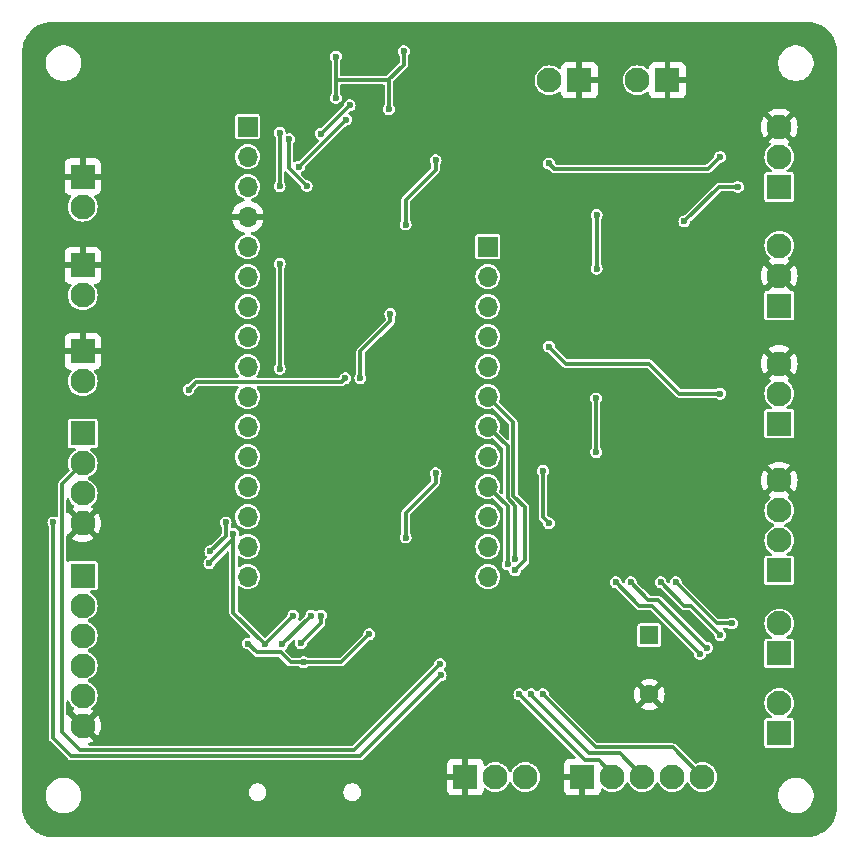
<source format=gbl>
G04 #@! TF.GenerationSoftware,KiCad,Pcbnew,8.0.6*
G04 #@! TF.CreationDate,2025-03-20T20:00:07-07:00*
G04 #@! TF.ProjectId,Cymatics,43796d61-7469-4637-932e-6b696361645f,rev?*
G04 #@! TF.SameCoordinates,Original*
G04 #@! TF.FileFunction,Copper,L2,Bot*
G04 #@! TF.FilePolarity,Positive*
%FSLAX46Y46*%
G04 Gerber Fmt 4.6, Leading zero omitted, Abs format (unit mm)*
G04 Created by KiCad (PCBNEW 8.0.6) date 2025-03-20 20:00:07*
%MOMM*%
%LPD*%
G01*
G04 APERTURE LIST*
G04 #@! TA.AperFunction,ComponentPad*
%ADD10R,2.100000X2.100000*%
G04 #@! TD*
G04 #@! TA.AperFunction,ComponentPad*
%ADD11C,2.100000*%
G04 #@! TD*
G04 #@! TA.AperFunction,ComponentPad*
%ADD12R,1.700000X1.700000*%
G04 #@! TD*
G04 #@! TA.AperFunction,ComponentPad*
%ADD13O,1.700000X1.700000*%
G04 #@! TD*
G04 #@! TA.AperFunction,ComponentPad*
%ADD14R,1.600000X1.600000*%
G04 #@! TD*
G04 #@! TA.AperFunction,ComponentPad*
%ADD15C,1.600000*%
G04 #@! TD*
G04 #@! TA.AperFunction,ViaPad*
%ADD16C,0.600000*%
G04 #@! TD*
G04 #@! TA.AperFunction,Conductor*
%ADD17C,0.300000*%
G04 #@! TD*
G04 APERTURE END LIST*
D10*
X140250000Y-58550000D03*
D11*
X137710000Y-58550000D03*
D10*
X90750000Y-81500000D03*
D11*
X90750000Y-84040000D03*
D10*
X90750000Y-100500000D03*
D11*
X90750000Y-103040000D03*
X90750000Y-105580000D03*
X90750000Y-108120000D03*
X90750000Y-110660000D03*
X90750000Y-113200000D03*
D12*
X125036000Y-72650000D03*
D13*
X125036000Y-75190000D03*
X125036000Y-77730000D03*
X125036000Y-80270000D03*
X125036000Y-82810000D03*
X125036000Y-85350000D03*
X125036000Y-87890000D03*
X125036000Y-90430000D03*
X125036000Y-92970000D03*
X125036000Y-95510000D03*
X125036000Y-98050000D03*
X125036000Y-100590000D03*
D10*
X90750000Y-88460000D03*
D11*
X90750000Y-91000000D03*
X90750000Y-93540000D03*
X90750000Y-96080000D03*
D10*
X149710000Y-107090000D03*
D11*
X149710000Y-104550000D03*
D14*
X138710000Y-105550000D03*
D15*
X138710000Y-110550000D03*
D10*
X149710000Y-113820000D03*
D11*
X149710000Y-111280000D03*
D10*
X90750000Y-74230000D03*
D11*
X90750000Y-76770000D03*
D10*
X133050000Y-117550000D03*
D11*
X135590000Y-117550000D03*
X138130000Y-117550000D03*
X140670000Y-117550000D03*
X143210000Y-117550000D03*
D12*
X104710000Y-62490000D03*
D13*
X104710000Y-65030000D03*
X104710000Y-67570000D03*
X104710000Y-70110000D03*
X104710000Y-72650000D03*
X104710000Y-75190000D03*
X104710000Y-77730000D03*
X104710000Y-80270000D03*
X104710000Y-82810000D03*
X104710000Y-85350000D03*
X104710000Y-87890000D03*
X104710000Y-90430000D03*
X104710000Y-92970000D03*
X104710000Y-95510000D03*
X104710000Y-98050000D03*
X104710000Y-100590000D03*
D10*
X149710000Y-87630000D03*
D11*
X149710000Y-85090000D03*
X149710000Y-82550000D03*
D10*
X132790000Y-58550000D03*
D11*
X130250000Y-58550000D03*
D10*
X149710000Y-67590000D03*
D11*
X149710000Y-65050000D03*
X149710000Y-62510000D03*
D10*
X123130000Y-117550000D03*
D11*
X125670000Y-117550000D03*
X128210000Y-117550000D03*
D10*
X149710000Y-100050000D03*
D11*
X149710000Y-97510000D03*
X149710000Y-94970000D03*
X149710000Y-92430000D03*
D10*
X90750000Y-66730000D03*
D11*
X90750000Y-69270000D03*
D10*
X149710000Y-77630000D03*
D11*
X149710000Y-75090000D03*
X149710000Y-72550000D03*
D16*
X144710000Y-65050000D03*
X130210000Y-65600000D03*
X118075000Y-70774150D03*
X120615000Y-65325850D03*
X107250000Y-107837500D03*
X130210000Y-99550000D03*
X115210000Y-87091625D03*
X99700000Y-81750000D03*
X143480000Y-96122400D03*
X114260000Y-74274150D03*
X142210000Y-101050000D03*
X138400000Y-101050000D03*
X137747500Y-80630000D03*
X142622500Y-91630000D03*
X100500000Y-79212500D03*
X135860000Y-96122400D03*
X139670000Y-96122400D03*
X139173800Y-68685000D03*
X135672500Y-65090000D03*
X118760000Y-74274150D03*
X102750000Y-109137500D03*
X100500000Y-65287500D03*
X118075000Y-91825850D03*
X100710000Y-55550000D03*
X118250000Y-118437500D03*
X114256625Y-78325850D03*
X102750000Y-118437500D03*
X118710000Y-100774150D03*
X115400000Y-56086200D03*
X118075000Y-65325850D03*
X114260000Y-100774150D03*
X139136300Y-84225000D03*
X93800000Y-62750000D03*
X113210000Y-92962500D03*
X142754894Y-76084150D03*
X109710000Y-99475000D03*
X102000000Y-104500000D03*
X115000000Y-103500000D03*
X135672500Y-80630000D03*
X144710000Y-55550000D03*
X113210000Y-66500000D03*
X109710000Y-80041625D03*
X110760000Y-87091625D03*
X109247500Y-56550000D03*
X117350000Y-108887500D03*
X137747500Y-65090000D03*
X109710000Y-73012500D03*
X108210000Y-63550000D03*
X113337728Y-60677728D03*
X109710000Y-67512500D03*
X110935000Y-63080456D03*
X109450000Y-107837500D03*
X104750000Y-106250000D03*
X115000000Y-105450000D03*
X146210000Y-67590000D03*
X141670000Y-70510000D03*
X134246200Y-74513800D03*
X134246200Y-69955000D03*
X112172500Y-56550000D03*
X112172500Y-60050000D03*
X116670000Y-61013800D03*
X117940000Y-56086200D03*
X145710000Y-104550000D03*
X140940000Y-101050000D03*
X139670000Y-101050000D03*
X144721447Y-105538553D03*
X110100000Y-103875000D03*
X107648315Y-106326685D03*
X102850000Y-96000000D03*
X109211472Y-106211472D03*
X110900000Y-103875000D03*
X101550000Y-98445000D03*
X101471967Y-99447272D03*
X106150000Y-106300000D03*
X103500000Y-96949624D03*
X108575000Y-103875000D03*
X128710000Y-110550000D03*
X127360000Y-100050000D03*
X88250000Y-96000000D03*
X121052880Y-108947120D03*
X121000000Y-108000000D03*
X129710000Y-110550000D03*
X127360000Y-99050000D03*
X127710000Y-110550000D03*
X126710000Y-99550000D03*
X137130000Y-101050000D03*
X143611637Y-106607772D03*
X143009502Y-107134496D03*
X135860000Y-101050000D03*
X114256625Y-83774150D03*
X116796625Y-78325850D03*
X144710000Y-85090000D03*
X130210000Y-81100000D03*
X120615000Y-91825850D03*
X118075000Y-97274150D03*
X107420000Y-74100760D03*
X107420000Y-82980000D03*
X107420000Y-63000000D03*
X109053674Y-65893674D03*
X113047348Y-61887348D03*
X107420000Y-67527348D03*
X134210000Y-90050000D03*
X134208700Y-85495000D03*
X129710000Y-91630000D03*
X130210000Y-96050000D03*
X112986625Y-83774150D03*
X99700000Y-84750000D03*
D17*
X130652614Y-66042614D02*
X130210000Y-65600000D01*
X143717386Y-66042614D02*
X130652614Y-66042614D01*
X144710000Y-65050000D02*
X143717386Y-66042614D01*
X120615000Y-65325850D02*
X120615000Y-66145000D01*
X120615000Y-66145000D02*
X118075000Y-68685000D01*
X118075000Y-68685000D02*
X118075000Y-70774150D01*
X108210000Y-63550000D02*
X108210000Y-66012500D01*
X113337728Y-60677728D02*
X110935000Y-63080456D01*
X108210000Y-66012500D02*
X109710000Y-67512500D01*
X104750000Y-106250000D02*
X105500000Y-107000000D01*
X109450000Y-107837500D02*
X112612500Y-107837500D01*
X112612500Y-107837500D02*
X115000000Y-105450000D01*
X105500000Y-107000000D02*
X107500000Y-107000000D01*
X107500000Y-107000000D02*
X108337500Y-107837500D01*
X108337500Y-107837500D02*
X109450000Y-107837500D01*
X144590000Y-67590000D02*
X146210000Y-67590000D01*
X141670000Y-70510000D02*
X144590000Y-67590000D01*
X134246200Y-74513800D02*
X134246200Y-69955000D01*
X116630000Y-58550000D02*
X112172500Y-58550000D01*
X117940000Y-56086200D02*
X117940000Y-57240000D01*
X112172500Y-58550000D02*
X112172500Y-60050000D01*
X116670000Y-58590000D02*
X116670000Y-61013800D01*
X117940000Y-57240000D02*
X116630000Y-58550000D01*
X116670000Y-58590000D02*
X116630000Y-58550000D01*
X112172500Y-56550000D02*
X112172500Y-58550000D01*
X145710000Y-104550000D02*
X144440000Y-104550000D01*
X144440000Y-104550000D02*
X140940000Y-101050000D01*
X141690000Y-103050000D02*
X139690000Y-101050000D01*
X139690000Y-101050000D02*
X139670000Y-101050000D01*
X144721447Y-105538553D02*
X142232894Y-103050000D01*
X142232894Y-103050000D02*
X141690000Y-103050000D01*
X107648315Y-106326685D02*
X110100000Y-103875000D01*
X102850000Y-96000000D02*
X102850000Y-97145000D01*
X110900000Y-104522944D02*
X109211472Y-106211472D01*
X102850000Y-97145000D02*
X101550000Y-98445000D01*
X110900000Y-103875000D02*
X110900000Y-104522944D01*
X106150000Y-106300000D02*
X103500000Y-103650000D01*
X108575000Y-103875000D02*
X106150000Y-106300000D01*
X103500000Y-103650000D02*
X103500000Y-96949624D01*
X101471967Y-99447272D02*
X103500000Y-97419239D01*
X103500000Y-97419239D02*
X103500000Y-96949624D01*
X127360000Y-100050000D02*
X128210000Y-99200000D01*
X127210000Y-87524000D02*
X125036000Y-85350000D01*
X128710000Y-110550000D02*
X128710000Y-110630760D01*
X128210000Y-94729788D02*
X127210000Y-93729788D01*
X128210000Y-99200000D02*
X128210000Y-94729788D01*
X128710000Y-110630760D02*
X133629240Y-115550000D01*
X127210000Y-93729788D02*
X127210000Y-87524000D01*
X136210000Y-115550000D02*
X138210000Y-117550000D01*
X133629240Y-115550000D02*
X136210000Y-115550000D01*
X88250000Y-96000000D02*
X88250000Y-114250000D01*
X88250000Y-114250000D02*
X89750000Y-115750000D01*
X114250000Y-115750000D02*
X121052880Y-108947120D01*
X124750000Y-100590000D02*
X125036000Y-100590000D01*
X89750000Y-115750000D02*
X114250000Y-115750000D01*
X90500000Y-115250000D02*
X89000000Y-113750000D01*
X89000000Y-113750000D02*
X89000000Y-92750000D01*
X121000000Y-108000000D02*
X121025000Y-108000000D01*
X89000000Y-92750000D02*
X90750000Y-91000000D01*
X113750000Y-115250000D02*
X90500000Y-115250000D01*
X121000000Y-108000000D02*
X113750000Y-115250000D01*
X126710000Y-93936894D02*
X126710000Y-89564000D01*
X140710000Y-115050000D02*
X143210000Y-117550000D01*
X134210000Y-115050000D02*
X140710000Y-115050000D01*
X127360000Y-94586894D02*
X126710000Y-93936894D01*
X129710000Y-110550000D02*
X134210000Y-115050000D01*
X126710000Y-89564000D02*
X125036000Y-87890000D01*
X127360000Y-99050000D02*
X127360000Y-94586894D01*
X127710000Y-110550000D02*
X133310000Y-116150000D01*
X135590000Y-117290000D02*
X135590000Y-117550000D01*
X134450000Y-116150000D02*
X135590000Y-117290000D01*
X133310000Y-116150000D02*
X134450000Y-116150000D01*
X126710000Y-99550000D02*
X126710000Y-94644000D01*
X126710000Y-94644000D02*
X125036000Y-92970000D01*
X143537012Y-106607772D02*
X139479240Y-102550000D01*
X138630000Y-102550000D02*
X137130000Y-101050000D01*
X143611637Y-106607772D02*
X143537012Y-106607772D01*
X139479240Y-102550000D02*
X138630000Y-102550000D01*
X143009502Y-107134496D02*
X143009502Y-107119502D01*
X143009502Y-107119502D02*
X138940000Y-103050000D01*
X137860000Y-103050000D02*
X135860000Y-101050000D01*
X138940000Y-103050000D02*
X137860000Y-103050000D01*
X114256625Y-83774150D02*
X114256625Y-81503375D01*
X116796625Y-78963375D02*
X116796625Y-78325850D01*
X114256625Y-81503375D02*
X116796625Y-78963375D01*
X130210000Y-81100000D02*
X131660000Y-82550000D01*
X141250000Y-85090000D02*
X144710000Y-85090000D01*
X138710000Y-82550000D02*
X141250000Y-85090000D01*
X131660000Y-82550000D02*
X138710000Y-82550000D01*
X120615000Y-91825850D02*
X120615000Y-92645000D01*
X120615000Y-92645000D02*
X118075000Y-95185000D01*
X118075000Y-95185000D02*
X118075000Y-97274150D01*
X107420000Y-74100760D02*
X107420000Y-82980000D01*
X109053674Y-65881022D02*
X109053674Y-65893674D01*
X107420000Y-63000000D02*
X107420000Y-67527348D01*
X113047348Y-61887348D02*
X109053674Y-65881022D01*
X134208700Y-90048700D02*
X134210000Y-90050000D01*
X134208700Y-85495000D02*
X134208700Y-90048700D01*
X130210000Y-96050000D02*
X129710000Y-95550000D01*
X129710000Y-95550000D02*
X129710000Y-91630000D01*
X99700000Y-84750000D02*
X100360000Y-84090000D01*
X100360000Y-84090000D02*
X112670775Y-84090000D01*
X112670775Y-84090000D02*
X112986625Y-83774150D01*
G04 #@! TA.AperFunction,Conductor*
G36*
X89555703Y-111083313D02*
G01*
X89586880Y-111124619D01*
X89662898Y-111287639D01*
X89788402Y-111466877D01*
X89943123Y-111621598D01*
X89982388Y-111649091D01*
X90026010Y-111703666D01*
X90033203Y-111773165D01*
X90001681Y-111835519D01*
X89976052Y-111856391D01*
X89842057Y-111938503D01*
X89842057Y-111938504D01*
X90579766Y-112676212D01*
X90537708Y-112687482D01*
X90412292Y-112759890D01*
X90309890Y-112862292D01*
X90237482Y-112987708D01*
X90226212Y-113029765D01*
X89488307Y-112291860D01*
X89420185Y-112280320D01*
X89368541Y-112233260D01*
X89350500Y-112168849D01*
X89350500Y-111177026D01*
X89370185Y-111109987D01*
X89422989Y-111064232D01*
X89492147Y-111054288D01*
X89555703Y-111083313D01*
G37*
G04 #@! TD.AperFunction*
G04 #@! TA.AperFunction,Conductor*
G36*
X89555703Y-93963313D02*
G01*
X89586880Y-94004619D01*
X89662898Y-94167639D01*
X89788402Y-94346877D01*
X89943123Y-94501598D01*
X89982388Y-94529091D01*
X90026010Y-94583666D01*
X90033203Y-94653165D01*
X90001681Y-94715519D01*
X89976052Y-94736391D01*
X89842057Y-94818503D01*
X89842057Y-94818504D01*
X90579766Y-95556212D01*
X90537708Y-95567482D01*
X90412292Y-95639890D01*
X90309890Y-95742292D01*
X90237482Y-95867708D01*
X90226212Y-95909765D01*
X89488307Y-95171860D01*
X89420185Y-95160320D01*
X89368541Y-95113260D01*
X89350500Y-95048849D01*
X89350500Y-94057026D01*
X89370185Y-93989987D01*
X89422989Y-93944232D01*
X89492147Y-93934288D01*
X89555703Y-93963313D01*
G37*
G04 #@! TD.AperFunction*
G04 #@! TA.AperFunction,Conductor*
G36*
X152124577Y-53609419D02*
G01*
X152414646Y-53626969D01*
X152429497Y-53628774D01*
X152711631Y-53680482D01*
X152726161Y-53684063D01*
X152999883Y-53769361D01*
X153000005Y-53769399D01*
X153014006Y-53774709D01*
X153275566Y-53892432D01*
X153288824Y-53899391D01*
X153534281Y-54047779D01*
X153546604Y-54056285D01*
X153772388Y-54233178D01*
X153783596Y-54243107D01*
X153986420Y-54445934D01*
X153996343Y-54457135D01*
X154173240Y-54682931D01*
X154181738Y-54695243D01*
X154330126Y-54940709D01*
X154337085Y-54953967D01*
X154454806Y-55215534D01*
X154460110Y-55229519D01*
X154545440Y-55503353D01*
X154545443Y-55503363D01*
X154549026Y-55517901D01*
X154600730Y-55800037D01*
X154602535Y-55814902D01*
X154610329Y-55943743D01*
X154618946Y-56086200D01*
X154620125Y-56105678D01*
X154620351Y-56113165D01*
X154620351Y-120104945D01*
X154620125Y-120112432D01*
X154602579Y-120402496D01*
X154600774Y-120417360D01*
X154549073Y-120699490D01*
X154545489Y-120714029D01*
X154460153Y-120987884D01*
X154454844Y-121001884D01*
X154337127Y-121263446D01*
X154330168Y-121276705D01*
X154181780Y-121522173D01*
X154173274Y-121534496D01*
X153996385Y-121760282D01*
X153986456Y-121771491D01*
X153783627Y-121974323D01*
X153772419Y-121984252D01*
X153546633Y-122161148D01*
X153534310Y-122169654D01*
X153288847Y-122318045D01*
X153275589Y-122325004D01*
X153014023Y-122442730D01*
X153000022Y-122448040D01*
X152726181Y-122533377D01*
X152711643Y-122536960D01*
X152429503Y-122588669D01*
X152414638Y-122590475D01*
X152125503Y-122607969D01*
X152118014Y-122608195D01*
X88124613Y-122608195D01*
X88117124Y-122607969D01*
X87827062Y-122590418D01*
X87812199Y-122588613D01*
X87530059Y-122536907D01*
X87515520Y-122533323D01*
X87241676Y-122447987D01*
X87227687Y-122442682D01*
X86966104Y-122324952D01*
X86952868Y-122318005D01*
X86707389Y-122169607D01*
X86695068Y-122161103D01*
X86469266Y-121984200D01*
X86458081Y-121974291D01*
X86255237Y-121771451D01*
X86245317Y-121760253D01*
X86068443Y-121534496D01*
X86068409Y-121534453D01*
X86059916Y-121522148D01*
X85911518Y-121276675D01*
X85904565Y-121263430D01*
X85786828Y-121001843D01*
X85781527Y-120987867D01*
X85696179Y-120713994D01*
X85692602Y-120699480D01*
X85640890Y-120417341D01*
X85639085Y-120402481D01*
X85621577Y-120113189D01*
X85621351Y-120105698D01*
X85621351Y-118990596D01*
X87620350Y-118990596D01*
X87620350Y-119226791D01*
X87657296Y-119460062D01*
X87730283Y-119684690D01*
X87837507Y-119895127D01*
X87976333Y-120086204D01*
X88143340Y-120253211D01*
X88334417Y-120392037D01*
X88433841Y-120442696D01*
X88544853Y-120499260D01*
X88544855Y-120499260D01*
X88544858Y-120499262D01*
X88665262Y-120538383D01*
X88769481Y-120572247D01*
X89002753Y-120609194D01*
X89002758Y-120609194D01*
X89238947Y-120609194D01*
X89472218Y-120572247D01*
X89696842Y-120499262D01*
X89907283Y-120392037D01*
X90098360Y-120253211D01*
X90265367Y-120086204D01*
X90404193Y-119895127D01*
X90511418Y-119684686D01*
X90584403Y-119460062D01*
X90607233Y-119315919D01*
X90621350Y-119226791D01*
X90621350Y-118990596D01*
X90608810Y-118911420D01*
X104799499Y-118911420D01*
X104828340Y-119056407D01*
X104828343Y-119056417D01*
X104884912Y-119192988D01*
X104884919Y-119193001D01*
X104967048Y-119315915D01*
X104967051Y-119315919D01*
X105071580Y-119420448D01*
X105071584Y-119420451D01*
X105194498Y-119502580D01*
X105194511Y-119502587D01*
X105331082Y-119559156D01*
X105331087Y-119559158D01*
X105331091Y-119559158D01*
X105331092Y-119559159D01*
X105476079Y-119588000D01*
X105476082Y-119588000D01*
X105623920Y-119588000D01*
X105721462Y-119568596D01*
X105768913Y-119559158D01*
X105905495Y-119502584D01*
X106028416Y-119420451D01*
X106132951Y-119315916D01*
X106215084Y-119192995D01*
X106271658Y-119056413D01*
X106300500Y-118911420D01*
X112799499Y-118911420D01*
X112828340Y-119056407D01*
X112828343Y-119056417D01*
X112884912Y-119192988D01*
X112884919Y-119193001D01*
X112967048Y-119315915D01*
X112967051Y-119315919D01*
X113071580Y-119420448D01*
X113071584Y-119420451D01*
X113194498Y-119502580D01*
X113194511Y-119502587D01*
X113331082Y-119559156D01*
X113331087Y-119559158D01*
X113331091Y-119559158D01*
X113331092Y-119559159D01*
X113476079Y-119588000D01*
X113476082Y-119588000D01*
X113623920Y-119588000D01*
X113721462Y-119568596D01*
X113768913Y-119559158D01*
X113905495Y-119502584D01*
X114028416Y-119420451D01*
X114132951Y-119315916D01*
X114215084Y-119192995D01*
X114271658Y-119056413D01*
X114300500Y-118911418D01*
X114300500Y-118763582D01*
X114300500Y-118763579D01*
X114271659Y-118618592D01*
X114271658Y-118618591D01*
X114271658Y-118618587D01*
X114271656Y-118618582D01*
X114215087Y-118482011D01*
X114215080Y-118481998D01*
X114132951Y-118359084D01*
X114132948Y-118359080D01*
X114028419Y-118254551D01*
X114028415Y-118254548D01*
X113905501Y-118172419D01*
X113905488Y-118172412D01*
X113768917Y-118115843D01*
X113768907Y-118115840D01*
X113623920Y-118087000D01*
X113623918Y-118087000D01*
X113476082Y-118087000D01*
X113476080Y-118087000D01*
X113331092Y-118115840D01*
X113331082Y-118115843D01*
X113194511Y-118172412D01*
X113194498Y-118172419D01*
X113071584Y-118254548D01*
X113071580Y-118254551D01*
X112967051Y-118359080D01*
X112967048Y-118359084D01*
X112884919Y-118481998D01*
X112884912Y-118482011D01*
X112828343Y-118618582D01*
X112828340Y-118618592D01*
X112799500Y-118763579D01*
X112799500Y-118763582D01*
X112799500Y-118911418D01*
X112799500Y-118911420D01*
X112799499Y-118911420D01*
X106300500Y-118911420D01*
X106300500Y-118911418D01*
X106300500Y-118763582D01*
X106300500Y-118763579D01*
X106271659Y-118618592D01*
X106271658Y-118618591D01*
X106271658Y-118618587D01*
X106271656Y-118618582D01*
X106215087Y-118482011D01*
X106215080Y-118481998D01*
X106132951Y-118359084D01*
X106132948Y-118359080D01*
X106028419Y-118254551D01*
X106028415Y-118254548D01*
X105905501Y-118172419D01*
X105905488Y-118172412D01*
X105768917Y-118115843D01*
X105768907Y-118115840D01*
X105623920Y-118087000D01*
X105623918Y-118087000D01*
X105476082Y-118087000D01*
X105476080Y-118087000D01*
X105331092Y-118115840D01*
X105331082Y-118115843D01*
X105194511Y-118172412D01*
X105194498Y-118172419D01*
X105071584Y-118254548D01*
X105071580Y-118254551D01*
X104967051Y-118359080D01*
X104967048Y-118359084D01*
X104884919Y-118481998D01*
X104884912Y-118482011D01*
X104828343Y-118618582D01*
X104828340Y-118618592D01*
X104799500Y-118763579D01*
X104799500Y-118763582D01*
X104799500Y-118911418D01*
X104799500Y-118911420D01*
X104799499Y-118911420D01*
X90608810Y-118911420D01*
X90584403Y-118757325D01*
X90548830Y-118647844D01*
X90511418Y-118532702D01*
X90511416Y-118532699D01*
X90511416Y-118532697D01*
X90422953Y-118359080D01*
X90404193Y-118322261D01*
X90265367Y-118131184D01*
X90098360Y-117964177D01*
X89907283Y-117825351D01*
X89857529Y-117800000D01*
X89696846Y-117718127D01*
X89472218Y-117645140D01*
X89238947Y-117608194D01*
X89238942Y-117608194D01*
X89002758Y-117608194D01*
X89002753Y-117608194D01*
X88769481Y-117645140D01*
X88544853Y-117718127D01*
X88334416Y-117825351D01*
X88248590Y-117887708D01*
X88143340Y-117964177D01*
X88143338Y-117964179D01*
X88143337Y-117964179D01*
X87976335Y-118131181D01*
X87976335Y-118131182D01*
X87976333Y-118131184D01*
X87916712Y-118213244D01*
X87837507Y-118322260D01*
X87730283Y-118532697D01*
X87657296Y-118757325D01*
X87620350Y-118990596D01*
X85621351Y-118990596D01*
X85621351Y-116452155D01*
X121580000Y-116452155D01*
X121580000Y-117300000D01*
X122639252Y-117300000D01*
X122617482Y-117337708D01*
X122580000Y-117477591D01*
X122580000Y-117622409D01*
X122617482Y-117762292D01*
X122639252Y-117800000D01*
X121580000Y-117800000D01*
X121580000Y-118647844D01*
X121586401Y-118707372D01*
X121586403Y-118707379D01*
X121636645Y-118842086D01*
X121636649Y-118842093D01*
X121722809Y-118957187D01*
X121722812Y-118957190D01*
X121837906Y-119043350D01*
X121837913Y-119043354D01*
X121972620Y-119093596D01*
X121972627Y-119093598D01*
X122032155Y-119099999D01*
X122032172Y-119100000D01*
X122880000Y-119100000D01*
X122880000Y-118040747D01*
X122917708Y-118062518D01*
X123057591Y-118100000D01*
X123202409Y-118100000D01*
X123342292Y-118062518D01*
X123380000Y-118040747D01*
X123380000Y-119100000D01*
X124227828Y-119100000D01*
X124227844Y-119099999D01*
X124287372Y-119093598D01*
X124287379Y-119093596D01*
X124422086Y-119043354D01*
X124422093Y-119043350D01*
X124537187Y-118957190D01*
X124537190Y-118957187D01*
X124623350Y-118842093D01*
X124623354Y-118842086D01*
X124673596Y-118707379D01*
X124673598Y-118707372D01*
X124679999Y-118647844D01*
X124680000Y-118647827D01*
X124680000Y-118621575D01*
X124699685Y-118554536D01*
X124752489Y-118508781D01*
X124821647Y-118498837D01*
X124875120Y-118519998D01*
X125042361Y-118637102D01*
X125240670Y-118729575D01*
X125452023Y-118786207D01*
X125634926Y-118802208D01*
X125669998Y-118805277D01*
X125670000Y-118805277D01*
X125670002Y-118805277D01*
X125698254Y-118802805D01*
X125887977Y-118786207D01*
X126099330Y-118729575D01*
X126297639Y-118637102D01*
X126476877Y-118511598D01*
X126631598Y-118356877D01*
X126757102Y-118177639D01*
X126827618Y-118026414D01*
X126873790Y-117973977D01*
X126940984Y-117954825D01*
X127007865Y-117975041D01*
X127052381Y-118026414D01*
X127122898Y-118177639D01*
X127248402Y-118356877D01*
X127403123Y-118511598D01*
X127582361Y-118637102D01*
X127780670Y-118729575D01*
X127992023Y-118786207D01*
X128174926Y-118802208D01*
X128209998Y-118805277D01*
X128210000Y-118805277D01*
X128210002Y-118805277D01*
X128238254Y-118802805D01*
X128427977Y-118786207D01*
X128639330Y-118729575D01*
X128837639Y-118637102D01*
X129016877Y-118511598D01*
X129171598Y-118356877D01*
X129297102Y-118177639D01*
X129389575Y-117979330D01*
X129446207Y-117767977D01*
X129465277Y-117550000D01*
X129446207Y-117332023D01*
X129389575Y-117120670D01*
X129297102Y-116922362D01*
X129297100Y-116922359D01*
X129297099Y-116922357D01*
X129171599Y-116743124D01*
X129171596Y-116743121D01*
X129016877Y-116588402D01*
X128878978Y-116491844D01*
X128837638Y-116462897D01*
X128734248Y-116414686D01*
X128639330Y-116370425D01*
X128639326Y-116370424D01*
X128639322Y-116370422D01*
X128427977Y-116313793D01*
X128210002Y-116294723D01*
X128209998Y-116294723D01*
X128064682Y-116307436D01*
X127992023Y-116313793D01*
X127992020Y-116313793D01*
X127780677Y-116370422D01*
X127780668Y-116370426D01*
X127582361Y-116462898D01*
X127582357Y-116462900D01*
X127403121Y-116588402D01*
X127248402Y-116743121D01*
X127122900Y-116922357D01*
X127122898Y-116922361D01*
X127052382Y-117073583D01*
X127006209Y-117126022D01*
X126939016Y-117145174D01*
X126872135Y-117124958D01*
X126827618Y-117073583D01*
X126775643Y-116962123D01*
X126757102Y-116922362D01*
X126757100Y-116922359D01*
X126757099Y-116922357D01*
X126631599Y-116743124D01*
X126631596Y-116743121D01*
X126476877Y-116588402D01*
X126338978Y-116491844D01*
X126297638Y-116462897D01*
X126194248Y-116414686D01*
X126099330Y-116370425D01*
X126099326Y-116370424D01*
X126099322Y-116370422D01*
X125887977Y-116313793D01*
X125670002Y-116294723D01*
X125669998Y-116294723D01*
X125524682Y-116307436D01*
X125452023Y-116313793D01*
X125452020Y-116313793D01*
X125240677Y-116370422D01*
X125240668Y-116370426D01*
X125042361Y-116462898D01*
X125042357Y-116462900D01*
X124875123Y-116579999D01*
X124808917Y-116602326D01*
X124741150Y-116585316D01*
X124693337Y-116534368D01*
X124680000Y-116478424D01*
X124680000Y-116452172D01*
X124679999Y-116452155D01*
X124673598Y-116392627D01*
X124673596Y-116392620D01*
X124623354Y-116257913D01*
X124623350Y-116257906D01*
X124537190Y-116142812D01*
X124537187Y-116142809D01*
X124422093Y-116056649D01*
X124422086Y-116056645D01*
X124287379Y-116006403D01*
X124287372Y-116006401D01*
X124227844Y-116000000D01*
X123380000Y-116000000D01*
X123380000Y-117059252D01*
X123342292Y-117037482D01*
X123202409Y-117000000D01*
X123057591Y-117000000D01*
X122917708Y-117037482D01*
X122880000Y-117059252D01*
X122880000Y-116000000D01*
X122032155Y-116000000D01*
X121972627Y-116006401D01*
X121972620Y-116006403D01*
X121837913Y-116056645D01*
X121837906Y-116056649D01*
X121722812Y-116142809D01*
X121722809Y-116142812D01*
X121636649Y-116257906D01*
X121636645Y-116257913D01*
X121586403Y-116392620D01*
X121586401Y-116392627D01*
X121580000Y-116452155D01*
X85621351Y-116452155D01*
X85621351Y-96000000D01*
X87744353Y-96000000D01*
X87764834Y-96142456D01*
X87809831Y-96240984D01*
X87824623Y-96273373D01*
X87869213Y-96324833D01*
X87898238Y-96388388D01*
X87899500Y-96406035D01*
X87899500Y-114296143D01*
X87923386Y-114385287D01*
X87923387Y-114385290D01*
X87969527Y-114465208D01*
X87969529Y-114465211D01*
X87969530Y-114465212D01*
X89469531Y-115965212D01*
X89534788Y-116030469D01*
X89534791Y-116030470D01*
X89534794Y-116030473D01*
X89614706Y-116076611D01*
X89614707Y-116076611D01*
X89614712Y-116076614D01*
X89703856Y-116100500D01*
X89703858Y-116100500D01*
X114296142Y-116100500D01*
X114296144Y-116100500D01*
X114385288Y-116076614D01*
X114465212Y-116030470D01*
X119945682Y-110550000D01*
X127204353Y-110550000D01*
X127224834Y-110692456D01*
X127263262Y-110776599D01*
X127284623Y-110823373D01*
X127378872Y-110932143D01*
X127499947Y-111009953D01*
X127499950Y-111009954D01*
X127499949Y-111009954D01*
X127638036Y-111050499D01*
X127638038Y-111050500D01*
X127638039Y-111050500D01*
X127663456Y-111050500D01*
X127730495Y-111070185D01*
X127751137Y-111086819D01*
X132452637Y-115788319D01*
X132486122Y-115849642D01*
X132481138Y-115919334D01*
X132439266Y-115975267D01*
X132373802Y-115999684D01*
X132364956Y-116000000D01*
X131952155Y-116000000D01*
X131892627Y-116006401D01*
X131892620Y-116006403D01*
X131757913Y-116056645D01*
X131757906Y-116056649D01*
X131642812Y-116142809D01*
X131642809Y-116142812D01*
X131556649Y-116257906D01*
X131556645Y-116257913D01*
X131506403Y-116392620D01*
X131506401Y-116392627D01*
X131500000Y-116452155D01*
X131500000Y-117300000D01*
X132559252Y-117300000D01*
X132537482Y-117337708D01*
X132500000Y-117477591D01*
X132500000Y-117622409D01*
X132537482Y-117762292D01*
X132559252Y-117800000D01*
X131500000Y-117800000D01*
X131500000Y-118647844D01*
X131506401Y-118707372D01*
X131506403Y-118707379D01*
X131556645Y-118842086D01*
X131556649Y-118842093D01*
X131642809Y-118957187D01*
X131642812Y-118957190D01*
X131757906Y-119043350D01*
X131757913Y-119043354D01*
X131892620Y-119093596D01*
X131892627Y-119093598D01*
X131952155Y-119099999D01*
X131952172Y-119100000D01*
X132800000Y-119100000D01*
X132800000Y-118040747D01*
X132837708Y-118062518D01*
X132977591Y-118100000D01*
X133122409Y-118100000D01*
X133262292Y-118062518D01*
X133300000Y-118040747D01*
X133300000Y-119100000D01*
X134147828Y-119100000D01*
X134147844Y-119099999D01*
X134207372Y-119093598D01*
X134207379Y-119093596D01*
X134342086Y-119043354D01*
X134342093Y-119043350D01*
X134412563Y-118990596D01*
X149620350Y-118990596D01*
X149620350Y-119226791D01*
X149657296Y-119460062D01*
X149730283Y-119684690D01*
X149837507Y-119895127D01*
X149976333Y-120086204D01*
X150143340Y-120253211D01*
X150334417Y-120392037D01*
X150433841Y-120442696D01*
X150544853Y-120499260D01*
X150544855Y-120499260D01*
X150544858Y-120499262D01*
X150665262Y-120538383D01*
X150769481Y-120572247D01*
X151002753Y-120609194D01*
X151002758Y-120609194D01*
X151238947Y-120609194D01*
X151472218Y-120572247D01*
X151696842Y-120499262D01*
X151907283Y-120392037D01*
X152098360Y-120253211D01*
X152265367Y-120086204D01*
X152404193Y-119895127D01*
X152511418Y-119684686D01*
X152584403Y-119460062D01*
X152607233Y-119315919D01*
X152621350Y-119226791D01*
X152621350Y-118990596D01*
X152584403Y-118757325D01*
X152548830Y-118647844D01*
X152511418Y-118532702D01*
X152511416Y-118532699D01*
X152511416Y-118532697D01*
X152422953Y-118359080D01*
X152404193Y-118322261D01*
X152265367Y-118131184D01*
X152098360Y-117964177D01*
X151907283Y-117825351D01*
X151857529Y-117800000D01*
X151696846Y-117718127D01*
X151472218Y-117645140D01*
X151238947Y-117608194D01*
X151238942Y-117608194D01*
X151002758Y-117608194D01*
X151002753Y-117608194D01*
X150769481Y-117645140D01*
X150544853Y-117718127D01*
X150334416Y-117825351D01*
X150248590Y-117887708D01*
X150143340Y-117964177D01*
X150143338Y-117964179D01*
X150143337Y-117964179D01*
X149976335Y-118131181D01*
X149976335Y-118131182D01*
X149976333Y-118131184D01*
X149916712Y-118213244D01*
X149837507Y-118322260D01*
X149730283Y-118532697D01*
X149657296Y-118757325D01*
X149620350Y-118990596D01*
X134412563Y-118990596D01*
X134457187Y-118957190D01*
X134457190Y-118957187D01*
X134543350Y-118842093D01*
X134543354Y-118842086D01*
X134593596Y-118707379D01*
X134593598Y-118707372D01*
X134599999Y-118647844D01*
X134600000Y-118647827D01*
X134600000Y-118621575D01*
X134619685Y-118554536D01*
X134672489Y-118508781D01*
X134741647Y-118498837D01*
X134795120Y-118519998D01*
X134962361Y-118637102D01*
X135160670Y-118729575D01*
X135372023Y-118786207D01*
X135554926Y-118802208D01*
X135589998Y-118805277D01*
X135590000Y-118805277D01*
X135590002Y-118805277D01*
X135618254Y-118802805D01*
X135807977Y-118786207D01*
X136019330Y-118729575D01*
X136217639Y-118637102D01*
X136396877Y-118511598D01*
X136551598Y-118356877D01*
X136677102Y-118177639D01*
X136747618Y-118026414D01*
X136793790Y-117973977D01*
X136860984Y-117954825D01*
X136927865Y-117975041D01*
X136972381Y-118026414D01*
X137042898Y-118177639D01*
X137168402Y-118356877D01*
X137323123Y-118511598D01*
X137502361Y-118637102D01*
X137700670Y-118729575D01*
X137912023Y-118786207D01*
X138094926Y-118802208D01*
X138129998Y-118805277D01*
X138130000Y-118805277D01*
X138130002Y-118805277D01*
X138158254Y-118802805D01*
X138347977Y-118786207D01*
X138559330Y-118729575D01*
X138757639Y-118637102D01*
X138936877Y-118511598D01*
X139091598Y-118356877D01*
X139217102Y-118177639D01*
X139287618Y-118026414D01*
X139333790Y-117973977D01*
X139400984Y-117954825D01*
X139467865Y-117975041D01*
X139512381Y-118026414D01*
X139582898Y-118177639D01*
X139708402Y-118356877D01*
X139863123Y-118511598D01*
X140042361Y-118637102D01*
X140240670Y-118729575D01*
X140452023Y-118786207D01*
X140634926Y-118802208D01*
X140669998Y-118805277D01*
X140670000Y-118805277D01*
X140670002Y-118805277D01*
X140698254Y-118802805D01*
X140887977Y-118786207D01*
X141099330Y-118729575D01*
X141297639Y-118637102D01*
X141476877Y-118511598D01*
X141631598Y-118356877D01*
X141757102Y-118177639D01*
X141827618Y-118026414D01*
X141873790Y-117973977D01*
X141940984Y-117954825D01*
X142007865Y-117975041D01*
X142052381Y-118026414D01*
X142122898Y-118177639D01*
X142248402Y-118356877D01*
X142403123Y-118511598D01*
X142582361Y-118637102D01*
X142780670Y-118729575D01*
X142992023Y-118786207D01*
X143174926Y-118802208D01*
X143209998Y-118805277D01*
X143210000Y-118805277D01*
X143210002Y-118805277D01*
X143238254Y-118802805D01*
X143427977Y-118786207D01*
X143639330Y-118729575D01*
X143837639Y-118637102D01*
X144016877Y-118511598D01*
X144171598Y-118356877D01*
X144297102Y-118177639D01*
X144389575Y-117979330D01*
X144446207Y-117767977D01*
X144465277Y-117550000D01*
X144446207Y-117332023D01*
X144389575Y-117120670D01*
X144297102Y-116922362D01*
X144297100Y-116922359D01*
X144297099Y-116922357D01*
X144171599Y-116743124D01*
X144171596Y-116743121D01*
X144016877Y-116588402D01*
X143878978Y-116491844D01*
X143837638Y-116462897D01*
X143734248Y-116414686D01*
X143639330Y-116370425D01*
X143639326Y-116370424D01*
X143639322Y-116370422D01*
X143427977Y-116313793D01*
X143210002Y-116294723D01*
X143209998Y-116294723D01*
X143064682Y-116307436D01*
X142992023Y-116313793D01*
X142992020Y-116313793D01*
X142780677Y-116370422D01*
X142780672Y-116370424D01*
X142685751Y-116414686D01*
X142616673Y-116425177D01*
X142552889Y-116396656D01*
X142545666Y-116389984D01*
X140925213Y-114769531D01*
X140925208Y-114769527D01*
X140845290Y-114723387D01*
X140845289Y-114723386D01*
X140845288Y-114723386D01*
X140756144Y-114699500D01*
X140756143Y-114699500D01*
X134406544Y-114699500D01*
X134339505Y-114679815D01*
X134318863Y-114663181D01*
X130246503Y-110590821D01*
X130224211Y-110549997D01*
X137405034Y-110549997D01*
X137405034Y-110550002D01*
X137424858Y-110776599D01*
X137424860Y-110776610D01*
X137483730Y-110996317D01*
X137483735Y-110996331D01*
X137579863Y-111202478D01*
X137630974Y-111275472D01*
X138310000Y-110596446D01*
X138310000Y-110602661D01*
X138337259Y-110704394D01*
X138389920Y-110795606D01*
X138464394Y-110870080D01*
X138555606Y-110922741D01*
X138657339Y-110950000D01*
X138663553Y-110950000D01*
X137984526Y-111629025D01*
X138057513Y-111680132D01*
X138057521Y-111680136D01*
X138263668Y-111776264D01*
X138263682Y-111776269D01*
X138483389Y-111835139D01*
X138483400Y-111835141D01*
X138709998Y-111854966D01*
X138710002Y-111854966D01*
X138936599Y-111835141D01*
X138936610Y-111835139D01*
X139156317Y-111776269D01*
X139156331Y-111776264D01*
X139362478Y-111680136D01*
X139435471Y-111629024D01*
X139086444Y-111279997D01*
X148454723Y-111279997D01*
X148454723Y-111280002D01*
X148473793Y-111497975D01*
X148473793Y-111497979D01*
X148530422Y-111709322D01*
X148530424Y-111709326D01*
X148530425Y-111709330D01*
X148560192Y-111773165D01*
X148622897Y-111907638D01*
X148622898Y-111907639D01*
X148748402Y-112086877D01*
X148903123Y-112241598D01*
X149049263Y-112343926D01*
X149092887Y-112398502D01*
X149100079Y-112468001D01*
X149068557Y-112530355D01*
X149008327Y-112565769D01*
X148978138Y-112569500D01*
X148640247Y-112569500D01*
X148581770Y-112581131D01*
X148581769Y-112581132D01*
X148515447Y-112625447D01*
X148471132Y-112691769D01*
X148471131Y-112691770D01*
X148459500Y-112750247D01*
X148459500Y-114889752D01*
X148471131Y-114948229D01*
X148471132Y-114948230D01*
X148515447Y-115014552D01*
X148581769Y-115058867D01*
X148581770Y-115058868D01*
X148640247Y-115070499D01*
X148640250Y-115070500D01*
X148640252Y-115070500D01*
X150779750Y-115070500D01*
X150779751Y-115070499D01*
X150794568Y-115067552D01*
X150838229Y-115058868D01*
X150838229Y-115058867D01*
X150838231Y-115058867D01*
X150904552Y-115014552D01*
X150948867Y-114948231D01*
X150948867Y-114948229D01*
X150948868Y-114948229D01*
X150960499Y-114889752D01*
X150960500Y-114889750D01*
X150960500Y-112750249D01*
X150960499Y-112750247D01*
X150948868Y-112691770D01*
X150948867Y-112691769D01*
X150904552Y-112625447D01*
X150838230Y-112581132D01*
X150838229Y-112581131D01*
X150779752Y-112569500D01*
X150779748Y-112569500D01*
X150441862Y-112569500D01*
X150374823Y-112549815D01*
X150329068Y-112497011D01*
X150319124Y-112427853D01*
X150348149Y-112364297D01*
X150370734Y-112343928D01*
X150516877Y-112241598D01*
X150671598Y-112086877D01*
X150797102Y-111907639D01*
X150889575Y-111709330D01*
X150946207Y-111497977D01*
X150965277Y-111280000D01*
X150946207Y-111062023D01*
X150903745Y-110903553D01*
X150889577Y-110850677D01*
X150889576Y-110850676D01*
X150889575Y-110850670D01*
X150797102Y-110652362D01*
X150797100Y-110652359D01*
X150797099Y-110652357D01*
X150671599Y-110473124D01*
X150606018Y-110407543D01*
X150516877Y-110318402D01*
X150378978Y-110221844D01*
X150337638Y-110192897D01*
X150230574Y-110142973D01*
X150139330Y-110100425D01*
X150139326Y-110100424D01*
X150139322Y-110100422D01*
X149927977Y-110043793D01*
X149710002Y-110024723D01*
X149709998Y-110024723D01*
X149622683Y-110032362D01*
X149492023Y-110043793D01*
X149492020Y-110043793D01*
X149280677Y-110100422D01*
X149280670Y-110100424D01*
X149280670Y-110100425D01*
X149273705Y-110103673D01*
X149082361Y-110192898D01*
X149082357Y-110192900D01*
X148903121Y-110318402D01*
X148748402Y-110473121D01*
X148622900Y-110652357D01*
X148622898Y-110652361D01*
X148530426Y-110850668D01*
X148530422Y-110850677D01*
X148473793Y-111062020D01*
X148473793Y-111062024D01*
X148454723Y-111279997D01*
X139086444Y-111279997D01*
X138756447Y-110950000D01*
X138762661Y-110950000D01*
X138864394Y-110922741D01*
X138955606Y-110870080D01*
X139030080Y-110795606D01*
X139082741Y-110704394D01*
X139110000Y-110602661D01*
X139110000Y-110596447D01*
X139789024Y-111275471D01*
X139840136Y-111202478D01*
X139936264Y-110996331D01*
X139936269Y-110996317D01*
X139995139Y-110776610D01*
X139995141Y-110776599D01*
X140014966Y-110550002D01*
X140014966Y-110549997D01*
X139995141Y-110323400D01*
X139995139Y-110323389D01*
X139936269Y-110103682D01*
X139936264Y-110103668D01*
X139840136Y-109897521D01*
X139840132Y-109897513D01*
X139789025Y-109824526D01*
X139110000Y-110503551D01*
X139110000Y-110497339D01*
X139082741Y-110395606D01*
X139030080Y-110304394D01*
X138955606Y-110229920D01*
X138864394Y-110177259D01*
X138762661Y-110150000D01*
X138756448Y-110150000D01*
X139435472Y-109470974D01*
X139362478Y-109419863D01*
X139156331Y-109323735D01*
X139156317Y-109323730D01*
X138936610Y-109264860D01*
X138936599Y-109264858D01*
X138710002Y-109245034D01*
X138709998Y-109245034D01*
X138483400Y-109264858D01*
X138483389Y-109264860D01*
X138263682Y-109323730D01*
X138263673Y-109323734D01*
X138057516Y-109419866D01*
X138057512Y-109419868D01*
X137984526Y-109470973D01*
X137984526Y-109470974D01*
X138663553Y-110150000D01*
X138657339Y-110150000D01*
X138555606Y-110177259D01*
X138464394Y-110229920D01*
X138389920Y-110304394D01*
X138337259Y-110395606D01*
X138310000Y-110497339D01*
X138310000Y-110503552D01*
X137630974Y-109824526D01*
X137630973Y-109824526D01*
X137579868Y-109897512D01*
X137579866Y-109897516D01*
X137483734Y-110103673D01*
X137483730Y-110103682D01*
X137424860Y-110323389D01*
X137424858Y-110323400D01*
X137405034Y-110549997D01*
X130224211Y-110549997D01*
X130213018Y-110529498D01*
X130211449Y-110520805D01*
X130195165Y-110407543D01*
X130135377Y-110276627D01*
X130041128Y-110167857D01*
X129920053Y-110090047D01*
X129920051Y-110090046D01*
X129920049Y-110090045D01*
X129920050Y-110090045D01*
X129781963Y-110049500D01*
X129781961Y-110049500D01*
X129638039Y-110049500D01*
X129638036Y-110049500D01*
X129499949Y-110090045D01*
X129378873Y-110167856D01*
X129378872Y-110167856D01*
X129378872Y-110167857D01*
X129324447Y-110230668D01*
X129303713Y-110254596D01*
X129244935Y-110292370D01*
X129175065Y-110292370D01*
X129116287Y-110254596D01*
X129095555Y-110230670D01*
X129041128Y-110167857D01*
X128920053Y-110090047D01*
X128920051Y-110090046D01*
X128920049Y-110090045D01*
X128920050Y-110090045D01*
X128781963Y-110049500D01*
X128781961Y-110049500D01*
X128638039Y-110049500D01*
X128638036Y-110049500D01*
X128499949Y-110090045D01*
X128378873Y-110167856D01*
X128378872Y-110167856D01*
X128378872Y-110167857D01*
X128324447Y-110230668D01*
X128303713Y-110254596D01*
X128244935Y-110292370D01*
X128175065Y-110292370D01*
X128116287Y-110254596D01*
X128095555Y-110230670D01*
X128041128Y-110167857D01*
X127920053Y-110090047D01*
X127920051Y-110090046D01*
X127920049Y-110090045D01*
X127920050Y-110090045D01*
X127781963Y-110049500D01*
X127781961Y-110049500D01*
X127638039Y-110049500D01*
X127638036Y-110049500D01*
X127499949Y-110090045D01*
X127378873Y-110167856D01*
X127284623Y-110276626D01*
X127284622Y-110276628D01*
X127224834Y-110407543D01*
X127204353Y-110550000D01*
X119945682Y-110550000D01*
X121011743Y-109483939D01*
X121073066Y-109450454D01*
X121099424Y-109447620D01*
X121124842Y-109447620D01*
X121124842Y-109447619D01*
X121262933Y-109407073D01*
X121384008Y-109329263D01*
X121478257Y-109220493D01*
X121538045Y-109089577D01*
X121558527Y-108947120D01*
X121538045Y-108804663D01*
X121478257Y-108673747D01*
X121384008Y-108564977D01*
X121368666Y-108555117D01*
X121322913Y-108502313D01*
X121312970Y-108433155D01*
X121341993Y-108369603D01*
X121425377Y-108273373D01*
X121485165Y-108142457D01*
X121505647Y-108000000D01*
X121485165Y-107857543D01*
X121425377Y-107726627D01*
X121331128Y-107617857D01*
X121210053Y-107540047D01*
X121210051Y-107540046D01*
X121210049Y-107540045D01*
X121210050Y-107540045D01*
X121071963Y-107499500D01*
X121071961Y-107499500D01*
X120928039Y-107499500D01*
X120928036Y-107499500D01*
X120789949Y-107540045D01*
X120668873Y-107617856D01*
X120574623Y-107726626D01*
X120574622Y-107726628D01*
X120514834Y-107857543D01*
X120498552Y-107970789D01*
X120469526Y-108034344D01*
X120463495Y-108040822D01*
X113641137Y-114863181D01*
X113579814Y-114896666D01*
X113553456Y-114899500D01*
X91320781Y-114899500D01*
X91253742Y-114879815D01*
X91207987Y-114827011D01*
X91198043Y-114757853D01*
X91227068Y-114694297D01*
X91273328Y-114660939D01*
X91455861Y-114585331D01*
X91657941Y-114461495D01*
X91657941Y-114461494D01*
X90920234Y-113723787D01*
X90962292Y-113712518D01*
X91087708Y-113640110D01*
X91190110Y-113537708D01*
X91262518Y-113412292D01*
X91273787Y-113370234D01*
X92011494Y-114107941D01*
X92011495Y-114107941D01*
X92135331Y-113905861D01*
X92228696Y-113680457D01*
X92285651Y-113443219D01*
X92304792Y-113200000D01*
X92285651Y-112956780D01*
X92228696Y-112719542D01*
X92135331Y-112494138D01*
X92011494Y-112292057D01*
X91273787Y-113029764D01*
X91262518Y-112987708D01*
X91190110Y-112862292D01*
X91087708Y-112759890D01*
X90962292Y-112687482D01*
X90920234Y-112676212D01*
X91657941Y-111938504D01*
X91523946Y-111856391D01*
X91477071Y-111804579D01*
X91465648Y-111735649D01*
X91493306Y-111671487D01*
X91517607Y-111649094D01*
X91556877Y-111621598D01*
X91711598Y-111466877D01*
X91837102Y-111287639D01*
X91929575Y-111089330D01*
X91986207Y-110877977D01*
X92005277Y-110660000D01*
X92004608Y-110652357D01*
X91999225Y-110590821D01*
X91986207Y-110442023D01*
X91934170Y-110247817D01*
X91929577Y-110230677D01*
X91929576Y-110230676D01*
X91929575Y-110230670D01*
X91837102Y-110032362D01*
X91837100Y-110032359D01*
X91837099Y-110032357D01*
X91711599Y-109853124D01*
X91683001Y-109824526D01*
X91556877Y-109698402D01*
X91377639Y-109572898D01*
X91226414Y-109502381D01*
X91173977Y-109456210D01*
X91154825Y-109389016D01*
X91175041Y-109322135D01*
X91226414Y-109277618D01*
X91377639Y-109207102D01*
X91556877Y-109081598D01*
X91711598Y-108926877D01*
X91837102Y-108747639D01*
X91929575Y-108549330D01*
X91986207Y-108337977D01*
X92005277Y-108120000D01*
X92005099Y-108117970D01*
X91997783Y-108034344D01*
X91986207Y-107902023D01*
X91934170Y-107707817D01*
X91929577Y-107690677D01*
X91929576Y-107690676D01*
X91929575Y-107690670D01*
X91837102Y-107492362D01*
X91837100Y-107492359D01*
X91837099Y-107492357D01*
X91711599Y-107313124D01*
X91675427Y-107276952D01*
X91556877Y-107158402D01*
X91377639Y-107032898D01*
X91226414Y-106962381D01*
X91173977Y-106916210D01*
X91154825Y-106849016D01*
X91175041Y-106782135D01*
X91226414Y-106737618D01*
X91377639Y-106667102D01*
X91556877Y-106541598D01*
X91711598Y-106386877D01*
X91837102Y-106207639D01*
X91929575Y-106009330D01*
X91986207Y-105797977D01*
X92005277Y-105580000D01*
X92004206Y-105567763D01*
X91996908Y-105484343D01*
X91986207Y-105362023D01*
X91936801Y-105177638D01*
X91929577Y-105150677D01*
X91929576Y-105150676D01*
X91929575Y-105150670D01*
X91837102Y-104952362D01*
X91837100Y-104952359D01*
X91837099Y-104952357D01*
X91711599Y-104773124D01*
X91668722Y-104730247D01*
X91556877Y-104618402D01*
X91377639Y-104492898D01*
X91226414Y-104422381D01*
X91173977Y-104376210D01*
X91154825Y-104309016D01*
X91175041Y-104242135D01*
X91226414Y-104197618D01*
X91377639Y-104127102D01*
X91556877Y-104001598D01*
X91711598Y-103846877D01*
X91837102Y-103667639D01*
X91929575Y-103469330D01*
X91986207Y-103257977D01*
X92005277Y-103040000D01*
X91986207Y-102822023D01*
X91934170Y-102627817D01*
X91929577Y-102610677D01*
X91929576Y-102610676D01*
X91929575Y-102610670D01*
X91837102Y-102412362D01*
X91837100Y-102412359D01*
X91837099Y-102412357D01*
X91711599Y-102233124D01*
X91641656Y-102163181D01*
X91556877Y-102078402D01*
X91410736Y-101976073D01*
X91367113Y-101921498D01*
X91359921Y-101851999D01*
X91391443Y-101789645D01*
X91451673Y-101754231D01*
X91481862Y-101750500D01*
X91819750Y-101750500D01*
X91819751Y-101750499D01*
X91834568Y-101747552D01*
X91878229Y-101738868D01*
X91878229Y-101738867D01*
X91878231Y-101738867D01*
X91944552Y-101694552D01*
X91988867Y-101628231D01*
X91988867Y-101628229D01*
X91988868Y-101628229D01*
X92000499Y-101569752D01*
X92000500Y-101569750D01*
X92000500Y-99447272D01*
X100966320Y-99447272D01*
X100986801Y-99589728D01*
X101025390Y-99674224D01*
X101046590Y-99720645D01*
X101140839Y-99829415D01*
X101261914Y-99907225D01*
X101261917Y-99907226D01*
X101261916Y-99907226D01*
X101400003Y-99947771D01*
X101400005Y-99947772D01*
X101400006Y-99947772D01*
X101543929Y-99947772D01*
X101543929Y-99947771D01*
X101682020Y-99907225D01*
X101803095Y-99829415D01*
X101897344Y-99720645D01*
X101957132Y-99589729D01*
X101973414Y-99476480D01*
X102002437Y-99412928D01*
X102008456Y-99406463D01*
X102937820Y-98477100D01*
X102999142Y-98443616D01*
X103068834Y-98448600D01*
X103124767Y-98490472D01*
X103149184Y-98555936D01*
X103149500Y-98564782D01*
X103149500Y-103696143D01*
X103172030Y-103780227D01*
X103172043Y-103780273D01*
X103173386Y-103785288D01*
X103173388Y-103785292D01*
X103219525Y-103865205D01*
X103219531Y-103865213D01*
X104892137Y-105537819D01*
X104925622Y-105599142D01*
X104920638Y-105668834D01*
X104878766Y-105724767D01*
X104813302Y-105749184D01*
X104804456Y-105749500D01*
X104678036Y-105749500D01*
X104539949Y-105790045D01*
X104418873Y-105867856D01*
X104324623Y-105976626D01*
X104324622Y-105976628D01*
X104264834Y-106107543D01*
X104244353Y-106250000D01*
X104264834Y-106392456D01*
X104311461Y-106494552D01*
X104324623Y-106523373D01*
X104418872Y-106632143D01*
X104539947Y-106709953D01*
X104539950Y-106709954D01*
X104539949Y-106709954D01*
X104678036Y-106750499D01*
X104678038Y-106750500D01*
X104678039Y-106750500D01*
X104703456Y-106750500D01*
X104770495Y-106770185D01*
X104791137Y-106786819D01*
X105284788Y-107280470D01*
X105341345Y-107313123D01*
X105341347Y-107313124D01*
X105364709Y-107326613D01*
X105364711Y-107326613D01*
X105364712Y-107326614D01*
X105453856Y-107350500D01*
X107303456Y-107350500D01*
X107370495Y-107370185D01*
X107391137Y-107386819D01*
X108122288Y-108117970D01*
X108194650Y-108159748D01*
X108202212Y-108164114D01*
X108291356Y-108188000D01*
X109036105Y-108188000D01*
X109103144Y-108207685D01*
X109117312Y-108218290D01*
X109118866Y-108219637D01*
X109118872Y-108219643D01*
X109239947Y-108297453D01*
X109239950Y-108297454D01*
X109239949Y-108297454D01*
X109346934Y-108328867D01*
X109377967Y-108337979D01*
X109378036Y-108337999D01*
X109378038Y-108338000D01*
X109378039Y-108338000D01*
X109521962Y-108338000D01*
X109521962Y-108337999D01*
X109660053Y-108297453D01*
X109781128Y-108219643D01*
X109781136Y-108219633D01*
X109782688Y-108218290D01*
X109784572Y-108217429D01*
X109788589Y-108214848D01*
X109788960Y-108215425D01*
X109846243Y-108189263D01*
X109863895Y-108188000D01*
X112658642Y-108188000D01*
X112658644Y-108188000D01*
X112747788Y-108164114D01*
X112755350Y-108159748D01*
X112827712Y-108117970D01*
X114958863Y-105986819D01*
X115020186Y-105953334D01*
X115046544Y-105950500D01*
X115071962Y-105950500D01*
X115071962Y-105950499D01*
X115210053Y-105909953D01*
X115331128Y-105832143D01*
X115425377Y-105723373D01*
X115485165Y-105592457D01*
X115505647Y-105450000D01*
X115485165Y-105307543D01*
X115425377Y-105176627D01*
X115331128Y-105067857D01*
X115210053Y-104990047D01*
X115210051Y-104990046D01*
X115210049Y-104990045D01*
X115210050Y-104990045D01*
X115071963Y-104949500D01*
X115071961Y-104949500D01*
X114928039Y-104949500D01*
X114928036Y-104949500D01*
X114789949Y-104990045D01*
X114668873Y-105067856D01*
X114574623Y-105176626D01*
X114574622Y-105176628D01*
X114514834Y-105307543D01*
X114498552Y-105420788D01*
X114469526Y-105484343D01*
X114463495Y-105490821D01*
X112503637Y-107450681D01*
X112442314Y-107484166D01*
X112415956Y-107487000D01*
X109863895Y-107487000D01*
X109796856Y-107467315D01*
X109782688Y-107456710D01*
X109781132Y-107455362D01*
X109781128Y-107455357D01*
X109660053Y-107377547D01*
X109660051Y-107377546D01*
X109660049Y-107377545D01*
X109660050Y-107377545D01*
X109521963Y-107337000D01*
X109521961Y-107337000D01*
X109378039Y-107337000D01*
X109378036Y-107337000D01*
X109239949Y-107377545D01*
X109118876Y-107455354D01*
X109118874Y-107455355D01*
X109118872Y-107455357D01*
X109118870Y-107455358D01*
X109117312Y-107456710D01*
X109115427Y-107457570D01*
X109111411Y-107460152D01*
X109111039Y-107459574D01*
X109053757Y-107485737D01*
X109036105Y-107487000D01*
X108534044Y-107487000D01*
X108467005Y-107467315D01*
X108446363Y-107450681D01*
X107920878Y-106925196D01*
X107887393Y-106863873D01*
X107892377Y-106794181D01*
X107934249Y-106738248D01*
X107941508Y-106733206D01*
X107979443Y-106708828D01*
X108073692Y-106600058D01*
X108133480Y-106469142D01*
X108149762Y-106355893D01*
X108178785Y-106292341D01*
X108184804Y-106285876D01*
X108517724Y-105952956D01*
X108579045Y-105919473D01*
X108648737Y-105924457D01*
X108704670Y-105966329D01*
X108729087Y-106031793D01*
X108726057Y-106060019D01*
X108727569Y-106060237D01*
X108705825Y-106211472D01*
X108726306Y-106353928D01*
X108781137Y-106473988D01*
X108786095Y-106484845D01*
X108880344Y-106593615D01*
X109001419Y-106671425D01*
X109001422Y-106671426D01*
X109001421Y-106671426D01*
X109108579Y-106702889D01*
X109132638Y-106709954D01*
X109139508Y-106711971D01*
X109139510Y-106711972D01*
X109139511Y-106711972D01*
X109283434Y-106711972D01*
X109283434Y-106711971D01*
X109421525Y-106671425D01*
X109542600Y-106593615D01*
X109636849Y-106484845D01*
X109696637Y-106353929D01*
X109712919Y-106240680D01*
X109741942Y-106177128D01*
X109747961Y-106170663D01*
X111180470Y-104738156D01*
X111185036Y-104730247D01*
X137709500Y-104730247D01*
X137709500Y-106369752D01*
X137721131Y-106428229D01*
X137721132Y-106428230D01*
X137765447Y-106494552D01*
X137831769Y-106538867D01*
X137831770Y-106538868D01*
X137890247Y-106550499D01*
X137890250Y-106550500D01*
X137890252Y-106550500D01*
X139529750Y-106550500D01*
X139529751Y-106550499D01*
X139544568Y-106547552D01*
X139588229Y-106538868D01*
X139588229Y-106538867D01*
X139588231Y-106538867D01*
X139654552Y-106494552D01*
X139698867Y-106428231D01*
X139698867Y-106428229D01*
X139698868Y-106428229D01*
X139710499Y-106369752D01*
X139710500Y-106369750D01*
X139710500Y-104730249D01*
X139710499Y-104730247D01*
X139698868Y-104671771D01*
X139689823Y-104658234D01*
X139658863Y-104611900D01*
X139657222Y-104606659D01*
X139648098Y-104601135D01*
X139588230Y-104561132D01*
X139588229Y-104561131D01*
X139529752Y-104549500D01*
X139529748Y-104549500D01*
X137890252Y-104549500D01*
X137890247Y-104549500D01*
X137831770Y-104561131D01*
X137831769Y-104561132D01*
X137765447Y-104605447D01*
X137721132Y-104671769D01*
X137721131Y-104671770D01*
X137709500Y-104730247D01*
X111185036Y-104730247D01*
X111226614Y-104658232D01*
X111243250Y-104596144D01*
X111250500Y-104569088D01*
X111250500Y-104281035D01*
X111270185Y-104213996D01*
X111280782Y-104199837D01*
X111325377Y-104148373D01*
X111385165Y-104017457D01*
X111405647Y-103875000D01*
X111385165Y-103732543D01*
X111325377Y-103601627D01*
X111231128Y-103492857D01*
X111110053Y-103415047D01*
X111110051Y-103415046D01*
X111110049Y-103415045D01*
X111110050Y-103415045D01*
X110971963Y-103374500D01*
X110971961Y-103374500D01*
X110828039Y-103374500D01*
X110828036Y-103374500D01*
X110689949Y-103415045D01*
X110567039Y-103494035D01*
X110500000Y-103513719D01*
X110432961Y-103494035D01*
X110426662Y-103489987D01*
X110310053Y-103415047D01*
X110310051Y-103415046D01*
X110310049Y-103415045D01*
X110310050Y-103415045D01*
X110171963Y-103374500D01*
X110171961Y-103374500D01*
X110028039Y-103374500D01*
X110028036Y-103374500D01*
X109889949Y-103415045D01*
X109768873Y-103492856D01*
X109674623Y-103601626D01*
X109674622Y-103601628D01*
X109614834Y-103732543D01*
X109598552Y-103845788D01*
X109569526Y-103909343D01*
X109563495Y-103915821D01*
X109208501Y-104270815D01*
X109147178Y-104304300D01*
X109077486Y-104299316D01*
X109021553Y-104257444D01*
X108997136Y-104191980D01*
X109008025Y-104131626D01*
X109060165Y-104017457D01*
X109080647Y-103875000D01*
X109060165Y-103732543D01*
X109000377Y-103601627D01*
X108906128Y-103492857D01*
X108785053Y-103415047D01*
X108785051Y-103415046D01*
X108785049Y-103415045D01*
X108785050Y-103415045D01*
X108646963Y-103374500D01*
X108646961Y-103374500D01*
X108503039Y-103374500D01*
X108503036Y-103374500D01*
X108364949Y-103415045D01*
X108243873Y-103492856D01*
X108149623Y-103601626D01*
X108149622Y-103601628D01*
X108089834Y-103732543D01*
X108073552Y-103845788D01*
X108044526Y-103909343D01*
X108038495Y-103915821D01*
X106237680Y-105716636D01*
X106176357Y-105750121D01*
X106106665Y-105745137D01*
X106062318Y-105716636D01*
X103886819Y-103541137D01*
X103853334Y-103479814D01*
X103850500Y-103453456D01*
X103850500Y-101505775D01*
X103870185Y-101438736D01*
X103922989Y-101392981D01*
X103992147Y-101383037D01*
X104053165Y-101409922D01*
X104080241Y-101432143D01*
X104123550Y-101467685D01*
X104306046Y-101565232D01*
X104504066Y-101625300D01*
X104504065Y-101625300D01*
X104522529Y-101627118D01*
X104710000Y-101645583D01*
X104915934Y-101625300D01*
X105113954Y-101565232D01*
X105296450Y-101467685D01*
X105456410Y-101336410D01*
X105587685Y-101176450D01*
X105685232Y-100993954D01*
X105745300Y-100795934D01*
X105765583Y-100590000D01*
X123980417Y-100590000D01*
X124000699Y-100795932D01*
X124000700Y-100795934D01*
X124060768Y-100993954D01*
X124158315Y-101176450D01*
X124192969Y-101218677D01*
X124289589Y-101336410D01*
X124358522Y-101392981D01*
X124449550Y-101467685D01*
X124632046Y-101565232D01*
X124830066Y-101625300D01*
X124830065Y-101625300D01*
X124848529Y-101627118D01*
X125036000Y-101645583D01*
X125241934Y-101625300D01*
X125439954Y-101565232D01*
X125622450Y-101467685D01*
X125782410Y-101336410D01*
X125913685Y-101176450D01*
X125981275Y-101050000D01*
X135354353Y-101050000D01*
X135374834Y-101192456D01*
X135377644Y-101198608D01*
X135434623Y-101323373D01*
X135528872Y-101432143D01*
X135649947Y-101509953D01*
X135649950Y-101509954D01*
X135649949Y-101509954D01*
X135788036Y-101550499D01*
X135788038Y-101550500D01*
X135788039Y-101550500D01*
X135813456Y-101550500D01*
X135880495Y-101570185D01*
X135901137Y-101586819D01*
X137644788Y-103330470D01*
X137724712Y-103376614D01*
X137813856Y-103400500D01*
X138743456Y-103400500D01*
X138810495Y-103420185D01*
X138831137Y-103436819D01*
X139804670Y-104410352D01*
X139820060Y-104438537D01*
X139841482Y-104447862D01*
X139849647Y-104455329D01*
X142470480Y-107076162D01*
X142503965Y-107137485D01*
X142505537Y-107146196D01*
X142524336Y-107276952D01*
X142557925Y-107350500D01*
X142584125Y-107407869D01*
X142678374Y-107516639D01*
X142799449Y-107594449D01*
X142799452Y-107594450D01*
X142799451Y-107594450D01*
X142937538Y-107634995D01*
X142937540Y-107634996D01*
X142937541Y-107634996D01*
X143081464Y-107634996D01*
X143081464Y-107634995D01*
X143219555Y-107594449D01*
X143340630Y-107516639D01*
X143434879Y-107407869D01*
X143494667Y-107276953D01*
X143503628Y-107214625D01*
X143532652Y-107151070D01*
X143591430Y-107113295D01*
X143626366Y-107108272D01*
X143683599Y-107108272D01*
X143683599Y-107108271D01*
X143821690Y-107067725D01*
X143942765Y-106989915D01*
X144037014Y-106881145D01*
X144096802Y-106750229D01*
X144117284Y-106607772D01*
X144096802Y-106465315D01*
X144037014Y-106334399D01*
X143942765Y-106225629D01*
X143821690Y-106147819D01*
X143821688Y-106147818D01*
X143821686Y-106147817D01*
X143821687Y-106147817D01*
X143683600Y-106107272D01*
X143683598Y-106107272D01*
X143583556Y-106107272D01*
X143516517Y-106087587D01*
X143495875Y-106070953D01*
X139694453Y-102269531D01*
X139694448Y-102269527D01*
X139614530Y-102223387D01*
X139614529Y-102223386D01*
X139614528Y-102223386D01*
X139525384Y-102199500D01*
X139525383Y-102199500D01*
X138826543Y-102199500D01*
X138759504Y-102179815D01*
X138738862Y-102163181D01*
X138203912Y-101628231D01*
X137666503Y-101090821D01*
X137644213Y-101050000D01*
X139164353Y-101050000D01*
X139184834Y-101192456D01*
X139187644Y-101198608D01*
X139244623Y-101323373D01*
X139338872Y-101432143D01*
X139459947Y-101509953D01*
X139459950Y-101509954D01*
X139459949Y-101509954D01*
X139598036Y-101550499D01*
X139598038Y-101550500D01*
X139598039Y-101550500D01*
X139643456Y-101550500D01*
X139710495Y-101570185D01*
X139731137Y-101586819D01*
X141474788Y-103330470D01*
X141554712Y-103376614D01*
X141643856Y-103400500D01*
X142036350Y-103400500D01*
X142103389Y-103420185D01*
X142124031Y-103436819D01*
X144184942Y-105497729D01*
X144218427Y-105559052D01*
X144219999Y-105567763D01*
X144236281Y-105681009D01*
X144290395Y-105799500D01*
X144296070Y-105811926D01*
X144390319Y-105920696D01*
X144511394Y-105998506D01*
X144511397Y-105998507D01*
X144511396Y-105998507D01*
X144618554Y-106029970D01*
X144624760Y-106031793D01*
X144649483Y-106039052D01*
X144649485Y-106039053D01*
X144649486Y-106039053D01*
X144793409Y-106039053D01*
X144793409Y-106039052D01*
X144931500Y-105998506D01*
X145052575Y-105920696D01*
X145146824Y-105811926D01*
X145206612Y-105681010D01*
X145227094Y-105538553D01*
X145206612Y-105396096D01*
X145146824Y-105265180D01*
X145052575Y-105156410D01*
X145052572Y-105156408D01*
X145052573Y-105156408D01*
X145009637Y-105128815D01*
X144963883Y-105076011D01*
X144953939Y-105006853D01*
X144982964Y-104943297D01*
X145041742Y-104905523D01*
X145076677Y-104900500D01*
X145296105Y-104900500D01*
X145363144Y-104920185D01*
X145377312Y-104930790D01*
X145378866Y-104932137D01*
X145378872Y-104932143D01*
X145499947Y-105009953D01*
X145499950Y-105009954D01*
X145499949Y-105009954D01*
X145638036Y-105050499D01*
X145638038Y-105050500D01*
X145638039Y-105050500D01*
X145781962Y-105050500D01*
X145781962Y-105050499D01*
X145920053Y-105009953D01*
X146041128Y-104932143D01*
X146135377Y-104823373D01*
X146195165Y-104692457D01*
X146215647Y-104550000D01*
X146215647Y-104549997D01*
X148454723Y-104549997D01*
X148454723Y-104550002D01*
X148473793Y-104767975D01*
X148473793Y-104767979D01*
X148530422Y-104979322D01*
X148530424Y-104979326D01*
X148530425Y-104979330D01*
X148557808Y-105038053D01*
X148622897Y-105177638D01*
X148622898Y-105177639D01*
X148748402Y-105356877D01*
X148903123Y-105511598D01*
X149049263Y-105613926D01*
X149092887Y-105668502D01*
X149100079Y-105738001D01*
X149068557Y-105800355D01*
X149008327Y-105835769D01*
X148978138Y-105839500D01*
X148640247Y-105839500D01*
X148581770Y-105851131D01*
X148581769Y-105851132D01*
X148515447Y-105895447D01*
X148471132Y-105961769D01*
X148471131Y-105961770D01*
X148459500Y-106020247D01*
X148459500Y-108159752D01*
X148471131Y-108218229D01*
X148471132Y-108218230D01*
X148515447Y-108284552D01*
X148581769Y-108328867D01*
X148581770Y-108328868D01*
X148640247Y-108340499D01*
X148640250Y-108340500D01*
X148640252Y-108340500D01*
X150779750Y-108340500D01*
X150779751Y-108340499D01*
X150794568Y-108337552D01*
X150838229Y-108328868D01*
X150838229Y-108328867D01*
X150838231Y-108328867D01*
X150904552Y-108284552D01*
X150948867Y-108218231D01*
X150948867Y-108218229D01*
X150948868Y-108218229D01*
X150957552Y-108174568D01*
X150960500Y-108159748D01*
X150960500Y-106020252D01*
X150960500Y-106020249D01*
X150960499Y-106020247D01*
X150948868Y-105961770D01*
X150948867Y-105961769D01*
X150904552Y-105895447D01*
X150838230Y-105851132D01*
X150838229Y-105851131D01*
X150779752Y-105839500D01*
X150779748Y-105839500D01*
X150441862Y-105839500D01*
X150374823Y-105819815D01*
X150329068Y-105767011D01*
X150319124Y-105697853D01*
X150348149Y-105634297D01*
X150370734Y-105613928D01*
X150516877Y-105511598D01*
X150671598Y-105356877D01*
X150797102Y-105177639D01*
X150889575Y-104979330D01*
X150946207Y-104767977D01*
X150965277Y-104550000D01*
X150965233Y-104549500D01*
X150960712Y-104497820D01*
X150946207Y-104332023D01*
X150902219Y-104167857D01*
X150889577Y-104120677D01*
X150889576Y-104120676D01*
X150889575Y-104120670D01*
X150797102Y-103922362D01*
X150797100Y-103922359D01*
X150797099Y-103922357D01*
X150671599Y-103743124D01*
X150596113Y-103667638D01*
X150516877Y-103588402D01*
X150361798Y-103479814D01*
X150337638Y-103462897D01*
X150203824Y-103400499D01*
X150139330Y-103370425D01*
X150139326Y-103370424D01*
X150139322Y-103370422D01*
X149927977Y-103313793D01*
X149710002Y-103294723D01*
X149709998Y-103294723D01*
X149564682Y-103307436D01*
X149492023Y-103313793D01*
X149492020Y-103313793D01*
X149280677Y-103370422D01*
X149280668Y-103370426D01*
X149082361Y-103462898D01*
X149082357Y-103462900D01*
X148903121Y-103588402D01*
X148748402Y-103743121D01*
X148622900Y-103922357D01*
X148622898Y-103922361D01*
X148530426Y-104120668D01*
X148530422Y-104120677D01*
X148473793Y-104332020D01*
X148473793Y-104332024D01*
X148454723Y-104549997D01*
X146215647Y-104549997D01*
X146195165Y-104407543D01*
X146135377Y-104276627D01*
X146041128Y-104167857D01*
X145920053Y-104090047D01*
X145920051Y-104090046D01*
X145920049Y-104090045D01*
X145920050Y-104090045D01*
X145781963Y-104049500D01*
X145781961Y-104049500D01*
X145638039Y-104049500D01*
X145638036Y-104049500D01*
X145499949Y-104090045D01*
X145378876Y-104167854D01*
X145378874Y-104167855D01*
X145378872Y-104167857D01*
X145378870Y-104167858D01*
X145377312Y-104169210D01*
X145375427Y-104170070D01*
X145371411Y-104172652D01*
X145371039Y-104172074D01*
X145313757Y-104198237D01*
X145296105Y-104199500D01*
X144636544Y-104199500D01*
X144569505Y-104179815D01*
X144548863Y-104163181D01*
X141476503Y-101090821D01*
X141443018Y-101029498D01*
X141441449Y-101020805D01*
X141425165Y-100907543D01*
X141365377Y-100776627D01*
X141271128Y-100667857D01*
X141150053Y-100590047D01*
X141150051Y-100590046D01*
X141150049Y-100590045D01*
X141150050Y-100590045D01*
X141011963Y-100549500D01*
X141011961Y-100549500D01*
X140868039Y-100549500D01*
X140868036Y-100549500D01*
X140729949Y-100590045D01*
X140608873Y-100667856D01*
X140514623Y-100776626D01*
X140514622Y-100776628D01*
X140454834Y-100907543D01*
X140438348Y-101022213D01*
X140409323Y-101085769D01*
X140350545Y-101123543D01*
X140280675Y-101123543D01*
X140227929Y-101092247D01*
X140203144Y-101067462D01*
X140169659Y-101006139D01*
X140168089Y-100997440D01*
X140155165Y-100907543D01*
X140095377Y-100776627D01*
X140001128Y-100667857D01*
X139880053Y-100590047D01*
X139880051Y-100590046D01*
X139880049Y-100590045D01*
X139880050Y-100590045D01*
X139741963Y-100549500D01*
X139741961Y-100549500D01*
X139598039Y-100549500D01*
X139598036Y-100549500D01*
X139459949Y-100590045D01*
X139338873Y-100667856D01*
X139244623Y-100776626D01*
X139244622Y-100776628D01*
X139184834Y-100907543D01*
X139164353Y-101050000D01*
X137644213Y-101050000D01*
X137633018Y-101029498D01*
X137631449Y-101020805D01*
X137615165Y-100907543D01*
X137555377Y-100776627D01*
X137461128Y-100667857D01*
X137340053Y-100590047D01*
X137340051Y-100590046D01*
X137340049Y-100590045D01*
X137340050Y-100590045D01*
X137201963Y-100549500D01*
X137201961Y-100549500D01*
X137058039Y-100549500D01*
X137058036Y-100549500D01*
X136919949Y-100590045D01*
X136798873Y-100667856D01*
X136704623Y-100776626D01*
X136704622Y-100776628D01*
X136644834Y-100907543D01*
X136625834Y-101039699D01*
X136596809Y-101103255D01*
X136538031Y-101141029D01*
X136468161Y-101141029D01*
X136415415Y-101109733D01*
X136396503Y-101090821D01*
X136363018Y-101029498D01*
X136361449Y-101020805D01*
X136345165Y-100907543D01*
X136285377Y-100776627D01*
X136191128Y-100667857D01*
X136070053Y-100590047D01*
X136070051Y-100590046D01*
X136070049Y-100590045D01*
X136070050Y-100590045D01*
X135931963Y-100549500D01*
X135931961Y-100549500D01*
X135788039Y-100549500D01*
X135788036Y-100549500D01*
X135649949Y-100590045D01*
X135528873Y-100667856D01*
X135434623Y-100776626D01*
X135434622Y-100776628D01*
X135374834Y-100907543D01*
X135354353Y-101050000D01*
X125981275Y-101050000D01*
X126011232Y-100993954D01*
X126071300Y-100795934D01*
X126091583Y-100590000D01*
X126071300Y-100384066D01*
X126011232Y-100186046D01*
X125913685Y-100003550D01*
X125855083Y-99932143D01*
X125782410Y-99843589D01*
X125632600Y-99720645D01*
X125622450Y-99712315D01*
X125439954Y-99614768D01*
X125241934Y-99554700D01*
X125241932Y-99554699D01*
X125241934Y-99554699D01*
X125036000Y-99534417D01*
X124830067Y-99554699D01*
X124632043Y-99614769D01*
X124521898Y-99673643D01*
X124449550Y-99712315D01*
X124449548Y-99712316D01*
X124449547Y-99712317D01*
X124289589Y-99843589D01*
X124176500Y-99981391D01*
X124158315Y-100003550D01*
X124122698Y-100070185D01*
X124060769Y-100186043D01*
X124000699Y-100384067D01*
X123980417Y-100590000D01*
X105765583Y-100590000D01*
X105745300Y-100384066D01*
X105685232Y-100186046D01*
X105587685Y-100003550D01*
X105529083Y-99932143D01*
X105456410Y-99843589D01*
X105306600Y-99720645D01*
X105296450Y-99712315D01*
X105113954Y-99614768D01*
X104915934Y-99554700D01*
X104915932Y-99554699D01*
X104915934Y-99554699D01*
X104710000Y-99534417D01*
X104504067Y-99554699D01*
X104306043Y-99614769D01*
X104123546Y-99712317D01*
X104053164Y-99770078D01*
X103988854Y-99797390D01*
X103919986Y-99785598D01*
X103868427Y-99738446D01*
X103850500Y-99674224D01*
X103850500Y-98965775D01*
X103870185Y-98898736D01*
X103922989Y-98852981D01*
X103992147Y-98843037D01*
X104053165Y-98869922D01*
X104116342Y-98921770D01*
X104123550Y-98927685D01*
X104306046Y-99025232D01*
X104504066Y-99085300D01*
X104504065Y-99085300D01*
X104522529Y-99087118D01*
X104710000Y-99105583D01*
X104915934Y-99085300D01*
X105113954Y-99025232D01*
X105296450Y-98927685D01*
X105456410Y-98796410D01*
X105587685Y-98636450D01*
X105685232Y-98453954D01*
X105745300Y-98255934D01*
X105765583Y-98050000D01*
X123980417Y-98050000D01*
X124000699Y-98255932D01*
X124019188Y-98316881D01*
X124060768Y-98453954D01*
X124158315Y-98636450D01*
X124192969Y-98678677D01*
X124289589Y-98796410D01*
X124358522Y-98852981D01*
X124449550Y-98927685D01*
X124632046Y-99025232D01*
X124830066Y-99085300D01*
X124830065Y-99085300D01*
X124848529Y-99087118D01*
X125036000Y-99105583D01*
X125241934Y-99085300D01*
X125439954Y-99025232D01*
X125622450Y-98927685D01*
X125782410Y-98796410D01*
X125913685Y-98636450D01*
X126011232Y-98453954D01*
X126071300Y-98255934D01*
X126091583Y-98050000D01*
X126071300Y-97844066D01*
X126011232Y-97646046D01*
X125913685Y-97463550D01*
X125813517Y-97341494D01*
X125782410Y-97303589D01*
X125622452Y-97172317D01*
X125622453Y-97172317D01*
X125622450Y-97172315D01*
X125439954Y-97074768D01*
X125241934Y-97014700D01*
X125241932Y-97014699D01*
X125241934Y-97014699D01*
X125036000Y-96994417D01*
X124830067Y-97014699D01*
X124632043Y-97074769D01*
X124525548Y-97131693D01*
X124449550Y-97172315D01*
X124449548Y-97172316D01*
X124449547Y-97172317D01*
X124289589Y-97303589D01*
X124158317Y-97463547D01*
X124060769Y-97646043D01*
X124000699Y-97844067D01*
X123980417Y-98050000D01*
X105765583Y-98050000D01*
X105745300Y-97844066D01*
X105685232Y-97646046D01*
X105587685Y-97463550D01*
X105487517Y-97341494D01*
X105456410Y-97303589D01*
X105420538Y-97274150D01*
X117569353Y-97274150D01*
X117589834Y-97416606D01*
X117649622Y-97547521D01*
X117649623Y-97547523D01*
X117743872Y-97656293D01*
X117864947Y-97734103D01*
X117864950Y-97734104D01*
X117864949Y-97734104D01*
X118003036Y-97774649D01*
X118003038Y-97774650D01*
X118003039Y-97774650D01*
X118146962Y-97774650D01*
X118146962Y-97774649D01*
X118285053Y-97734103D01*
X118406128Y-97656293D01*
X118500377Y-97547523D01*
X118560165Y-97416607D01*
X118580647Y-97274150D01*
X118560165Y-97131693D01*
X118500377Y-97000777D01*
X118500374Y-97000773D01*
X118455786Y-96949314D01*
X118426762Y-96885758D01*
X118425500Y-96868113D01*
X118425500Y-95510000D01*
X123980417Y-95510000D01*
X124000699Y-95715932D01*
X124019188Y-95776881D01*
X124060768Y-95913954D01*
X124158315Y-96096450D01*
X124158317Y-96096452D01*
X124289589Y-96256410D01*
X124352288Y-96307865D01*
X124449550Y-96387685D01*
X124632046Y-96485232D01*
X124830066Y-96545300D01*
X124830065Y-96545300D01*
X124848529Y-96547118D01*
X125036000Y-96565583D01*
X125241934Y-96545300D01*
X125439954Y-96485232D01*
X125622450Y-96387685D01*
X125782410Y-96256410D01*
X125913685Y-96096450D01*
X126011232Y-95913954D01*
X126071300Y-95715934D01*
X126091583Y-95510000D01*
X126071300Y-95304066D01*
X126011232Y-95106046D01*
X125913685Y-94923550D01*
X125845564Y-94840544D01*
X125782410Y-94763589D01*
X125622452Y-94632317D01*
X125622453Y-94632317D01*
X125622450Y-94632315D01*
X125439954Y-94534768D01*
X125241934Y-94474700D01*
X125241932Y-94474699D01*
X125241934Y-94474699D01*
X125036000Y-94454417D01*
X124830067Y-94474699D01*
X124632043Y-94534769D01*
X124540565Y-94583666D01*
X124449550Y-94632315D01*
X124449548Y-94632316D01*
X124449547Y-94632317D01*
X124289589Y-94763589D01*
X124158317Y-94923547D01*
X124060769Y-95106043D01*
X124000699Y-95304067D01*
X123980417Y-95510000D01*
X118425500Y-95510000D01*
X118425500Y-95381544D01*
X118445185Y-95314505D01*
X118461819Y-95293863D01*
X119592561Y-94163121D01*
X120895469Y-92860213D01*
X120941614Y-92780288D01*
X120944298Y-92770269D01*
X120944301Y-92770264D01*
X120944300Y-92770264D01*
X120954251Y-92733124D01*
X120965500Y-92691144D01*
X120965500Y-92231885D01*
X120985185Y-92164846D01*
X120995782Y-92150687D01*
X121040377Y-92099223D01*
X121100165Y-91968307D01*
X121120647Y-91825850D01*
X121100165Y-91683393D01*
X121040377Y-91552477D01*
X120946128Y-91443707D01*
X120825053Y-91365897D01*
X120825051Y-91365896D01*
X120825049Y-91365895D01*
X120825050Y-91365895D01*
X120686963Y-91325350D01*
X120686961Y-91325350D01*
X120543039Y-91325350D01*
X120543036Y-91325350D01*
X120404949Y-91365895D01*
X120283873Y-91443706D01*
X120189623Y-91552476D01*
X120189622Y-91552478D01*
X120129834Y-91683393D01*
X120109353Y-91825850D01*
X120129834Y-91968306D01*
X120179221Y-92076446D01*
X120189623Y-92099223D01*
X120234213Y-92150683D01*
X120263238Y-92214238D01*
X120264500Y-92231885D01*
X120264500Y-92448456D01*
X120244815Y-92515495D01*
X120228181Y-92536137D01*
X117794532Y-94969785D01*
X117794530Y-94969787D01*
X117780264Y-94994499D01*
X117780262Y-94994501D01*
X117748388Y-95049706D01*
X117748387Y-95049709D01*
X117724500Y-95138856D01*
X117724500Y-96868113D01*
X117704815Y-96935152D01*
X117694214Y-96949314D01*
X117649625Y-97000773D01*
X117649622Y-97000778D01*
X117589834Y-97131693D01*
X117569353Y-97274150D01*
X105420538Y-97274150D01*
X105296452Y-97172317D01*
X105296453Y-97172317D01*
X105296450Y-97172315D01*
X105113954Y-97074768D01*
X104915934Y-97014700D01*
X104915932Y-97014699D01*
X104915934Y-97014699D01*
X104710000Y-96994417D01*
X104504067Y-97014699D01*
X104306041Y-97074769D01*
X104177203Y-97143635D01*
X104108800Y-97157877D01*
X104043556Y-97132877D01*
X104002186Y-97076572D01*
X103996012Y-97016634D01*
X104005647Y-96949624D01*
X103985165Y-96807167D01*
X103925377Y-96676251D01*
X103831128Y-96567481D01*
X103710053Y-96489671D01*
X103710051Y-96489670D01*
X103710049Y-96489669D01*
X103710050Y-96489669D01*
X103571963Y-96449124D01*
X103571961Y-96449124D01*
X103428039Y-96449124D01*
X103428038Y-96449124D01*
X103419564Y-96451612D01*
X103349695Y-96451610D01*
X103290917Y-96413835D01*
X103261894Y-96350279D01*
X103271838Y-96281122D01*
X103306051Y-96206207D01*
X103335165Y-96142457D01*
X103355647Y-96000000D01*
X103335165Y-95857543D01*
X103275377Y-95726627D01*
X103181128Y-95617857D01*
X103060053Y-95540047D01*
X103060051Y-95540046D01*
X103060049Y-95540045D01*
X103060050Y-95540045D01*
X102957724Y-95510000D01*
X103654417Y-95510000D01*
X103674699Y-95715932D01*
X103693188Y-95776881D01*
X103734768Y-95913954D01*
X103832315Y-96096450D01*
X103832317Y-96096452D01*
X103963589Y-96256410D01*
X104026288Y-96307865D01*
X104123550Y-96387685D01*
X104306046Y-96485232D01*
X104504066Y-96545300D01*
X104504065Y-96545300D01*
X104522529Y-96547118D01*
X104710000Y-96565583D01*
X104915934Y-96545300D01*
X105113954Y-96485232D01*
X105296450Y-96387685D01*
X105456410Y-96256410D01*
X105587685Y-96096450D01*
X105685232Y-95913954D01*
X105745300Y-95715934D01*
X105765583Y-95510000D01*
X105745300Y-95304066D01*
X105685232Y-95106046D01*
X105587685Y-94923550D01*
X105519564Y-94840544D01*
X105456410Y-94763589D01*
X105296452Y-94632317D01*
X105296453Y-94632317D01*
X105296450Y-94632315D01*
X105113954Y-94534768D01*
X104915934Y-94474700D01*
X104915932Y-94474699D01*
X104915934Y-94474699D01*
X104710000Y-94454417D01*
X104504067Y-94474699D01*
X104306043Y-94534769D01*
X104214565Y-94583666D01*
X104123550Y-94632315D01*
X104123548Y-94632316D01*
X104123547Y-94632317D01*
X103963589Y-94763589D01*
X103832317Y-94923547D01*
X103734769Y-95106043D01*
X103674699Y-95304067D01*
X103654417Y-95510000D01*
X102957724Y-95510000D01*
X102921963Y-95499500D01*
X102921961Y-95499500D01*
X102778039Y-95499500D01*
X102778036Y-95499500D01*
X102639949Y-95540045D01*
X102518873Y-95617856D01*
X102424623Y-95726626D01*
X102424622Y-95726628D01*
X102364834Y-95857543D01*
X102344353Y-96000000D01*
X102364834Y-96142456D01*
X102409831Y-96240984D01*
X102424623Y-96273373D01*
X102469213Y-96324833D01*
X102498238Y-96388388D01*
X102499500Y-96406035D01*
X102499500Y-96948456D01*
X102479815Y-97015495D01*
X102463181Y-97036137D01*
X101591137Y-97908181D01*
X101529814Y-97941666D01*
X101503456Y-97944500D01*
X101478036Y-97944500D01*
X101339949Y-97985045D01*
X101218873Y-98062856D01*
X101124623Y-98171626D01*
X101124622Y-98171628D01*
X101064834Y-98302543D01*
X101044353Y-98445000D01*
X101064834Y-98587456D01*
X101115319Y-98698001D01*
X101124623Y-98718373D01*
X101218872Y-98827143D01*
X101218873Y-98827143D01*
X101224680Y-98833845D01*
X101223510Y-98834858D01*
X101255925Y-98885299D01*
X101255923Y-98955168D01*
X101218147Y-99013945D01*
X101203988Y-99024545D01*
X101140840Y-99065128D01*
X101046590Y-99173898D01*
X101046589Y-99173900D01*
X100986801Y-99304815D01*
X100966320Y-99447272D01*
X92000500Y-99447272D01*
X92000500Y-99430249D01*
X92000499Y-99430247D01*
X91988868Y-99371770D01*
X91988867Y-99371769D01*
X91944552Y-99305447D01*
X91878230Y-99261132D01*
X91878229Y-99261131D01*
X91819752Y-99249500D01*
X91819748Y-99249500D01*
X89680252Y-99249500D01*
X89680247Y-99249500D01*
X89621770Y-99261131D01*
X89621769Y-99261132D01*
X89545293Y-99312233D01*
X89543189Y-99309084D01*
X89500858Y-99332199D01*
X89431166Y-99327215D01*
X89375233Y-99285343D01*
X89350816Y-99219879D01*
X89350500Y-99211033D01*
X89350500Y-97111149D01*
X89370185Y-97044110D01*
X89422989Y-96998355D01*
X89488318Y-96988127D01*
X90226212Y-96250233D01*
X90237482Y-96292292D01*
X90309890Y-96417708D01*
X90412292Y-96520110D01*
X90537708Y-96592518D01*
X90579765Y-96603787D01*
X89842057Y-97341494D01*
X90044138Y-97465331D01*
X90269542Y-97558696D01*
X90506780Y-97615651D01*
X90506779Y-97615651D01*
X90750000Y-97634792D01*
X90993219Y-97615651D01*
X91230457Y-97558696D01*
X91455861Y-97465331D01*
X91657941Y-97341495D01*
X91657941Y-97341494D01*
X90920235Y-96603787D01*
X90962292Y-96592518D01*
X91087708Y-96520110D01*
X91190110Y-96417708D01*
X91262518Y-96292292D01*
X91273787Y-96250234D01*
X92011494Y-96987941D01*
X92011495Y-96987941D01*
X92135331Y-96785861D01*
X92228696Y-96560457D01*
X92285651Y-96323219D01*
X92304792Y-96080000D01*
X92285651Y-95836780D01*
X92228696Y-95599542D01*
X92135331Y-95374138D01*
X92011494Y-95172057D01*
X91273787Y-95909764D01*
X91262518Y-95867708D01*
X91190110Y-95742292D01*
X91087708Y-95639890D01*
X90962292Y-95567482D01*
X90920234Y-95556212D01*
X91657941Y-94818504D01*
X91523946Y-94736391D01*
X91477071Y-94684579D01*
X91465648Y-94615649D01*
X91493306Y-94551487D01*
X91517607Y-94529094D01*
X91556877Y-94501598D01*
X91711598Y-94346877D01*
X91837102Y-94167639D01*
X91929575Y-93969330D01*
X91986207Y-93757977D01*
X92005277Y-93540000D01*
X91986207Y-93322023D01*
X91951548Y-93192675D01*
X91929577Y-93110677D01*
X91929576Y-93110676D01*
X91929575Y-93110670D01*
X91863979Y-92970000D01*
X103654417Y-92970000D01*
X103674699Y-93175932D01*
X103674700Y-93175934D01*
X103734768Y-93373954D01*
X103832315Y-93556450D01*
X103832317Y-93556452D01*
X103963589Y-93716410D01*
X104014242Y-93757979D01*
X104123550Y-93847685D01*
X104306046Y-93945232D01*
X104504066Y-94005300D01*
X104504065Y-94005300D01*
X104522529Y-94007118D01*
X104710000Y-94025583D01*
X104915934Y-94005300D01*
X105113954Y-93945232D01*
X105296450Y-93847685D01*
X105456410Y-93716410D01*
X105587685Y-93556450D01*
X105685232Y-93373954D01*
X105745300Y-93175934D01*
X105765583Y-92970000D01*
X105745300Y-92764066D01*
X105685232Y-92566046D01*
X105587685Y-92383550D01*
X105522231Y-92303793D01*
X105456410Y-92223589D01*
X105304865Y-92099221D01*
X105296450Y-92092315D01*
X105113954Y-91994768D01*
X104915934Y-91934700D01*
X104915932Y-91934699D01*
X104915934Y-91934699D01*
X104710000Y-91914417D01*
X104504067Y-91934699D01*
X104306043Y-91994769D01*
X104195898Y-92053643D01*
X104123550Y-92092315D01*
X104123548Y-92092316D01*
X104123547Y-92092317D01*
X103963589Y-92223589D01*
X103832317Y-92383547D01*
X103734769Y-92566043D01*
X103734768Y-92566045D01*
X103734768Y-92566046D01*
X103731020Y-92578402D01*
X103674699Y-92764067D01*
X103654417Y-92970000D01*
X91863979Y-92970000D01*
X91837102Y-92912362D01*
X91837100Y-92912359D01*
X91837099Y-92912357D01*
X91711599Y-92733124D01*
X91651694Y-92673219D01*
X91556877Y-92578402D01*
X91377639Y-92452898D01*
X91226414Y-92382381D01*
X91173977Y-92336210D01*
X91154825Y-92269016D01*
X91175041Y-92202135D01*
X91226414Y-92157618D01*
X91377639Y-92087102D01*
X91556877Y-91961598D01*
X91711598Y-91806877D01*
X91837102Y-91627639D01*
X91929575Y-91429330D01*
X91986207Y-91217977D01*
X92005277Y-91000000D01*
X91986207Y-90782023D01*
X91951548Y-90652675D01*
X91929577Y-90570677D01*
X91929576Y-90570676D01*
X91929575Y-90570670D01*
X91863979Y-90430000D01*
X103654417Y-90430000D01*
X103674699Y-90635932D01*
X103674700Y-90635934D01*
X103734768Y-90833954D01*
X103832315Y-91016450D01*
X103832317Y-91016452D01*
X103963589Y-91176410D01*
X104014242Y-91217979D01*
X104123550Y-91307685D01*
X104306046Y-91405232D01*
X104504066Y-91465300D01*
X104504065Y-91465300D01*
X104522529Y-91467118D01*
X104710000Y-91485583D01*
X104915934Y-91465300D01*
X105113954Y-91405232D01*
X105296450Y-91307685D01*
X105456410Y-91176410D01*
X105587685Y-91016450D01*
X105685232Y-90833954D01*
X105745300Y-90635934D01*
X105765583Y-90430000D01*
X123980417Y-90430000D01*
X124000699Y-90635932D01*
X124000700Y-90635934D01*
X124060768Y-90833954D01*
X124158315Y-91016450D01*
X124158317Y-91016452D01*
X124289589Y-91176410D01*
X124340242Y-91217979D01*
X124449550Y-91307685D01*
X124632046Y-91405232D01*
X124830066Y-91465300D01*
X124830065Y-91465300D01*
X124848529Y-91467118D01*
X125036000Y-91485583D01*
X125241934Y-91465300D01*
X125439954Y-91405232D01*
X125622450Y-91307685D01*
X125782410Y-91176410D01*
X125913685Y-91016450D01*
X126011232Y-90833954D01*
X126071300Y-90635934D01*
X126091583Y-90430000D01*
X126071300Y-90224066D01*
X126011232Y-90026046D01*
X125913685Y-89843550D01*
X125836620Y-89749645D01*
X125782410Y-89683589D01*
X125622452Y-89552317D01*
X125622453Y-89552317D01*
X125622450Y-89552315D01*
X125439954Y-89454768D01*
X125241934Y-89394700D01*
X125241932Y-89394699D01*
X125241934Y-89394699D01*
X125036000Y-89374417D01*
X124830067Y-89394699D01*
X124632043Y-89454769D01*
X124521898Y-89513643D01*
X124449550Y-89552315D01*
X124449548Y-89552316D01*
X124449547Y-89552317D01*
X124289589Y-89683589D01*
X124158317Y-89843547D01*
X124060769Y-90026043D01*
X124000699Y-90224067D01*
X123980417Y-90430000D01*
X105765583Y-90430000D01*
X105745300Y-90224066D01*
X105685232Y-90026046D01*
X105587685Y-89843550D01*
X105510620Y-89749645D01*
X105456410Y-89683589D01*
X105296452Y-89552317D01*
X105296453Y-89552317D01*
X105296450Y-89552315D01*
X105113954Y-89454768D01*
X104915934Y-89394700D01*
X104915932Y-89394699D01*
X104915934Y-89394699D01*
X104710000Y-89374417D01*
X104504067Y-89394699D01*
X104306043Y-89454769D01*
X104195898Y-89513643D01*
X104123550Y-89552315D01*
X104123548Y-89552316D01*
X104123547Y-89552317D01*
X103963589Y-89683589D01*
X103832317Y-89843547D01*
X103734769Y-90026043D01*
X103674699Y-90224067D01*
X103654417Y-90430000D01*
X91863979Y-90430000D01*
X91837102Y-90372362D01*
X91837100Y-90372359D01*
X91837099Y-90372357D01*
X91711599Y-90193124D01*
X91710931Y-90192456D01*
X91556877Y-90038402D01*
X91410736Y-89936073D01*
X91367113Y-89881498D01*
X91359921Y-89811999D01*
X91391443Y-89749645D01*
X91451673Y-89714231D01*
X91481862Y-89710500D01*
X91819750Y-89710500D01*
X91819751Y-89710499D01*
X91834568Y-89707552D01*
X91878229Y-89698868D01*
X91878229Y-89698867D01*
X91878231Y-89698867D01*
X91944552Y-89654552D01*
X91988867Y-89588231D01*
X91988867Y-89588229D01*
X91988868Y-89588229D01*
X92000499Y-89529752D01*
X92000500Y-89529750D01*
X92000500Y-87890000D01*
X103654417Y-87890000D01*
X103674699Y-88095932D01*
X103674700Y-88095934D01*
X103734768Y-88293954D01*
X103832315Y-88476450D01*
X103832317Y-88476452D01*
X103963589Y-88636410D01*
X104040768Y-88699748D01*
X104123550Y-88767685D01*
X104306046Y-88865232D01*
X104504066Y-88925300D01*
X104504065Y-88925300D01*
X104522529Y-88927118D01*
X104710000Y-88945583D01*
X104915934Y-88925300D01*
X105113954Y-88865232D01*
X105296450Y-88767685D01*
X105456410Y-88636410D01*
X105587685Y-88476450D01*
X105685232Y-88293954D01*
X105745300Y-88095934D01*
X105765583Y-87890000D01*
X105745300Y-87684066D01*
X105685232Y-87486046D01*
X105587685Y-87303550D01*
X105510501Y-87209500D01*
X105456410Y-87143589D01*
X105296452Y-87012317D01*
X105296453Y-87012317D01*
X105296450Y-87012315D01*
X105113954Y-86914768D01*
X104915934Y-86854700D01*
X104915932Y-86854699D01*
X104915934Y-86854699D01*
X104710000Y-86834417D01*
X104504067Y-86854699D01*
X104306043Y-86914769D01*
X104195898Y-86973643D01*
X104123550Y-87012315D01*
X104123548Y-87012316D01*
X104123547Y-87012317D01*
X103963589Y-87143589D01*
X103863584Y-87265448D01*
X103832315Y-87303550D01*
X103817231Y-87331770D01*
X103734769Y-87486043D01*
X103674699Y-87684067D01*
X103654417Y-87890000D01*
X92000500Y-87890000D01*
X92000500Y-87390249D01*
X92000499Y-87390247D01*
X91988868Y-87331770D01*
X91988867Y-87331769D01*
X91944552Y-87265447D01*
X91878230Y-87221132D01*
X91878229Y-87221131D01*
X91819752Y-87209500D01*
X91819748Y-87209500D01*
X89680252Y-87209500D01*
X89680247Y-87209500D01*
X89621770Y-87221131D01*
X89621769Y-87221132D01*
X89555447Y-87265447D01*
X89511132Y-87331769D01*
X89511131Y-87331770D01*
X89499500Y-87390247D01*
X89499500Y-89529752D01*
X89511131Y-89588229D01*
X89511132Y-89588230D01*
X89555447Y-89654552D01*
X89621769Y-89698867D01*
X89621770Y-89698868D01*
X89680247Y-89710499D01*
X89680250Y-89710500D01*
X90018138Y-89710500D01*
X90085177Y-89730185D01*
X90130932Y-89782989D01*
X90140876Y-89852147D01*
X90111851Y-89915703D01*
X90089261Y-89936075D01*
X89943121Y-90038402D01*
X89788402Y-90193121D01*
X89662900Y-90372357D01*
X89662898Y-90372361D01*
X89570426Y-90570668D01*
X89570422Y-90570677D01*
X89513793Y-90782020D01*
X89513793Y-90782023D01*
X89494723Y-91000000D01*
X89510156Y-91176410D01*
X89513793Y-91217975D01*
X89513793Y-91217979D01*
X89570422Y-91429322D01*
X89570427Y-91429336D01*
X89614685Y-91524247D01*
X89625177Y-91593324D01*
X89596657Y-91657108D01*
X89589984Y-91664332D01*
X88719531Y-92534786D01*
X88719525Y-92534794D01*
X88694350Y-92578400D01*
X88694350Y-92578402D01*
X88673386Y-92614711D01*
X88649500Y-92703856D01*
X88649500Y-95434708D01*
X88629815Y-95501747D01*
X88577011Y-95547502D01*
X88507853Y-95557446D01*
X88468548Y-95542786D01*
X88468118Y-95543730D01*
X88460050Y-95540045D01*
X88321963Y-95499500D01*
X88321961Y-95499500D01*
X88178039Y-95499500D01*
X88178036Y-95499500D01*
X88039949Y-95540045D01*
X87918873Y-95617856D01*
X87824623Y-95726626D01*
X87824622Y-95726628D01*
X87764834Y-95857543D01*
X87744353Y-96000000D01*
X85621351Y-96000000D01*
X85621351Y-80402155D01*
X89200000Y-80402155D01*
X89200000Y-81250000D01*
X90259252Y-81250000D01*
X90237482Y-81287708D01*
X90200000Y-81427591D01*
X90200000Y-81572409D01*
X90237482Y-81712292D01*
X90259252Y-81750000D01*
X89200000Y-81750000D01*
X89200000Y-82597844D01*
X89206401Y-82657372D01*
X89206403Y-82657379D01*
X89256645Y-82792086D01*
X89256649Y-82792093D01*
X89342809Y-82907187D01*
X89342812Y-82907190D01*
X89457906Y-82993350D01*
X89457913Y-82993354D01*
X89592620Y-83043596D01*
X89592627Y-83043598D01*
X89652155Y-83049999D01*
X89652172Y-83050000D01*
X89678424Y-83050000D01*
X89745463Y-83069685D01*
X89791218Y-83122489D01*
X89801162Y-83191647D01*
X89779999Y-83245123D01*
X89662900Y-83412357D01*
X89662898Y-83412361D01*
X89570426Y-83610668D01*
X89570422Y-83610677D01*
X89513793Y-83822020D01*
X89513793Y-83822024D01*
X89502998Y-83945419D01*
X89494723Y-84040000D01*
X89513051Y-84249500D01*
X89513793Y-84257975D01*
X89513793Y-84257979D01*
X89570422Y-84469322D01*
X89570424Y-84469326D01*
X89570425Y-84469330D01*
X89573917Y-84476818D01*
X89662897Y-84667638D01*
X89662898Y-84667639D01*
X89788402Y-84846877D01*
X89943123Y-85001598D01*
X90122361Y-85127102D01*
X90320670Y-85219575D01*
X90532023Y-85276207D01*
X90714926Y-85292208D01*
X90749998Y-85295277D01*
X90750000Y-85295277D01*
X90750002Y-85295277D01*
X90778254Y-85292805D01*
X90967977Y-85276207D01*
X91179330Y-85219575D01*
X91377639Y-85127102D01*
X91556877Y-85001598D01*
X91711598Y-84846877D01*
X91779432Y-84750000D01*
X99194353Y-84750000D01*
X99214834Y-84892456D01*
X99274622Y-85023371D01*
X99274623Y-85023373D01*
X99368872Y-85132143D01*
X99489947Y-85209953D01*
X99489950Y-85209954D01*
X99489949Y-85209954D01*
X99628036Y-85250499D01*
X99628038Y-85250500D01*
X99628039Y-85250500D01*
X99771962Y-85250500D01*
X99771962Y-85250499D01*
X99910053Y-85209953D01*
X100031128Y-85132143D01*
X100125377Y-85023373D01*
X100185165Y-84892457D01*
X100201447Y-84779208D01*
X100230470Y-84715656D01*
X100236474Y-84709206D01*
X100468864Y-84476816D01*
X100530186Y-84443334D01*
X100556544Y-84440500D01*
X103835258Y-84440500D01*
X103902297Y-84460185D01*
X103948052Y-84512989D01*
X103957996Y-84582147D01*
X103931112Y-84643164D01*
X103843435Y-84750000D01*
X103832315Y-84763550D01*
X103803945Y-84816626D01*
X103734769Y-84946043D01*
X103674699Y-85144067D01*
X103654417Y-85350000D01*
X103674699Y-85555932D01*
X103674700Y-85555934D01*
X103734768Y-85753954D01*
X103832315Y-85936450D01*
X103832317Y-85936452D01*
X103963589Y-86096410D01*
X104058496Y-86174297D01*
X104123550Y-86227685D01*
X104306046Y-86325232D01*
X104504066Y-86385300D01*
X104504065Y-86385300D01*
X104522529Y-86387118D01*
X104710000Y-86405583D01*
X104915934Y-86385300D01*
X105113954Y-86325232D01*
X105296450Y-86227685D01*
X105456410Y-86096410D01*
X105587685Y-85936450D01*
X105685232Y-85753954D01*
X105745300Y-85555934D01*
X105765583Y-85350000D01*
X123980417Y-85350000D01*
X124000699Y-85555932D01*
X124000700Y-85555934D01*
X124060768Y-85753954D01*
X124158315Y-85936450D01*
X124158317Y-85936452D01*
X124289589Y-86096410D01*
X124384496Y-86174297D01*
X124449550Y-86227685D01*
X124632046Y-86325232D01*
X124830066Y-86385300D01*
X124830065Y-86385300D01*
X124848529Y-86387118D01*
X125036000Y-86405583D01*
X125241934Y-86385300D01*
X125426836Y-86329210D01*
X125496699Y-86328588D01*
X125550509Y-86360191D01*
X126823181Y-87632862D01*
X126856666Y-87694185D01*
X126859500Y-87720543D01*
X126859500Y-88918456D01*
X126839815Y-88985495D01*
X126787011Y-89031250D01*
X126717853Y-89041194D01*
X126654297Y-89012169D01*
X126647819Y-89006137D01*
X126046191Y-88404509D01*
X126012706Y-88343186D01*
X126015210Y-88280837D01*
X126071300Y-88095934D01*
X126091583Y-87890000D01*
X126071300Y-87684066D01*
X126011232Y-87486046D01*
X125913685Y-87303550D01*
X125836501Y-87209500D01*
X125782410Y-87143589D01*
X125622452Y-87012317D01*
X125622453Y-87012317D01*
X125622450Y-87012315D01*
X125439954Y-86914768D01*
X125241934Y-86854700D01*
X125241932Y-86854699D01*
X125241934Y-86854699D01*
X125036000Y-86834417D01*
X124830067Y-86854699D01*
X124632043Y-86914769D01*
X124521898Y-86973643D01*
X124449550Y-87012315D01*
X124449548Y-87012316D01*
X124449547Y-87012317D01*
X124289589Y-87143589D01*
X124189584Y-87265448D01*
X124158315Y-87303550D01*
X124143231Y-87331770D01*
X124060769Y-87486043D01*
X124000699Y-87684067D01*
X123980417Y-87890000D01*
X124000699Y-88095932D01*
X124000700Y-88095934D01*
X124060768Y-88293954D01*
X124158315Y-88476450D01*
X124158317Y-88476452D01*
X124289589Y-88636410D01*
X124366768Y-88699748D01*
X124449550Y-88767685D01*
X124632046Y-88865232D01*
X124830066Y-88925300D01*
X124830065Y-88925300D01*
X124848529Y-88927118D01*
X125036000Y-88945583D01*
X125241934Y-88925300D01*
X125426836Y-88869210D01*
X125496699Y-88868588D01*
X125550509Y-88900191D01*
X126323181Y-89672863D01*
X126356666Y-89734186D01*
X126359500Y-89760544D01*
X126359500Y-93498456D01*
X126339815Y-93565495D01*
X126287011Y-93611250D01*
X126217853Y-93621194D01*
X126154297Y-93592169D01*
X126147819Y-93586137D01*
X126046191Y-93484509D01*
X126012706Y-93423186D01*
X126015210Y-93360837D01*
X126071300Y-93175934D01*
X126091583Y-92970000D01*
X126071300Y-92764066D01*
X126011232Y-92566046D01*
X125913685Y-92383550D01*
X125848231Y-92303793D01*
X125782410Y-92223589D01*
X125630865Y-92099221D01*
X125622450Y-92092315D01*
X125439954Y-91994768D01*
X125241934Y-91934700D01*
X125241932Y-91934699D01*
X125241934Y-91934699D01*
X125036000Y-91914417D01*
X124830067Y-91934699D01*
X124632043Y-91994769D01*
X124521898Y-92053643D01*
X124449550Y-92092315D01*
X124449548Y-92092316D01*
X124449547Y-92092317D01*
X124289589Y-92223589D01*
X124158317Y-92383547D01*
X124060769Y-92566043D01*
X124060768Y-92566045D01*
X124060768Y-92566046D01*
X124057020Y-92578402D01*
X124000699Y-92764067D01*
X123980417Y-92970000D01*
X124000699Y-93175932D01*
X124000700Y-93175934D01*
X124060768Y-93373954D01*
X124158315Y-93556450D01*
X124158317Y-93556452D01*
X124289589Y-93716410D01*
X124340242Y-93757979D01*
X124449550Y-93847685D01*
X124632046Y-93945232D01*
X124830066Y-94005300D01*
X124830065Y-94005300D01*
X124848529Y-94007118D01*
X125036000Y-94025583D01*
X125241934Y-94005300D01*
X125426836Y-93949210D01*
X125496699Y-93948588D01*
X125550509Y-93980191D01*
X126323181Y-94752863D01*
X126356666Y-94814186D01*
X126359500Y-94840544D01*
X126359500Y-99143963D01*
X126339815Y-99211002D01*
X126329214Y-99225164D01*
X126284625Y-99276623D01*
X126284622Y-99276628D01*
X126224834Y-99407543D01*
X126204353Y-99550000D01*
X126224834Y-99692456D01*
X126272757Y-99797390D01*
X126284623Y-99823373D01*
X126378872Y-99932143D01*
X126499947Y-100009953D01*
X126499950Y-100009954D01*
X126499949Y-100009954D01*
X126606662Y-100041287D01*
X126636336Y-100050000D01*
X126638036Y-100050499D01*
X126638038Y-100050500D01*
X126746978Y-100050500D01*
X126814017Y-100070185D01*
X126859772Y-100122989D01*
X126869716Y-100156853D01*
X126874834Y-100192456D01*
X126934622Y-100323371D01*
X126934623Y-100323373D01*
X127028872Y-100432143D01*
X127149947Y-100509953D01*
X127149950Y-100509954D01*
X127149949Y-100509954D01*
X127257107Y-100541417D01*
X127284633Y-100549500D01*
X127288036Y-100550499D01*
X127288038Y-100550500D01*
X127288039Y-100550500D01*
X127431962Y-100550500D01*
X127431962Y-100550499D01*
X127570053Y-100509953D01*
X127691128Y-100432143D01*
X127785377Y-100323373D01*
X127845165Y-100192457D01*
X127861447Y-100079208D01*
X127890470Y-100015656D01*
X127896488Y-100009192D01*
X128490470Y-99415212D01*
X128536614Y-99335288D01*
X128542946Y-99311658D01*
X128544611Y-99305447D01*
X128552333Y-99276623D01*
X128560500Y-99246144D01*
X128560500Y-94683644D01*
X128536614Y-94594500D01*
X128534490Y-94590821D01*
X128490470Y-94514576D01*
X127596819Y-93620925D01*
X127563334Y-93559602D01*
X127560500Y-93533244D01*
X127560500Y-91630000D01*
X129204353Y-91630000D01*
X129224834Y-91772456D01*
X129240554Y-91806877D01*
X129284623Y-91903373D01*
X129329213Y-91954833D01*
X129358238Y-92018388D01*
X129359500Y-92036035D01*
X129359500Y-95596145D01*
X129379811Y-95671948D01*
X129383385Y-95685286D01*
X129383387Y-95685291D01*
X129429527Y-95765208D01*
X129429531Y-95765213D01*
X129673495Y-96009177D01*
X129706980Y-96070500D01*
X129708552Y-96079210D01*
X129724834Y-96192456D01*
X129776785Y-96306210D01*
X129784623Y-96323373D01*
X129878872Y-96432143D01*
X129999947Y-96509953D01*
X129999950Y-96509954D01*
X129999949Y-96509954D01*
X130107107Y-96541417D01*
X130130897Y-96548403D01*
X130138036Y-96550499D01*
X130138038Y-96550500D01*
X130138039Y-96550500D01*
X130281962Y-96550500D01*
X130281962Y-96550499D01*
X130420053Y-96509953D01*
X130541128Y-96432143D01*
X130635377Y-96323373D01*
X130695165Y-96192457D01*
X130715647Y-96050000D01*
X130695165Y-95907543D01*
X130635377Y-95776627D01*
X130541128Y-95667857D01*
X130420053Y-95590047D01*
X130420051Y-95590046D01*
X130420049Y-95590045D01*
X130420050Y-95590045D01*
X130281963Y-95549500D01*
X130281961Y-95549500D01*
X130256544Y-95549500D01*
X130189505Y-95529815D01*
X130168863Y-95513181D01*
X130096819Y-95441137D01*
X130063334Y-95379814D01*
X130060500Y-95353456D01*
X130060500Y-92430000D01*
X148155207Y-92430000D01*
X148174348Y-92673219D01*
X148231303Y-92910457D01*
X148324668Y-93135861D01*
X148448504Y-93337941D01*
X149186212Y-92600233D01*
X149197482Y-92642292D01*
X149269890Y-92767708D01*
X149372292Y-92870110D01*
X149497708Y-92942518D01*
X149539765Y-92953787D01*
X148802057Y-93691494D01*
X148936052Y-93773607D01*
X148982927Y-93825419D01*
X148994350Y-93894348D01*
X148966693Y-93958511D01*
X148942387Y-93980908D01*
X148903120Y-94008403D01*
X148748402Y-94163121D01*
X148622900Y-94342357D01*
X148622898Y-94342361D01*
X148530426Y-94540668D01*
X148530422Y-94540677D01*
X148473793Y-94752020D01*
X148473793Y-94752024D01*
X148454723Y-94969997D01*
X148454723Y-94970002D01*
X148461621Y-95048849D01*
X148471373Y-95160320D01*
X148473793Y-95187975D01*
X148473793Y-95187979D01*
X148530422Y-95399322D01*
X148530424Y-95399326D01*
X148530425Y-95399330D01*
X148546922Y-95434708D01*
X148622897Y-95597638D01*
X148622898Y-95597639D01*
X148748402Y-95776877D01*
X148903123Y-95931598D01*
X149059775Y-96041287D01*
X149082361Y-96057102D01*
X149233583Y-96127618D01*
X149286022Y-96173790D01*
X149305174Y-96240984D01*
X149284958Y-96307865D01*
X149233583Y-96352382D01*
X149082361Y-96422898D01*
X149082357Y-96422900D01*
X148903121Y-96548402D01*
X148748402Y-96703121D01*
X148622900Y-96882357D01*
X148622898Y-96882361D01*
X148530426Y-97080668D01*
X148530422Y-97080677D01*
X148473793Y-97292020D01*
X148473793Y-97292024D01*
X148454723Y-97509997D01*
X148454723Y-97510002D01*
X148473793Y-97727975D01*
X148473793Y-97727979D01*
X148530422Y-97939322D01*
X148530424Y-97939326D01*
X148530425Y-97939330D01*
X148551743Y-97985047D01*
X148622897Y-98137638D01*
X148622898Y-98137639D01*
X148748402Y-98316877D01*
X148903123Y-98471598D01*
X149049263Y-98573926D01*
X149092887Y-98628502D01*
X149100079Y-98698001D01*
X149068557Y-98760355D01*
X149008327Y-98795769D01*
X148978138Y-98799500D01*
X148640247Y-98799500D01*
X148581770Y-98811131D01*
X148581769Y-98811132D01*
X148515447Y-98855447D01*
X148471132Y-98921769D01*
X148471131Y-98921770D01*
X148459500Y-98980247D01*
X148459500Y-101119752D01*
X148471131Y-101178229D01*
X148471132Y-101178230D01*
X148515447Y-101244552D01*
X148581769Y-101288867D01*
X148581770Y-101288868D01*
X148640247Y-101300499D01*
X148640250Y-101300500D01*
X148640252Y-101300500D01*
X150779750Y-101300500D01*
X150779751Y-101300499D01*
X150794568Y-101297552D01*
X150838229Y-101288868D01*
X150838229Y-101288867D01*
X150838231Y-101288867D01*
X150904552Y-101244552D01*
X150948867Y-101178231D01*
X150948867Y-101178229D01*
X150948868Y-101178229D01*
X150960499Y-101119752D01*
X150960500Y-101119750D01*
X150960500Y-98980249D01*
X150960499Y-98980247D01*
X150948868Y-98921770D01*
X150948867Y-98921769D01*
X150904552Y-98855447D01*
X150838230Y-98811132D01*
X150838229Y-98811131D01*
X150779752Y-98799500D01*
X150779748Y-98799500D01*
X150441862Y-98799500D01*
X150374823Y-98779815D01*
X150329068Y-98727011D01*
X150319124Y-98657853D01*
X150348149Y-98594297D01*
X150370734Y-98573928D01*
X150516877Y-98471598D01*
X150671598Y-98316877D01*
X150797102Y-98137639D01*
X150889575Y-97939330D01*
X150946207Y-97727977D01*
X150965277Y-97510000D01*
X150946207Y-97292023D01*
X150889575Y-97080670D01*
X150797102Y-96882362D01*
X150797100Y-96882359D01*
X150797099Y-96882357D01*
X150671599Y-96703124D01*
X150598475Y-96630000D01*
X150516877Y-96548402D01*
X150337639Y-96422898D01*
X150186414Y-96352381D01*
X150133977Y-96306210D01*
X150114825Y-96239016D01*
X150135041Y-96172135D01*
X150186414Y-96127618D01*
X150337639Y-96057102D01*
X150516877Y-95931598D01*
X150671598Y-95776877D01*
X150797102Y-95597639D01*
X150889575Y-95399330D01*
X150946207Y-95187977D01*
X150962805Y-94998254D01*
X150965277Y-94970002D01*
X150965277Y-94969997D01*
X150952023Y-94818504D01*
X150946207Y-94752023D01*
X150903998Y-94594496D01*
X150889577Y-94540677D01*
X150889576Y-94540676D01*
X150889575Y-94540670D01*
X150797102Y-94342362D01*
X150797100Y-94342359D01*
X150797099Y-94342357D01*
X150671599Y-94163124D01*
X150671596Y-94163121D01*
X150516877Y-94008402D01*
X150477612Y-93980908D01*
X150433987Y-93926331D01*
X150426795Y-93856832D01*
X150458318Y-93794478D01*
X150483946Y-93773607D01*
X150617941Y-93691494D01*
X149880235Y-92953787D01*
X149922292Y-92942518D01*
X150047708Y-92870110D01*
X150150110Y-92767708D01*
X150222518Y-92642292D01*
X150233787Y-92600234D01*
X150971494Y-93337941D01*
X150971495Y-93337941D01*
X151095331Y-93135861D01*
X151188696Y-92910457D01*
X151245651Y-92673219D01*
X151264792Y-92430000D01*
X151245651Y-92186780D01*
X151188696Y-91949542D01*
X151095331Y-91724138D01*
X150971494Y-91522057D01*
X150233787Y-92259764D01*
X150222518Y-92217708D01*
X150150110Y-92092292D01*
X150047708Y-91989890D01*
X149922292Y-91917482D01*
X149880234Y-91906212D01*
X150617941Y-91168504D01*
X150415861Y-91044668D01*
X150190457Y-90951303D01*
X149953219Y-90894348D01*
X149953220Y-90894348D01*
X149710000Y-90875207D01*
X149466780Y-90894348D01*
X149229542Y-90951303D01*
X149004138Y-91044668D01*
X148802057Y-91168504D01*
X149539766Y-91906212D01*
X149497708Y-91917482D01*
X149372292Y-91989890D01*
X149269890Y-92092292D01*
X149197482Y-92217708D01*
X149186212Y-92259765D01*
X148448504Y-91522057D01*
X148324668Y-91724138D01*
X148231303Y-91949542D01*
X148174348Y-92186780D01*
X148155207Y-92430000D01*
X130060500Y-92430000D01*
X130060500Y-92036035D01*
X130080185Y-91968996D01*
X130090782Y-91954837D01*
X130135377Y-91903373D01*
X130195165Y-91772457D01*
X130215647Y-91630000D01*
X130195165Y-91487543D01*
X130135377Y-91356627D01*
X130041128Y-91247857D01*
X129920053Y-91170047D01*
X129920051Y-91170046D01*
X129920049Y-91170045D01*
X129920050Y-91170045D01*
X129781963Y-91129500D01*
X129781961Y-91129500D01*
X129638039Y-91129500D01*
X129638036Y-91129500D01*
X129499949Y-91170045D01*
X129378873Y-91247856D01*
X129284623Y-91356626D01*
X129284622Y-91356628D01*
X129224834Y-91487543D01*
X129204353Y-91630000D01*
X127560500Y-91630000D01*
X127560500Y-87477858D01*
X127560500Y-87477856D01*
X127536614Y-87388712D01*
X127503738Y-87331770D01*
X127490473Y-87308794D01*
X127490470Y-87308791D01*
X127490469Y-87308788D01*
X127425212Y-87243531D01*
X126046191Y-85864509D01*
X126012706Y-85803186D01*
X126015210Y-85740837D01*
X126071300Y-85555934D01*
X126077302Y-85495000D01*
X133703053Y-85495000D01*
X133723534Y-85637456D01*
X133760153Y-85717638D01*
X133783323Y-85768373D01*
X133827913Y-85819833D01*
X133856938Y-85883388D01*
X133858200Y-85901035D01*
X133858200Y-89645463D01*
X133838515Y-89712502D01*
X133827914Y-89726664D01*
X133784625Y-89776622D01*
X133784622Y-89776628D01*
X133724834Y-89907543D01*
X133704353Y-90050000D01*
X133724834Y-90192456D01*
X133739271Y-90224067D01*
X133784623Y-90323373D01*
X133878872Y-90432143D01*
X133999947Y-90509953D01*
X133999950Y-90509954D01*
X133999949Y-90509954D01*
X134138036Y-90550499D01*
X134138038Y-90550500D01*
X134138039Y-90550500D01*
X134281962Y-90550500D01*
X134281962Y-90550499D01*
X134420053Y-90509953D01*
X134541128Y-90432143D01*
X134635377Y-90323373D01*
X134695165Y-90192457D01*
X134715647Y-90050000D01*
X134695165Y-89907543D01*
X134635377Y-89776627D01*
X134624256Y-89763793D01*
X134589487Y-89723666D01*
X134560462Y-89660111D01*
X134559200Y-89642464D01*
X134559200Y-85901035D01*
X134578885Y-85833996D01*
X134589482Y-85819837D01*
X134634077Y-85768373D01*
X134693865Y-85637457D01*
X134714347Y-85495000D01*
X134693865Y-85352543D01*
X134634077Y-85221627D01*
X134539828Y-85112857D01*
X134418753Y-85035047D01*
X134418751Y-85035046D01*
X134418749Y-85035045D01*
X134418750Y-85035045D01*
X134280663Y-84994500D01*
X134280661Y-84994500D01*
X134136739Y-84994500D01*
X134136736Y-84994500D01*
X133998649Y-85035045D01*
X133877573Y-85112856D01*
X133783323Y-85221626D01*
X133783322Y-85221628D01*
X133723534Y-85352543D01*
X133703053Y-85495000D01*
X126077302Y-85495000D01*
X126091583Y-85350000D01*
X126071300Y-85144066D01*
X126011232Y-84946046D01*
X125913685Y-84763550D01*
X125861702Y-84700209D01*
X125782410Y-84603589D01*
X125622452Y-84472317D01*
X125622453Y-84472317D01*
X125622450Y-84472315D01*
X125439954Y-84374768D01*
X125241934Y-84314700D01*
X125241932Y-84314699D01*
X125241934Y-84314699D01*
X125036000Y-84294417D01*
X124830067Y-84314699D01*
X124632043Y-84374769D01*
X124553762Y-84416612D01*
X124449550Y-84472315D01*
X124449548Y-84472316D01*
X124449547Y-84472317D01*
X124289589Y-84603589D01*
X124169435Y-84750000D01*
X124158315Y-84763550D01*
X124129945Y-84816626D01*
X124060769Y-84946043D01*
X124000699Y-85144067D01*
X123980417Y-85350000D01*
X105765583Y-85350000D01*
X105745300Y-85144066D01*
X105685232Y-84946046D01*
X105587685Y-84763550D01*
X105538142Y-84703181D01*
X105488888Y-84643164D01*
X105461576Y-84578854D01*
X105473367Y-84509987D01*
X105520520Y-84458427D01*
X105584742Y-84440500D01*
X112716917Y-84440500D01*
X112716919Y-84440500D01*
X112806063Y-84416614D01*
X112885987Y-84370470D01*
X112945488Y-84310969D01*
X113006811Y-84277484D01*
X113033169Y-84274650D01*
X113058587Y-84274650D01*
X113058587Y-84274649D01*
X113196678Y-84234103D01*
X113317753Y-84156293D01*
X113412002Y-84047523D01*
X113471790Y-83916607D01*
X113492272Y-83774150D01*
X113750978Y-83774150D01*
X113771459Y-83916606D01*
X113784618Y-83945419D01*
X113831248Y-84047523D01*
X113925497Y-84156293D01*
X114046572Y-84234103D01*
X114046575Y-84234104D01*
X114046574Y-84234104D01*
X114184661Y-84274649D01*
X114184663Y-84274650D01*
X114184664Y-84274650D01*
X114328587Y-84274650D01*
X114328587Y-84274649D01*
X114466678Y-84234103D01*
X114587753Y-84156293D01*
X114682002Y-84047523D01*
X114741790Y-83916607D01*
X114762272Y-83774150D01*
X114741790Y-83631693D01*
X114682002Y-83500777D01*
X114681999Y-83500773D01*
X114637411Y-83449314D01*
X114608387Y-83385758D01*
X114607125Y-83368113D01*
X114607125Y-82810000D01*
X123980417Y-82810000D01*
X124000699Y-83015932D01*
X124014831Y-83062518D01*
X124060768Y-83213954D01*
X124158315Y-83396450D01*
X124171373Y-83412361D01*
X124289589Y-83556410D01*
X124344100Y-83601145D01*
X124449550Y-83687685D01*
X124632046Y-83785232D01*
X124830066Y-83845300D01*
X124830065Y-83845300D01*
X124848529Y-83847118D01*
X125036000Y-83865583D01*
X125241934Y-83845300D01*
X125439954Y-83785232D01*
X125622450Y-83687685D01*
X125782410Y-83556410D01*
X125913685Y-83396450D01*
X126011232Y-83213954D01*
X126071300Y-83015934D01*
X126091583Y-82810000D01*
X126071300Y-82604066D01*
X126011232Y-82406046D01*
X125913685Y-82223550D01*
X125861702Y-82160209D01*
X125782410Y-82063589D01*
X125622452Y-81932317D01*
X125622453Y-81932317D01*
X125622450Y-81932315D01*
X125439954Y-81834768D01*
X125241934Y-81774700D01*
X125241932Y-81774699D01*
X125241934Y-81774699D01*
X125036000Y-81754417D01*
X124830067Y-81774699D01*
X124632043Y-81834769D01*
X124521898Y-81893643D01*
X124449550Y-81932315D01*
X124449548Y-81932316D01*
X124449547Y-81932317D01*
X124289589Y-82063589D01*
X124158317Y-82223547D01*
X124158315Y-82223550D01*
X124119643Y-82295898D01*
X124060769Y-82406043D01*
X124000699Y-82604067D01*
X123980417Y-82810000D01*
X114607125Y-82810000D01*
X114607125Y-81699919D01*
X114626810Y-81632880D01*
X114643444Y-81612238D01*
X115853527Y-80402155D01*
X115985682Y-80270000D01*
X123980417Y-80270000D01*
X124000699Y-80475932D01*
X124000700Y-80475934D01*
X124060768Y-80673954D01*
X124158315Y-80856450D01*
X124158317Y-80856452D01*
X124289589Y-81016410D01*
X124366463Y-81079498D01*
X124449550Y-81147685D01*
X124632046Y-81245232D01*
X124830066Y-81305300D01*
X124830065Y-81305300D01*
X124848529Y-81307118D01*
X125036000Y-81325583D01*
X125241934Y-81305300D01*
X125439954Y-81245232D01*
X125622450Y-81147685D01*
X125680555Y-81100000D01*
X129704353Y-81100000D01*
X129724834Y-81242456D01*
X129782209Y-81368087D01*
X129784623Y-81373373D01*
X129878872Y-81482143D01*
X129999947Y-81559953D01*
X129999950Y-81559954D01*
X129999949Y-81559954D01*
X130138036Y-81600499D01*
X130138038Y-81600500D01*
X130138039Y-81600500D01*
X130163456Y-81600500D01*
X130230495Y-81620185D01*
X130251137Y-81636819D01*
X131444788Y-82830470D01*
X131496672Y-82860425D01*
X131496674Y-82860426D01*
X131524709Y-82876613D01*
X131524711Y-82876613D01*
X131524712Y-82876614D01*
X131613856Y-82900500D01*
X131613857Y-82900500D01*
X131706144Y-82900500D01*
X138513456Y-82900500D01*
X138580495Y-82920185D01*
X138601137Y-82936819D01*
X141034787Y-85370469D01*
X141114712Y-85416614D01*
X141203856Y-85440500D01*
X144296105Y-85440500D01*
X144363144Y-85460185D01*
X144377312Y-85470790D01*
X144378866Y-85472137D01*
X144378872Y-85472143D01*
X144499947Y-85549953D01*
X144499950Y-85549954D01*
X144499949Y-85549954D01*
X144638036Y-85590499D01*
X144638038Y-85590500D01*
X144638039Y-85590500D01*
X144781962Y-85590500D01*
X144781962Y-85590499D01*
X144920053Y-85549953D01*
X145041128Y-85472143D01*
X145135377Y-85363373D01*
X145195165Y-85232457D01*
X145215647Y-85090000D01*
X145195165Y-84947543D01*
X145135377Y-84816627D01*
X145041128Y-84707857D01*
X144920053Y-84630047D01*
X144920051Y-84630046D01*
X144920049Y-84630045D01*
X144920050Y-84630045D01*
X144781963Y-84589500D01*
X144781961Y-84589500D01*
X144638039Y-84589500D01*
X144638036Y-84589500D01*
X144499949Y-84630045D01*
X144378876Y-84707854D01*
X144378874Y-84707855D01*
X144378872Y-84707857D01*
X144378870Y-84707858D01*
X144377312Y-84709210D01*
X144375427Y-84710070D01*
X144371411Y-84712652D01*
X144371039Y-84712074D01*
X144313757Y-84738237D01*
X144296105Y-84739500D01*
X141446544Y-84739500D01*
X141379505Y-84719815D01*
X141358863Y-84703181D01*
X139205682Y-82550000D01*
X148155207Y-82550000D01*
X148174348Y-82793219D01*
X148231303Y-83030457D01*
X148324668Y-83255861D01*
X148448504Y-83457941D01*
X149186212Y-82720233D01*
X149197482Y-82762292D01*
X149269890Y-82887708D01*
X149372292Y-82990110D01*
X149497708Y-83062518D01*
X149539765Y-83073787D01*
X148802057Y-83811494D01*
X148936052Y-83893607D01*
X148982927Y-83945419D01*
X148994350Y-84014348D01*
X148966693Y-84078511D01*
X148942387Y-84100908D01*
X148903120Y-84128403D01*
X148748402Y-84283121D01*
X148622900Y-84462357D01*
X148622898Y-84462361D01*
X148530426Y-84660668D01*
X148530422Y-84660677D01*
X148473793Y-84872020D01*
X148473793Y-84872024D01*
X148454723Y-85089997D01*
X148454723Y-85090002D01*
X148456723Y-85112857D01*
X148471013Y-85276206D01*
X148473793Y-85307975D01*
X148473793Y-85307979D01*
X148530422Y-85519322D01*
X148530424Y-85519326D01*
X148530425Y-85519330D01*
X148547493Y-85555932D01*
X148622897Y-85717638D01*
X148622898Y-85717639D01*
X148748402Y-85896877D01*
X148903123Y-86051598D01*
X149049263Y-86153926D01*
X149092887Y-86208502D01*
X149100079Y-86278001D01*
X149068557Y-86340355D01*
X149008327Y-86375769D01*
X148978138Y-86379500D01*
X148640247Y-86379500D01*
X148581770Y-86391131D01*
X148581769Y-86391132D01*
X148515447Y-86435447D01*
X148471132Y-86501769D01*
X148471131Y-86501770D01*
X148459500Y-86560247D01*
X148459500Y-88699752D01*
X148471131Y-88758229D01*
X148471132Y-88758230D01*
X148515447Y-88824552D01*
X148581769Y-88868867D01*
X148581770Y-88868868D01*
X148640247Y-88880499D01*
X148640250Y-88880500D01*
X148640252Y-88880500D01*
X150779750Y-88880500D01*
X150779751Y-88880499D01*
X150794568Y-88877552D01*
X150838229Y-88868868D01*
X150838229Y-88868867D01*
X150838231Y-88868867D01*
X150904552Y-88824552D01*
X150948867Y-88758231D01*
X150948867Y-88758229D01*
X150948868Y-88758229D01*
X150960499Y-88699752D01*
X150960500Y-88699750D01*
X150960500Y-86560249D01*
X150960499Y-86560247D01*
X150948868Y-86501770D01*
X150948867Y-86501769D01*
X150904552Y-86435447D01*
X150838230Y-86391132D01*
X150838229Y-86391131D01*
X150779752Y-86379500D01*
X150779748Y-86379500D01*
X150441862Y-86379500D01*
X150374823Y-86359815D01*
X150329068Y-86307011D01*
X150319124Y-86237853D01*
X150348149Y-86174297D01*
X150370734Y-86153928D01*
X150516877Y-86051598D01*
X150671598Y-85896877D01*
X150797102Y-85717639D01*
X150889575Y-85519330D01*
X150946207Y-85307977D01*
X150965277Y-85090000D01*
X150946207Y-84872023D01*
X150905423Y-84719815D01*
X150889577Y-84660677D01*
X150889576Y-84660676D01*
X150889575Y-84660670D01*
X150797102Y-84462362D01*
X150797100Y-84462359D01*
X150797099Y-84462357D01*
X150671599Y-84283124D01*
X150601656Y-84213181D01*
X150516877Y-84128402D01*
X150477612Y-84100908D01*
X150433987Y-84046331D01*
X150426795Y-83976832D01*
X150458318Y-83914478D01*
X150483946Y-83893607D01*
X150617941Y-83811494D01*
X149880235Y-83073787D01*
X149922292Y-83062518D01*
X150047708Y-82990110D01*
X150150110Y-82887708D01*
X150222518Y-82762292D01*
X150233787Y-82720234D01*
X150971494Y-83457941D01*
X150971495Y-83457941D01*
X151095331Y-83255861D01*
X151188696Y-83030457D01*
X151245651Y-82793219D01*
X151264792Y-82550000D01*
X151245651Y-82306780D01*
X151188696Y-82069542D01*
X151095331Y-81844138D01*
X150971494Y-81642057D01*
X150233787Y-82379764D01*
X150222518Y-82337708D01*
X150150110Y-82212292D01*
X150047708Y-82109890D01*
X149922292Y-82037482D01*
X149880234Y-82026212D01*
X150617941Y-81288504D01*
X150415861Y-81164668D01*
X150190457Y-81071303D01*
X149953219Y-81014348D01*
X149953220Y-81014348D01*
X149710000Y-80995207D01*
X149466780Y-81014348D01*
X149229542Y-81071303D01*
X149004138Y-81164668D01*
X148802057Y-81288504D01*
X149539766Y-82026212D01*
X149497708Y-82037482D01*
X149372292Y-82109890D01*
X149269890Y-82212292D01*
X149197482Y-82337708D01*
X149186212Y-82379765D01*
X148448504Y-81642057D01*
X148324668Y-81844138D01*
X148231303Y-82069542D01*
X148174348Y-82306780D01*
X148155207Y-82550000D01*
X139205682Y-82550000D01*
X138925213Y-82269531D01*
X138925208Y-82269527D01*
X138845290Y-82223387D01*
X138845289Y-82223386D01*
X138845288Y-82223386D01*
X138756144Y-82199500D01*
X138756143Y-82199500D01*
X131856544Y-82199500D01*
X131789505Y-82179815D01*
X131768863Y-82163181D01*
X130746503Y-81140821D01*
X130713018Y-81079498D01*
X130711449Y-81070805D01*
X130695165Y-80957543D01*
X130635377Y-80826627D01*
X130541128Y-80717857D01*
X130420053Y-80640047D01*
X130420051Y-80640046D01*
X130420049Y-80640045D01*
X130420050Y-80640045D01*
X130281963Y-80599500D01*
X130281961Y-80599500D01*
X130138039Y-80599500D01*
X130138036Y-80599500D01*
X129999949Y-80640045D01*
X129878873Y-80717856D01*
X129784623Y-80826626D01*
X129784622Y-80826628D01*
X129724834Y-80957543D01*
X129704353Y-81100000D01*
X125680555Y-81100000D01*
X125782410Y-81016410D01*
X125913685Y-80856450D01*
X126011232Y-80673954D01*
X126071300Y-80475934D01*
X126091583Y-80270000D01*
X126071300Y-80064066D01*
X126011232Y-79866046D01*
X125913685Y-79683550D01*
X125861702Y-79620209D01*
X125782410Y-79523589D01*
X125622452Y-79392317D01*
X125622453Y-79392317D01*
X125622450Y-79392315D01*
X125439954Y-79294768D01*
X125241934Y-79234700D01*
X125241932Y-79234699D01*
X125241934Y-79234699D01*
X125036000Y-79214417D01*
X124830067Y-79234699D01*
X124632043Y-79294769D01*
X124521898Y-79353643D01*
X124449550Y-79392315D01*
X124449548Y-79392316D01*
X124449547Y-79392317D01*
X124289589Y-79523589D01*
X124158317Y-79683547D01*
X124060769Y-79866043D01*
X124000699Y-80064067D01*
X123980417Y-80270000D01*
X115985682Y-80270000D01*
X117077094Y-79178588D01*
X117123239Y-79098663D01*
X117147125Y-79009519D01*
X117147125Y-78731885D01*
X117166810Y-78664846D01*
X117177407Y-78650687D01*
X117222002Y-78599223D01*
X117281790Y-78468307D01*
X117302272Y-78325850D01*
X117281790Y-78183393D01*
X117222002Y-78052477D01*
X117127753Y-77943707D01*
X117006678Y-77865897D01*
X117006676Y-77865896D01*
X117006674Y-77865895D01*
X117006675Y-77865895D01*
X116868588Y-77825350D01*
X116868586Y-77825350D01*
X116724664Y-77825350D01*
X116724661Y-77825350D01*
X116586574Y-77865895D01*
X116465498Y-77943706D01*
X116371248Y-78052476D01*
X116371247Y-78052478D01*
X116311459Y-78183393D01*
X116290978Y-78325850D01*
X116311459Y-78468306D01*
X116371247Y-78599221D01*
X116371248Y-78599223D01*
X116415838Y-78650683D01*
X116444863Y-78714238D01*
X116446125Y-78731885D01*
X116446125Y-78766831D01*
X116426440Y-78833870D01*
X116409806Y-78854512D01*
X113976156Y-81288161D01*
X113976152Y-81288166D01*
X113930012Y-81368084D01*
X113930011Y-81368087D01*
X113906125Y-81457231D01*
X113906125Y-83368113D01*
X113886440Y-83435152D01*
X113875839Y-83449314D01*
X113831250Y-83500773D01*
X113831247Y-83500778D01*
X113771459Y-83631693D01*
X113750978Y-83774150D01*
X113492272Y-83774150D01*
X113471790Y-83631693D01*
X113412002Y-83500777D01*
X113317753Y-83392007D01*
X113196678Y-83314197D01*
X113196676Y-83314196D01*
X113196674Y-83314195D01*
X113196675Y-83314195D01*
X113058588Y-83273650D01*
X113058586Y-83273650D01*
X112914664Y-83273650D01*
X112914661Y-83273650D01*
X112776574Y-83314195D01*
X112655498Y-83392006D01*
X112655497Y-83392006D01*
X112655497Y-83392007D01*
X112651645Y-83396453D01*
X112561248Y-83500776D01*
X112561247Y-83500778D01*
X112501459Y-83631694D01*
X112501251Y-83633145D01*
X112500641Y-83634479D01*
X112498960Y-83640206D01*
X112498136Y-83639964D01*
X112472227Y-83696701D01*
X112413449Y-83734477D01*
X112378513Y-83739500D01*
X105568328Y-83739500D01*
X105501289Y-83719815D01*
X105455534Y-83667011D01*
X105445590Y-83597853D01*
X105472475Y-83536835D01*
X105574627Y-83412361D01*
X105587685Y-83396450D01*
X105685232Y-83213954D01*
X105745300Y-83015934D01*
X105765583Y-82810000D01*
X105745300Y-82604066D01*
X105685232Y-82406046D01*
X105587685Y-82223550D01*
X105535702Y-82160209D01*
X105456410Y-82063589D01*
X105296452Y-81932317D01*
X105296453Y-81932317D01*
X105296450Y-81932315D01*
X105113954Y-81834768D01*
X104915934Y-81774700D01*
X104915932Y-81774699D01*
X104915934Y-81774699D01*
X104710000Y-81754417D01*
X104504067Y-81774699D01*
X104306043Y-81834769D01*
X104195898Y-81893643D01*
X104123550Y-81932315D01*
X104123548Y-81932316D01*
X104123547Y-81932317D01*
X103963589Y-82063589D01*
X103832317Y-82223547D01*
X103832315Y-82223550D01*
X103793643Y-82295898D01*
X103734769Y-82406043D01*
X103674699Y-82604067D01*
X103654417Y-82810000D01*
X103674699Y-83015932D01*
X103688831Y-83062518D01*
X103734768Y-83213954D01*
X103829940Y-83392007D01*
X103832317Y-83396453D01*
X103947525Y-83536835D01*
X103974838Y-83601145D01*
X103963047Y-83670013D01*
X103915894Y-83721573D01*
X103851672Y-83739500D01*
X100313856Y-83739500D01*
X100224712Y-83763386D01*
X100224709Y-83763387D01*
X100144791Y-83809527D01*
X100144786Y-83809531D01*
X99741137Y-84213181D01*
X99679814Y-84246666D01*
X99653456Y-84249500D01*
X99628036Y-84249500D01*
X99489949Y-84290045D01*
X99368873Y-84367856D01*
X99274623Y-84476626D01*
X99274622Y-84476628D01*
X99214834Y-84607543D01*
X99194353Y-84750000D01*
X91779432Y-84750000D01*
X91837102Y-84667639D01*
X91929575Y-84469330D01*
X91986207Y-84257977D01*
X92005277Y-84040000D01*
X91986207Y-83822023D01*
X91929575Y-83610670D01*
X91837102Y-83412362D01*
X91837100Y-83412359D01*
X91837099Y-83412357D01*
X91720001Y-83245123D01*
X91697674Y-83178917D01*
X91714684Y-83111150D01*
X91765632Y-83063337D01*
X91821576Y-83050000D01*
X91847828Y-83050000D01*
X91847844Y-83049999D01*
X91907372Y-83043598D01*
X91907379Y-83043596D01*
X92042086Y-82993354D01*
X92042093Y-82993350D01*
X92157187Y-82907190D01*
X92157190Y-82907187D01*
X92243350Y-82792093D01*
X92243354Y-82792086D01*
X92293596Y-82657379D01*
X92293598Y-82657372D01*
X92299999Y-82597844D01*
X92300000Y-82597827D01*
X92300000Y-81750000D01*
X91240748Y-81750000D01*
X91262518Y-81712292D01*
X91300000Y-81572409D01*
X91300000Y-81427591D01*
X91262518Y-81287708D01*
X91240748Y-81250000D01*
X92300000Y-81250000D01*
X92300000Y-80402172D01*
X92299999Y-80402155D01*
X92293598Y-80342627D01*
X92293596Y-80342620D01*
X92266511Y-80270000D01*
X103654417Y-80270000D01*
X103674699Y-80475932D01*
X103674700Y-80475934D01*
X103734768Y-80673954D01*
X103832315Y-80856450D01*
X103832317Y-80856452D01*
X103963589Y-81016410D01*
X104040463Y-81079498D01*
X104123550Y-81147685D01*
X104306046Y-81245232D01*
X104504066Y-81305300D01*
X104504065Y-81305300D01*
X104522529Y-81307118D01*
X104710000Y-81325583D01*
X104915934Y-81305300D01*
X105113954Y-81245232D01*
X105296450Y-81147685D01*
X105456410Y-81016410D01*
X105587685Y-80856450D01*
X105685232Y-80673954D01*
X105745300Y-80475934D01*
X105765583Y-80270000D01*
X105745300Y-80064066D01*
X105685232Y-79866046D01*
X105587685Y-79683550D01*
X105535702Y-79620209D01*
X105456410Y-79523589D01*
X105296452Y-79392317D01*
X105296453Y-79392317D01*
X105296450Y-79392315D01*
X105113954Y-79294768D01*
X104915934Y-79234700D01*
X104915932Y-79234699D01*
X104915934Y-79234699D01*
X104710000Y-79214417D01*
X104504067Y-79234699D01*
X104306043Y-79294769D01*
X104195898Y-79353643D01*
X104123550Y-79392315D01*
X104123548Y-79392316D01*
X104123547Y-79392317D01*
X103963589Y-79523589D01*
X103832317Y-79683547D01*
X103734769Y-79866043D01*
X103674699Y-80064067D01*
X103654417Y-80270000D01*
X92266511Y-80270000D01*
X92243354Y-80207913D01*
X92243350Y-80207906D01*
X92157190Y-80092812D01*
X92157187Y-80092809D01*
X92042093Y-80006649D01*
X92042086Y-80006645D01*
X91907379Y-79956403D01*
X91907372Y-79956401D01*
X91847844Y-79950000D01*
X91000000Y-79950000D01*
X91000000Y-81009252D01*
X90962292Y-80987482D01*
X90822409Y-80950000D01*
X90677591Y-80950000D01*
X90537708Y-80987482D01*
X90500000Y-81009252D01*
X90500000Y-79950000D01*
X89652155Y-79950000D01*
X89592627Y-79956401D01*
X89592620Y-79956403D01*
X89457913Y-80006645D01*
X89457906Y-80006649D01*
X89342812Y-80092809D01*
X89342809Y-80092812D01*
X89256649Y-80207906D01*
X89256645Y-80207913D01*
X89206403Y-80342620D01*
X89206401Y-80342627D01*
X89200000Y-80402155D01*
X85621351Y-80402155D01*
X85621351Y-73132155D01*
X89200000Y-73132155D01*
X89200000Y-73980000D01*
X90259252Y-73980000D01*
X90237482Y-74017708D01*
X90200000Y-74157591D01*
X90200000Y-74302409D01*
X90237482Y-74442292D01*
X90259252Y-74480000D01*
X89200000Y-74480000D01*
X89200000Y-75327844D01*
X89206401Y-75387372D01*
X89206403Y-75387379D01*
X89256645Y-75522086D01*
X89256649Y-75522093D01*
X89342809Y-75637187D01*
X89342812Y-75637190D01*
X89457906Y-75723350D01*
X89457913Y-75723354D01*
X89592620Y-75773596D01*
X89592627Y-75773598D01*
X89652155Y-75779999D01*
X89652172Y-75780000D01*
X89678424Y-75780000D01*
X89745463Y-75799685D01*
X89791218Y-75852489D01*
X89801162Y-75921647D01*
X89779999Y-75975123D01*
X89662900Y-76142357D01*
X89662898Y-76142361D01*
X89570426Y-76340668D01*
X89570422Y-76340677D01*
X89513793Y-76552020D01*
X89513793Y-76552024D01*
X89494723Y-76769997D01*
X89494723Y-76770002D01*
X89513793Y-76987975D01*
X89513793Y-76987979D01*
X89570422Y-77199322D01*
X89570424Y-77199326D01*
X89570425Y-77199330D01*
X89616661Y-77298484D01*
X89662897Y-77397638D01*
X89662898Y-77397639D01*
X89788402Y-77576877D01*
X89943123Y-77731598D01*
X90122361Y-77857102D01*
X90320670Y-77949575D01*
X90532023Y-78006207D01*
X90714926Y-78022208D01*
X90749998Y-78025277D01*
X90750000Y-78025277D01*
X90750002Y-78025277D01*
X90778254Y-78022805D01*
X90967977Y-78006207D01*
X91179330Y-77949575D01*
X91377639Y-77857102D01*
X91556877Y-77731598D01*
X91558475Y-77730000D01*
X103654417Y-77730000D01*
X103674699Y-77935932D01*
X103696017Y-78006207D01*
X103734768Y-78133954D01*
X103832315Y-78316450D01*
X103866969Y-78358677D01*
X103963589Y-78476410D01*
X104060209Y-78555702D01*
X104123550Y-78607685D01*
X104306046Y-78705232D01*
X104504066Y-78765300D01*
X104504065Y-78765300D01*
X104519610Y-78766831D01*
X104710000Y-78785583D01*
X104915934Y-78765300D01*
X105113954Y-78705232D01*
X105296450Y-78607685D01*
X105456410Y-78476410D01*
X105587685Y-78316450D01*
X105685232Y-78133954D01*
X105745300Y-77935934D01*
X105765583Y-77730000D01*
X105745300Y-77524066D01*
X105685232Y-77326046D01*
X105587685Y-77143550D01*
X105535702Y-77080209D01*
X105456410Y-76983589D01*
X105296452Y-76852317D01*
X105296453Y-76852317D01*
X105296450Y-76852315D01*
X105113954Y-76754768D01*
X104915934Y-76694700D01*
X104915932Y-76694699D01*
X104915934Y-76694699D01*
X104710000Y-76674417D01*
X104504067Y-76694699D01*
X104306043Y-76754769D01*
X104277545Y-76770002D01*
X104123550Y-76852315D01*
X104123548Y-76852316D01*
X104123547Y-76852317D01*
X103963589Y-76983589D01*
X103832317Y-77143547D01*
X103734769Y-77326043D01*
X103674699Y-77524067D01*
X103654417Y-77730000D01*
X91558475Y-77730000D01*
X91711598Y-77576877D01*
X91837102Y-77397639D01*
X91929575Y-77199330D01*
X91986207Y-76987977D01*
X92005277Y-76770000D01*
X92003944Y-76754769D01*
X91998689Y-76694699D01*
X91986207Y-76552023D01*
X91943096Y-76391131D01*
X91929577Y-76340677D01*
X91929576Y-76340676D01*
X91929575Y-76340670D01*
X91837102Y-76142362D01*
X91837100Y-76142359D01*
X91837099Y-76142357D01*
X91720001Y-75975123D01*
X91697674Y-75908917D01*
X91714684Y-75841150D01*
X91765632Y-75793337D01*
X91821576Y-75780000D01*
X91847828Y-75780000D01*
X91847844Y-75779999D01*
X91907372Y-75773598D01*
X91907379Y-75773596D01*
X92042086Y-75723354D01*
X92042093Y-75723350D01*
X92157187Y-75637190D01*
X92157190Y-75637187D01*
X92243350Y-75522093D01*
X92243354Y-75522086D01*
X92293596Y-75387379D01*
X92293598Y-75387372D01*
X92299999Y-75327844D01*
X92300000Y-75327827D01*
X92300000Y-75190000D01*
X103654417Y-75190000D01*
X103674699Y-75395932D01*
X103674700Y-75395934D01*
X103734768Y-75593954D01*
X103832315Y-75776450D01*
X103858537Y-75808402D01*
X103963589Y-75936410D01*
X104010762Y-75975123D01*
X104123550Y-76067685D01*
X104306046Y-76165232D01*
X104504066Y-76225300D01*
X104504065Y-76225300D01*
X104522529Y-76227118D01*
X104710000Y-76245583D01*
X104915934Y-76225300D01*
X105113954Y-76165232D01*
X105296450Y-76067685D01*
X105456410Y-75936410D01*
X105587685Y-75776450D01*
X105685232Y-75593954D01*
X105745300Y-75395934D01*
X105765583Y-75190000D01*
X105745300Y-74984066D01*
X105685232Y-74786046D01*
X105587685Y-74603550D01*
X105508281Y-74506795D01*
X105456410Y-74443589D01*
X105296452Y-74312317D01*
X105296453Y-74312317D01*
X105296450Y-74312315D01*
X105113954Y-74214768D01*
X104915934Y-74154700D01*
X104915932Y-74154699D01*
X104915934Y-74154699D01*
X104710000Y-74134417D01*
X104504067Y-74154699D01*
X104306043Y-74214769D01*
X104252822Y-74243217D01*
X104123550Y-74312315D01*
X104123548Y-74312316D01*
X104123547Y-74312317D01*
X103963589Y-74443589D01*
X103853708Y-74577482D01*
X103832315Y-74603550D01*
X103807546Y-74649890D01*
X103734769Y-74786043D01*
X103674699Y-74984067D01*
X103654417Y-75190000D01*
X92300000Y-75190000D01*
X92300000Y-74480000D01*
X91240748Y-74480000D01*
X91262518Y-74442292D01*
X91300000Y-74302409D01*
X91300000Y-74157591D01*
X91284772Y-74100760D01*
X106914353Y-74100760D01*
X106934834Y-74243216D01*
X106961867Y-74302409D01*
X106994623Y-74374133D01*
X107039213Y-74425593D01*
X107068238Y-74489148D01*
X107069500Y-74506795D01*
X107069500Y-82573963D01*
X107049815Y-82641002D01*
X107039214Y-82655164D01*
X106994625Y-82706623D01*
X106994622Y-82706628D01*
X106934834Y-82837543D01*
X106914353Y-82980000D01*
X106934834Y-83122456D01*
X106985375Y-83233123D01*
X106994623Y-83253373D01*
X107088872Y-83362143D01*
X107209947Y-83439953D01*
X107209950Y-83439954D01*
X107209949Y-83439954D01*
X107348036Y-83480499D01*
X107348038Y-83480500D01*
X107348039Y-83480500D01*
X107491962Y-83480500D01*
X107491962Y-83480499D01*
X107630053Y-83439953D01*
X107751128Y-83362143D01*
X107845377Y-83253373D01*
X107905165Y-83122457D01*
X107925647Y-82980000D01*
X107905165Y-82837543D01*
X107845377Y-82706627D01*
X107845374Y-82706623D01*
X107800786Y-82655164D01*
X107771762Y-82591608D01*
X107770500Y-82573963D01*
X107770500Y-77730000D01*
X123980417Y-77730000D01*
X124000699Y-77935932D01*
X124022017Y-78006207D01*
X124060768Y-78133954D01*
X124158315Y-78316450D01*
X124192969Y-78358677D01*
X124289589Y-78476410D01*
X124386209Y-78555702D01*
X124449550Y-78607685D01*
X124632046Y-78705232D01*
X124830066Y-78765300D01*
X124830065Y-78765300D01*
X124845610Y-78766831D01*
X125036000Y-78785583D01*
X125241934Y-78765300D01*
X125439954Y-78705232D01*
X125622450Y-78607685D01*
X125782410Y-78476410D01*
X125913685Y-78316450D01*
X126011232Y-78133954D01*
X126071300Y-77935934D01*
X126091583Y-77730000D01*
X126071300Y-77524066D01*
X126011232Y-77326046D01*
X125913685Y-77143550D01*
X125861702Y-77080209D01*
X125782410Y-76983589D01*
X125622452Y-76852317D01*
X125622453Y-76852317D01*
X125622450Y-76852315D01*
X125439954Y-76754768D01*
X125241934Y-76694700D01*
X125241932Y-76694699D01*
X125241934Y-76694699D01*
X125036000Y-76674417D01*
X124830067Y-76694699D01*
X124632043Y-76754769D01*
X124603545Y-76770002D01*
X124449550Y-76852315D01*
X124449548Y-76852316D01*
X124449547Y-76852317D01*
X124289589Y-76983589D01*
X124158317Y-77143547D01*
X124060769Y-77326043D01*
X124000699Y-77524067D01*
X123980417Y-77730000D01*
X107770500Y-77730000D01*
X107770500Y-75190000D01*
X123980417Y-75190000D01*
X124000699Y-75395932D01*
X124000700Y-75395934D01*
X124060768Y-75593954D01*
X124158315Y-75776450D01*
X124184537Y-75808402D01*
X124289589Y-75936410D01*
X124336762Y-75975123D01*
X124449550Y-76067685D01*
X124632046Y-76165232D01*
X124830066Y-76225300D01*
X124830065Y-76225300D01*
X124848529Y-76227118D01*
X125036000Y-76245583D01*
X125241934Y-76225300D01*
X125439954Y-76165232D01*
X125622450Y-76067685D01*
X125782410Y-75936410D01*
X125913685Y-75776450D01*
X126011232Y-75593954D01*
X126071300Y-75395934D01*
X126091583Y-75190000D01*
X126081734Y-75090000D01*
X148155207Y-75090000D01*
X148174348Y-75333219D01*
X148231303Y-75570457D01*
X148324668Y-75795861D01*
X148448504Y-75997941D01*
X149186212Y-75260233D01*
X149197482Y-75302292D01*
X149269890Y-75427708D01*
X149372292Y-75530110D01*
X149497708Y-75602518D01*
X149539765Y-75613787D01*
X148810372Y-76343181D01*
X148749049Y-76376666D01*
X148722691Y-76379500D01*
X148640247Y-76379500D01*
X148581770Y-76391131D01*
X148581769Y-76391132D01*
X148515447Y-76435447D01*
X148471132Y-76501769D01*
X148471131Y-76501770D01*
X148459500Y-76560247D01*
X148459500Y-78699752D01*
X148471131Y-78758229D01*
X148471132Y-78758230D01*
X148515447Y-78824552D01*
X148581769Y-78868867D01*
X148581770Y-78868868D01*
X148640247Y-78880499D01*
X148640250Y-78880500D01*
X148640252Y-78880500D01*
X150779750Y-78880500D01*
X150779751Y-78880499D01*
X150794568Y-78877552D01*
X150838229Y-78868868D01*
X150838229Y-78868867D01*
X150838231Y-78868867D01*
X150904552Y-78824552D01*
X150948867Y-78758231D01*
X150948867Y-78758229D01*
X150948868Y-78758229D01*
X150959409Y-78705232D01*
X150960500Y-78699748D01*
X150960500Y-76560252D01*
X150960500Y-76560249D01*
X150960499Y-76560247D01*
X150948868Y-76501770D01*
X150948867Y-76501769D01*
X150904552Y-76435447D01*
X150838230Y-76391132D01*
X150838229Y-76391131D01*
X150779752Y-76379500D01*
X150779748Y-76379500D01*
X150697308Y-76379500D01*
X150630269Y-76359815D01*
X150609627Y-76343181D01*
X149880234Y-75613787D01*
X149922292Y-75602518D01*
X150047708Y-75530110D01*
X150150110Y-75427708D01*
X150222518Y-75302292D01*
X150233787Y-75260234D01*
X150971494Y-75997941D01*
X150971495Y-75997941D01*
X151095331Y-75795861D01*
X151188696Y-75570457D01*
X151245651Y-75333219D01*
X151264792Y-75090000D01*
X151245651Y-74846780D01*
X151188696Y-74609542D01*
X151095331Y-74384138D01*
X150971494Y-74182057D01*
X150233787Y-74919764D01*
X150222518Y-74877708D01*
X150150110Y-74752292D01*
X150047708Y-74649890D01*
X149922292Y-74577482D01*
X149880234Y-74566212D01*
X150617941Y-73828504D01*
X150483946Y-73746391D01*
X150437071Y-73694579D01*
X150425648Y-73625649D01*
X150453306Y-73561487D01*
X150477607Y-73539094D01*
X150516877Y-73511598D01*
X150671598Y-73356877D01*
X150797102Y-73177639D01*
X150889575Y-72979330D01*
X150946207Y-72767977D01*
X150965277Y-72550000D01*
X150946207Y-72332023D01*
X150889575Y-72120670D01*
X150797102Y-71922362D01*
X150797100Y-71922359D01*
X150797099Y-71922357D01*
X150671599Y-71743124D01*
X150603242Y-71674767D01*
X150516877Y-71588402D01*
X150337639Y-71462898D01*
X150337640Y-71462898D01*
X150337638Y-71462897D01*
X150237405Y-71416158D01*
X150139330Y-71370425D01*
X150139326Y-71370424D01*
X150139322Y-71370422D01*
X149927977Y-71313793D01*
X149710002Y-71294723D01*
X149709998Y-71294723D01*
X149564682Y-71307436D01*
X149492023Y-71313793D01*
X149492020Y-71313793D01*
X149280677Y-71370422D01*
X149280668Y-71370426D01*
X149082361Y-71462898D01*
X149082357Y-71462900D01*
X148903121Y-71588402D01*
X148748402Y-71743121D01*
X148622900Y-71922357D01*
X148622898Y-71922361D01*
X148530426Y-72120668D01*
X148530422Y-72120677D01*
X148473793Y-72332020D01*
X148473793Y-72332024D01*
X148454723Y-72549997D01*
X148454723Y-72550002D01*
X148473793Y-72767975D01*
X148473793Y-72767979D01*
X148530422Y-72979322D01*
X148530424Y-72979326D01*
X148530425Y-72979330D01*
X148565223Y-73053954D01*
X148622897Y-73177638D01*
X148622898Y-73177639D01*
X148748402Y-73356877D01*
X148903123Y-73511598D01*
X148942388Y-73539091D01*
X148986010Y-73593666D01*
X148993203Y-73663165D01*
X148961681Y-73725519D01*
X148936052Y-73746391D01*
X148802057Y-73828503D01*
X148802057Y-73828504D01*
X149539766Y-74566212D01*
X149497708Y-74577482D01*
X149372292Y-74649890D01*
X149269890Y-74752292D01*
X149197482Y-74877708D01*
X149186212Y-74919765D01*
X148448504Y-74182057D01*
X148324668Y-74384138D01*
X148231303Y-74609542D01*
X148174348Y-74846780D01*
X148155207Y-75090000D01*
X126081734Y-75090000D01*
X126071300Y-74984066D01*
X126011232Y-74786046D01*
X125913685Y-74603550D01*
X125834281Y-74506795D01*
X125782410Y-74443589D01*
X125622452Y-74312317D01*
X125622453Y-74312317D01*
X125622450Y-74312315D01*
X125439954Y-74214768D01*
X125241934Y-74154700D01*
X125241932Y-74154699D01*
X125241934Y-74154699D01*
X125036000Y-74134417D01*
X124830067Y-74154699D01*
X124632043Y-74214769D01*
X124578822Y-74243217D01*
X124449550Y-74312315D01*
X124449548Y-74312316D01*
X124449547Y-74312317D01*
X124289589Y-74443589D01*
X124179708Y-74577482D01*
X124158315Y-74603550D01*
X124133546Y-74649890D01*
X124060769Y-74786043D01*
X124000699Y-74984067D01*
X123980417Y-75190000D01*
X107770500Y-75190000D01*
X107770500Y-74506795D01*
X107790185Y-74439756D01*
X107800782Y-74425597D01*
X107845377Y-74374133D01*
X107905165Y-74243217D01*
X107925647Y-74100760D01*
X107905165Y-73958303D01*
X107845377Y-73827387D01*
X107751128Y-73718617D01*
X107630053Y-73640807D01*
X107630051Y-73640806D01*
X107630049Y-73640805D01*
X107630050Y-73640805D01*
X107491963Y-73600260D01*
X107491961Y-73600260D01*
X107348039Y-73600260D01*
X107348036Y-73600260D01*
X107209949Y-73640805D01*
X107088873Y-73718616D01*
X107088872Y-73718616D01*
X107088872Y-73718617D01*
X107079377Y-73729575D01*
X106994623Y-73827386D01*
X106994622Y-73827388D01*
X106934834Y-73958303D01*
X106914353Y-74100760D01*
X91284772Y-74100760D01*
X91262518Y-74017708D01*
X91240748Y-73980000D01*
X92300000Y-73980000D01*
X92300000Y-73132172D01*
X92299999Y-73132155D01*
X92293598Y-73072627D01*
X92293596Y-73072620D01*
X92243354Y-72937913D01*
X92243350Y-72937906D01*
X92157190Y-72822812D01*
X92157187Y-72822809D01*
X92042093Y-72736649D01*
X92042086Y-72736645D01*
X91907379Y-72686403D01*
X91907372Y-72686401D01*
X91847844Y-72680000D01*
X91000000Y-72680000D01*
X91000000Y-73739252D01*
X90962292Y-73717482D01*
X90822409Y-73680000D01*
X90677591Y-73680000D01*
X90537708Y-73717482D01*
X90500000Y-73739252D01*
X90500000Y-72680000D01*
X89652155Y-72680000D01*
X89592627Y-72686401D01*
X89592620Y-72686403D01*
X89457913Y-72736645D01*
X89457906Y-72736649D01*
X89342812Y-72822809D01*
X89342809Y-72822812D01*
X89256649Y-72937906D01*
X89256645Y-72937913D01*
X89206403Y-73072620D01*
X89206401Y-73072627D01*
X89200000Y-73132155D01*
X85621351Y-73132155D01*
X85621351Y-65632155D01*
X89200000Y-65632155D01*
X89200000Y-66480000D01*
X90259252Y-66480000D01*
X90237482Y-66517708D01*
X90200000Y-66657591D01*
X90200000Y-66802409D01*
X90237482Y-66942292D01*
X90259252Y-66980000D01*
X89200000Y-66980000D01*
X89200000Y-67827844D01*
X89206401Y-67887372D01*
X89206403Y-67887379D01*
X89256645Y-68022086D01*
X89256649Y-68022093D01*
X89342809Y-68137187D01*
X89342812Y-68137190D01*
X89457906Y-68223350D01*
X89457913Y-68223354D01*
X89592620Y-68273596D01*
X89592627Y-68273598D01*
X89652155Y-68279999D01*
X89652172Y-68280000D01*
X89678424Y-68280000D01*
X89745463Y-68299685D01*
X89791218Y-68352489D01*
X89801162Y-68421647D01*
X89779999Y-68475123D01*
X89662900Y-68642357D01*
X89662898Y-68642361D01*
X89570426Y-68840668D01*
X89570422Y-68840677D01*
X89513793Y-69052020D01*
X89513793Y-69052024D01*
X89494723Y-69269997D01*
X89494723Y-69270002D01*
X89513793Y-69487975D01*
X89513793Y-69487979D01*
X89570422Y-69699322D01*
X89570424Y-69699326D01*
X89570425Y-69699330D01*
X89616661Y-69798484D01*
X89662897Y-69897638D01*
X89662898Y-69897639D01*
X89788402Y-70076877D01*
X89943123Y-70231598D01*
X90122361Y-70357102D01*
X90320670Y-70449575D01*
X90532023Y-70506207D01*
X90714926Y-70522208D01*
X90749998Y-70525277D01*
X90750000Y-70525277D01*
X90750002Y-70525277D01*
X90778254Y-70522805D01*
X90967977Y-70506207D01*
X91179330Y-70449575D01*
X91377639Y-70357102D01*
X91556877Y-70231598D01*
X91711598Y-70076877D01*
X91837102Y-69897639D01*
X91854654Y-69859999D01*
X103379364Y-69859999D01*
X103379364Y-69860000D01*
X104276988Y-69860000D01*
X104244075Y-69917007D01*
X104210000Y-70044174D01*
X104210000Y-70175826D01*
X104244075Y-70302993D01*
X104276988Y-70360000D01*
X103379364Y-70360000D01*
X103436567Y-70573486D01*
X103436570Y-70573492D01*
X103536399Y-70787578D01*
X103671894Y-70981082D01*
X103838917Y-71148105D01*
X104032421Y-71283600D01*
X104246507Y-71383429D01*
X104246516Y-71383433D01*
X104368649Y-71416158D01*
X104428310Y-71452523D01*
X104458839Y-71515369D01*
X104450545Y-71584745D01*
X104406059Y-71638623D01*
X104372552Y-71654593D01*
X104306046Y-71674767D01*
X104218112Y-71721770D01*
X104123550Y-71772315D01*
X104123548Y-71772316D01*
X104123547Y-71772317D01*
X103963589Y-71903589D01*
X103832317Y-72063547D01*
X103832315Y-72063550D01*
X103801780Y-72120677D01*
X103734769Y-72246043D01*
X103674699Y-72444067D01*
X103654417Y-72650000D01*
X103674699Y-72855932D01*
X103674700Y-72855934D01*
X103734768Y-73053954D01*
X103832315Y-73236450D01*
X103832317Y-73236452D01*
X103963589Y-73396410D01*
X104060209Y-73475702D01*
X104123550Y-73527685D01*
X104306046Y-73625232D01*
X104504066Y-73685300D01*
X104504065Y-73685300D01*
X104522529Y-73687118D01*
X104710000Y-73705583D01*
X104915934Y-73685300D01*
X105113954Y-73625232D01*
X105296450Y-73527685D01*
X105456410Y-73396410D01*
X105587685Y-73236450D01*
X105685232Y-73053954D01*
X105745300Y-72855934D01*
X105765583Y-72650000D01*
X105745300Y-72444066D01*
X105685232Y-72246046D01*
X105587685Y-72063550D01*
X105471816Y-71922362D01*
X105456410Y-71903589D01*
X105306121Y-71780252D01*
X105306115Y-71780247D01*
X123985500Y-71780247D01*
X123985500Y-73519752D01*
X123997131Y-73578229D01*
X123997132Y-73578230D01*
X124041447Y-73644552D01*
X124107769Y-73688867D01*
X124107770Y-73688868D01*
X124166247Y-73700499D01*
X124166250Y-73700500D01*
X124166252Y-73700500D01*
X125905750Y-73700500D01*
X125905751Y-73700499D01*
X125920568Y-73697552D01*
X125964229Y-73688868D01*
X125964229Y-73688867D01*
X125964231Y-73688867D01*
X126030552Y-73644552D01*
X126074867Y-73578231D01*
X126074867Y-73578229D01*
X126074868Y-73578229D01*
X126086499Y-73519752D01*
X126086500Y-73519750D01*
X126086500Y-71780249D01*
X126086499Y-71780247D01*
X126074868Y-71721770D01*
X126074867Y-71721769D01*
X126030552Y-71655447D01*
X125964230Y-71611132D01*
X125964229Y-71611131D01*
X125905752Y-71599500D01*
X125905748Y-71599500D01*
X124166252Y-71599500D01*
X124166247Y-71599500D01*
X124107770Y-71611131D01*
X124107769Y-71611132D01*
X124041447Y-71655447D01*
X123997132Y-71721769D01*
X123997131Y-71721770D01*
X123985500Y-71780247D01*
X105306115Y-71780247D01*
X105296450Y-71772315D01*
X105113954Y-71674768D01*
X105047447Y-71654593D01*
X104989009Y-71616296D01*
X104960553Y-71552484D01*
X104971113Y-71483417D01*
X105017337Y-71431023D01*
X105051350Y-71416158D01*
X105173483Y-71383433D01*
X105173492Y-71383429D01*
X105387578Y-71283600D01*
X105581082Y-71148105D01*
X105748105Y-70981082D01*
X105883600Y-70787578D01*
X105889862Y-70774150D01*
X117569353Y-70774150D01*
X117589834Y-70916606D01*
X117632715Y-71010500D01*
X117649623Y-71047523D01*
X117743872Y-71156293D01*
X117864947Y-71234103D01*
X117864950Y-71234104D01*
X117864949Y-71234104D01*
X118003036Y-71274649D01*
X118003038Y-71274650D01*
X118003039Y-71274650D01*
X118146962Y-71274650D01*
X118146962Y-71274649D01*
X118285053Y-71234103D01*
X118406128Y-71156293D01*
X118500377Y-71047523D01*
X118560165Y-70916607D01*
X118580647Y-70774150D01*
X118560165Y-70631693D01*
X118500377Y-70500777D01*
X118500374Y-70500773D01*
X118455786Y-70449314D01*
X118426762Y-70385758D01*
X118425500Y-70368113D01*
X118425500Y-69955000D01*
X133740553Y-69955000D01*
X133761034Y-70097456D01*
X133774918Y-70127857D01*
X133820823Y-70228373D01*
X133865413Y-70279833D01*
X133894438Y-70343388D01*
X133895700Y-70361035D01*
X133895700Y-74107763D01*
X133876015Y-74174802D01*
X133865414Y-74188964D01*
X133820825Y-74240423D01*
X133820822Y-74240428D01*
X133761034Y-74371343D01*
X133740553Y-74513800D01*
X133761034Y-74656256D01*
X133804893Y-74752292D01*
X133820823Y-74787173D01*
X133915072Y-74895943D01*
X134036147Y-74973753D01*
X134036150Y-74973754D01*
X134036149Y-74973754D01*
X134174236Y-75014299D01*
X134174238Y-75014300D01*
X134174239Y-75014300D01*
X134318162Y-75014300D01*
X134318162Y-75014299D01*
X134456253Y-74973753D01*
X134577328Y-74895943D01*
X134671577Y-74787173D01*
X134731365Y-74656257D01*
X134751847Y-74513800D01*
X134731365Y-74371343D01*
X134671577Y-74240427D01*
X134649345Y-74214769D01*
X134626986Y-74188964D01*
X134597962Y-74125408D01*
X134596700Y-74107763D01*
X134596700Y-70510000D01*
X141164353Y-70510000D01*
X141184834Y-70652456D01*
X141240411Y-70774150D01*
X141244623Y-70783373D01*
X141338872Y-70892143D01*
X141459947Y-70969953D01*
X141459950Y-70969954D01*
X141459949Y-70969954D01*
X141598036Y-71010499D01*
X141598038Y-71010500D01*
X141598039Y-71010500D01*
X141741962Y-71010500D01*
X141741962Y-71010499D01*
X141880053Y-70969953D01*
X142001128Y-70892143D01*
X142095377Y-70783373D01*
X142155165Y-70652457D01*
X142171447Y-70539208D01*
X142200470Y-70475656D01*
X142206489Y-70469191D01*
X144698863Y-67976819D01*
X144760186Y-67943334D01*
X144786544Y-67940500D01*
X145796105Y-67940500D01*
X145863144Y-67960185D01*
X145877312Y-67970790D01*
X145878866Y-67972137D01*
X145878872Y-67972143D01*
X145999947Y-68049953D01*
X145999950Y-68049954D01*
X145999949Y-68049954D01*
X146138036Y-68090499D01*
X146138038Y-68090500D01*
X146138039Y-68090500D01*
X146281962Y-68090500D01*
X146281962Y-68090499D01*
X146420053Y-68049953D01*
X146541128Y-67972143D01*
X146635377Y-67863373D01*
X146695165Y-67732457D01*
X146715647Y-67590000D01*
X146695165Y-67447543D01*
X146635377Y-67316627D01*
X146541128Y-67207857D01*
X146420053Y-67130047D01*
X146420051Y-67130046D01*
X146420049Y-67130045D01*
X146420050Y-67130045D01*
X146281963Y-67089500D01*
X146281961Y-67089500D01*
X146138039Y-67089500D01*
X146138036Y-67089500D01*
X145999949Y-67130045D01*
X145878876Y-67207854D01*
X145878874Y-67207855D01*
X145878872Y-67207857D01*
X145878870Y-67207858D01*
X145877312Y-67209210D01*
X145875427Y-67210070D01*
X145871411Y-67212652D01*
X145871039Y-67212074D01*
X145813757Y-67238237D01*
X145796105Y-67239500D01*
X144543856Y-67239500D01*
X144460073Y-67261948D01*
X144460074Y-67261949D01*
X144454712Y-67263385D01*
X144454708Y-67263387D01*
X144374791Y-67309527D01*
X144374786Y-67309531D01*
X141711137Y-69973181D01*
X141649814Y-70006666D01*
X141623456Y-70009500D01*
X141598036Y-70009500D01*
X141459949Y-70050045D01*
X141338873Y-70127856D01*
X141244623Y-70236626D01*
X141244622Y-70236628D01*
X141184834Y-70367543D01*
X141164353Y-70510000D01*
X134596700Y-70510000D01*
X134596700Y-70361035D01*
X134616385Y-70293996D01*
X134626982Y-70279837D01*
X134671577Y-70228373D01*
X134731365Y-70097457D01*
X134751847Y-69955000D01*
X134731365Y-69812543D01*
X134671577Y-69681627D01*
X134577328Y-69572857D01*
X134456253Y-69495047D01*
X134456251Y-69495046D01*
X134456249Y-69495045D01*
X134456250Y-69495045D01*
X134318163Y-69454500D01*
X134318161Y-69454500D01*
X134174239Y-69454500D01*
X134174236Y-69454500D01*
X134036149Y-69495045D01*
X133915073Y-69572856D01*
X133820823Y-69681626D01*
X133820822Y-69681628D01*
X133761034Y-69812543D01*
X133740553Y-69955000D01*
X118425500Y-69955000D01*
X118425500Y-68881544D01*
X118445185Y-68814505D01*
X118461819Y-68793863D01*
X119665682Y-67590000D01*
X120895469Y-66360213D01*
X120941614Y-66280288D01*
X120941615Y-66280285D01*
X120942814Y-66275812D01*
X120955202Y-66229575D01*
X120965500Y-66191144D01*
X120965500Y-65731885D01*
X120985185Y-65664846D01*
X120995782Y-65650687D01*
X121039704Y-65600000D01*
X129704353Y-65600000D01*
X129724834Y-65742456D01*
X129740341Y-65776410D01*
X129784623Y-65873373D01*
X129878872Y-65982143D01*
X129999947Y-66059953D01*
X129999950Y-66059954D01*
X129999949Y-66059954D01*
X130138036Y-66100499D01*
X130138038Y-66100500D01*
X130138039Y-66100500D01*
X130163456Y-66100500D01*
X130230495Y-66120185D01*
X130251137Y-66136819D01*
X130437402Y-66323084D01*
X130501710Y-66360212D01*
X130501711Y-66360213D01*
X130511265Y-66365729D01*
X130517326Y-66369228D01*
X130606470Y-66393114D01*
X130606471Y-66393114D01*
X130606472Y-66393114D01*
X143763528Y-66393114D01*
X143763530Y-66393114D01*
X143852674Y-66369228D01*
X143868290Y-66360212D01*
X143932598Y-66323084D01*
X144668863Y-65586819D01*
X144730186Y-65553334D01*
X144756544Y-65550500D01*
X144781962Y-65550500D01*
X144781962Y-65550499D01*
X144889121Y-65519035D01*
X144920050Y-65509954D01*
X144920050Y-65509953D01*
X144920053Y-65509953D01*
X145041128Y-65432143D01*
X145135377Y-65323373D01*
X145195165Y-65192457D01*
X145215647Y-65050000D01*
X145195165Y-64907543D01*
X145135377Y-64776627D01*
X145041128Y-64667857D01*
X144920053Y-64590047D01*
X144920051Y-64590046D01*
X144920049Y-64590045D01*
X144920050Y-64590045D01*
X144781963Y-64549500D01*
X144781961Y-64549500D01*
X144638039Y-64549500D01*
X144638036Y-64549500D01*
X144499949Y-64590045D01*
X144378873Y-64667856D01*
X144284623Y-64776626D01*
X144284622Y-64776628D01*
X144224834Y-64907543D01*
X144208552Y-65020788D01*
X144179526Y-65084343D01*
X144173495Y-65090821D01*
X143608523Y-65655795D01*
X143547200Y-65689280D01*
X143520842Y-65692114D01*
X130849158Y-65692114D01*
X130782119Y-65672429D01*
X130761477Y-65655795D01*
X130746503Y-65640821D01*
X130713018Y-65579498D01*
X130711449Y-65570805D01*
X130695165Y-65457543D01*
X130635377Y-65326627D01*
X130541128Y-65217857D01*
X130420053Y-65140047D01*
X130420051Y-65140046D01*
X130420049Y-65140045D01*
X130420050Y-65140045D01*
X130281963Y-65099500D01*
X130281961Y-65099500D01*
X130138039Y-65099500D01*
X130138036Y-65099500D01*
X129999949Y-65140045D01*
X129878873Y-65217856D01*
X129784623Y-65326626D01*
X129784622Y-65326628D01*
X129724834Y-65457543D01*
X129704353Y-65600000D01*
X121039704Y-65600000D01*
X121040377Y-65599223D01*
X121100165Y-65468307D01*
X121120647Y-65325850D01*
X121100165Y-65183393D01*
X121040377Y-65052477D01*
X120946128Y-64943707D01*
X120825053Y-64865897D01*
X120825051Y-64865896D01*
X120825049Y-64865895D01*
X120825050Y-64865895D01*
X120686963Y-64825350D01*
X120686961Y-64825350D01*
X120543039Y-64825350D01*
X120543036Y-64825350D01*
X120404949Y-64865895D01*
X120283873Y-64943706D01*
X120189623Y-65052476D01*
X120189622Y-65052478D01*
X120129834Y-65183393D01*
X120109353Y-65325850D01*
X120129834Y-65468306D01*
X120168666Y-65553334D01*
X120189623Y-65599223D01*
X120234213Y-65650683D01*
X120263238Y-65714238D01*
X120264500Y-65731885D01*
X120264500Y-65948456D01*
X120244815Y-66015495D01*
X120228181Y-66036137D01*
X117794531Y-68469786D01*
X117794525Y-68469794D01*
X117750972Y-68545232D01*
X117750968Y-68545241D01*
X117748385Y-68549713D01*
X117724500Y-68638856D01*
X117724500Y-70368113D01*
X117704815Y-70435152D01*
X117694214Y-70449314D01*
X117649625Y-70500773D01*
X117649622Y-70500778D01*
X117589834Y-70631693D01*
X117569353Y-70774150D01*
X105889862Y-70774150D01*
X105983429Y-70573492D01*
X105983432Y-70573486D01*
X106040636Y-70360000D01*
X105143012Y-70360000D01*
X105175925Y-70302993D01*
X105210000Y-70175826D01*
X105210000Y-70044174D01*
X105175925Y-69917007D01*
X105143012Y-69860000D01*
X106040636Y-69860000D01*
X106040635Y-69859999D01*
X105983432Y-69646513D01*
X105983429Y-69646507D01*
X105883600Y-69432422D01*
X105883599Y-69432420D01*
X105748113Y-69238926D01*
X105748108Y-69238920D01*
X105581082Y-69071894D01*
X105387578Y-68936399D01*
X105173492Y-68836570D01*
X105173486Y-68836567D01*
X105051349Y-68803841D01*
X104991689Y-68767476D01*
X104961160Y-68704629D01*
X104969455Y-68635253D01*
X105013940Y-68581375D01*
X105047444Y-68565407D01*
X105113954Y-68545232D01*
X105296450Y-68447685D01*
X105456410Y-68316410D01*
X105587685Y-68156450D01*
X105685232Y-67973954D01*
X105745300Y-67775934D01*
X105765583Y-67570000D01*
X105745300Y-67364066D01*
X105685232Y-67166046D01*
X105587685Y-66983550D01*
X105535702Y-66920209D01*
X105456410Y-66823589D01*
X105296452Y-66692317D01*
X105296453Y-66692317D01*
X105296450Y-66692315D01*
X105113954Y-66594768D01*
X104915934Y-66534700D01*
X104915932Y-66534699D01*
X104915934Y-66534699D01*
X104710000Y-66514417D01*
X104504067Y-66534699D01*
X104306043Y-66594769D01*
X104195898Y-66653643D01*
X104123550Y-66692315D01*
X104123548Y-66692316D01*
X104123547Y-66692317D01*
X103963589Y-66823589D01*
X103832317Y-66983547D01*
X103734769Y-67166043D01*
X103734768Y-67166045D01*
X103734768Y-67166046D01*
X103733535Y-67170110D01*
X103674699Y-67364067D01*
X103654417Y-67570000D01*
X103674699Y-67775932D01*
X103701223Y-67863371D01*
X103734768Y-67973954D01*
X103832315Y-68156450D01*
X103832317Y-68156452D01*
X103963589Y-68316410D01*
X104060209Y-68395702D01*
X104123550Y-68447685D01*
X104306046Y-68545232D01*
X104372551Y-68565405D01*
X104430989Y-68603702D01*
X104459446Y-68667514D01*
X104448887Y-68736581D01*
X104402663Y-68788975D01*
X104368650Y-68803841D01*
X104246514Y-68836567D01*
X104246507Y-68836570D01*
X104032422Y-68936399D01*
X104032420Y-68936400D01*
X103838926Y-69071886D01*
X103838920Y-69071891D01*
X103671891Y-69238920D01*
X103671886Y-69238926D01*
X103536400Y-69432420D01*
X103536399Y-69432422D01*
X103436570Y-69646507D01*
X103436567Y-69646513D01*
X103379364Y-69859999D01*
X91854654Y-69859999D01*
X91929575Y-69699330D01*
X91986207Y-69487977D01*
X92005277Y-69270000D01*
X92002558Y-69238926D01*
X92001569Y-69227618D01*
X91986207Y-69052023D01*
X91929575Y-68840670D01*
X91837102Y-68642362D01*
X91837100Y-68642359D01*
X91837099Y-68642357D01*
X91720001Y-68475123D01*
X91697674Y-68408917D01*
X91714684Y-68341150D01*
X91765632Y-68293337D01*
X91821576Y-68280000D01*
X91847828Y-68280000D01*
X91847844Y-68279999D01*
X91907372Y-68273598D01*
X91907379Y-68273596D01*
X92042086Y-68223354D01*
X92042093Y-68223350D01*
X92157187Y-68137190D01*
X92157190Y-68137187D01*
X92243350Y-68022093D01*
X92243354Y-68022086D01*
X92293596Y-67887379D01*
X92293598Y-67887372D01*
X92299999Y-67827844D01*
X92300000Y-67827827D01*
X92300000Y-66980000D01*
X91240748Y-66980000D01*
X91262518Y-66942292D01*
X91300000Y-66802409D01*
X91300000Y-66657591D01*
X91262518Y-66517708D01*
X91240748Y-66480000D01*
X92300000Y-66480000D01*
X92300000Y-65632172D01*
X92299999Y-65632155D01*
X92293598Y-65572627D01*
X92293596Y-65572620D01*
X92243354Y-65437913D01*
X92243350Y-65437906D01*
X92157190Y-65322812D01*
X92157187Y-65322809D01*
X92042093Y-65236649D01*
X92042086Y-65236645D01*
X91907379Y-65186403D01*
X91907372Y-65186401D01*
X91847844Y-65180000D01*
X91000000Y-65180000D01*
X91000000Y-66239252D01*
X90962292Y-66217482D01*
X90822409Y-66180000D01*
X90677591Y-66180000D01*
X90537708Y-66217482D01*
X90500000Y-66239252D01*
X90500000Y-65180000D01*
X89652155Y-65180000D01*
X89592627Y-65186401D01*
X89592620Y-65186403D01*
X89457913Y-65236645D01*
X89457906Y-65236649D01*
X89342812Y-65322809D01*
X89342809Y-65322812D01*
X89256649Y-65437906D01*
X89256645Y-65437913D01*
X89206403Y-65572620D01*
X89206401Y-65572627D01*
X89200000Y-65632155D01*
X85621351Y-65632155D01*
X85621351Y-65030000D01*
X103654417Y-65030000D01*
X103674699Y-65235932D01*
X103701053Y-65322809D01*
X103734768Y-65433954D01*
X103832315Y-65616450D01*
X103845204Y-65632155D01*
X103963589Y-65776410D01*
X104038728Y-65838074D01*
X104123550Y-65907685D01*
X104306046Y-66005232D01*
X104504066Y-66065300D01*
X104504065Y-66065300D01*
X104522529Y-66067118D01*
X104710000Y-66085583D01*
X104915934Y-66065300D01*
X105113954Y-66005232D01*
X105296450Y-65907685D01*
X105456410Y-65776410D01*
X105587685Y-65616450D01*
X105685232Y-65433954D01*
X105745300Y-65235934D01*
X105765583Y-65030000D01*
X105745300Y-64824066D01*
X105685232Y-64626046D01*
X105587685Y-64443550D01*
X105535702Y-64380209D01*
X105456410Y-64283589D01*
X105296452Y-64152317D01*
X105296453Y-64152317D01*
X105296450Y-64152315D01*
X105113954Y-64054768D01*
X104915934Y-63994700D01*
X104915932Y-63994699D01*
X104915934Y-63994699D01*
X104710000Y-63974417D01*
X104504067Y-63994699D01*
X104306043Y-64054769D01*
X104195898Y-64113643D01*
X104123550Y-64152315D01*
X104123548Y-64152316D01*
X104123547Y-64152317D01*
X103963589Y-64283589D01*
X103832317Y-64443547D01*
X103734769Y-64626043D01*
X103674699Y-64824067D01*
X103654417Y-65030000D01*
X85621351Y-65030000D01*
X85621351Y-61620247D01*
X103659500Y-61620247D01*
X103659500Y-63359752D01*
X103671131Y-63418229D01*
X103671132Y-63418230D01*
X103715447Y-63484552D01*
X103781769Y-63528867D01*
X103781770Y-63528868D01*
X103840247Y-63540499D01*
X103840250Y-63540500D01*
X103840252Y-63540500D01*
X105579750Y-63540500D01*
X105579751Y-63540499D01*
X105594568Y-63537552D01*
X105638229Y-63528868D01*
X105638229Y-63528867D01*
X105638231Y-63528867D01*
X105704552Y-63484552D01*
X105748867Y-63418231D01*
X105748867Y-63418229D01*
X105748868Y-63418229D01*
X105760499Y-63359752D01*
X105760500Y-63359750D01*
X105760500Y-63000000D01*
X106914353Y-63000000D01*
X106934834Y-63142456D01*
X106968358Y-63215861D01*
X106994623Y-63273373D01*
X107039213Y-63324833D01*
X107068238Y-63388388D01*
X107069500Y-63406035D01*
X107069500Y-67121311D01*
X107049815Y-67188350D01*
X107039214Y-67202512D01*
X106994625Y-67253971D01*
X106994622Y-67253976D01*
X106934834Y-67384891D01*
X106914353Y-67527348D01*
X106934834Y-67669804D01*
X106983302Y-67775932D01*
X106994623Y-67800721D01*
X107088872Y-67909491D01*
X107209947Y-67987301D01*
X107209950Y-67987302D01*
X107209949Y-67987302D01*
X107348036Y-68027847D01*
X107348038Y-68027848D01*
X107348039Y-68027848D01*
X107491962Y-68027848D01*
X107491962Y-68027847D01*
X107630053Y-67987301D01*
X107751128Y-67909491D01*
X107845377Y-67800721D01*
X107905165Y-67669805D01*
X107925647Y-67527348D01*
X107905165Y-67384891D01*
X107845377Y-67253975D01*
X107832835Y-67239500D01*
X107800786Y-67202512D01*
X107771762Y-67138956D01*
X107770500Y-67121311D01*
X107770500Y-66368043D01*
X107790185Y-66301004D01*
X107842989Y-66255249D01*
X107912147Y-66245305D01*
X107975703Y-66274330D01*
X107982167Y-66280349D01*
X108644111Y-66942292D01*
X109173495Y-67471676D01*
X109206980Y-67532999D01*
X109208552Y-67541710D01*
X109224834Y-67654956D01*
X109260228Y-67732456D01*
X109284623Y-67785873D01*
X109378872Y-67894643D01*
X109499947Y-67972453D01*
X109499950Y-67972454D01*
X109499949Y-67972454D01*
X109638036Y-68012999D01*
X109638038Y-68013000D01*
X109638039Y-68013000D01*
X109781962Y-68013000D01*
X109781962Y-68012999D01*
X109905184Y-67976819D01*
X109920050Y-67972454D01*
X109920050Y-67972453D01*
X109920053Y-67972453D01*
X110041128Y-67894643D01*
X110135377Y-67785873D01*
X110195165Y-67654957D01*
X110215647Y-67512500D01*
X110195165Y-67370043D01*
X110135377Y-67239127D01*
X110041128Y-67130357D01*
X109920053Y-67052547D01*
X109920051Y-67052546D01*
X109920049Y-67052545D01*
X109920050Y-67052545D01*
X109781963Y-67012000D01*
X109781961Y-67012000D01*
X109756543Y-67012000D01*
X109689504Y-66992315D01*
X109668862Y-66975681D01*
X109495590Y-66802409D01*
X109240478Y-66547296D01*
X109206994Y-66485975D01*
X109211978Y-66416283D01*
X109253850Y-66360350D01*
X109261121Y-66355301D01*
X109263724Y-66353627D01*
X109263727Y-66353627D01*
X109384802Y-66275817D01*
X109479051Y-66167047D01*
X109538839Y-66036131D01*
X109557245Y-65908107D01*
X109586269Y-65844553D01*
X109592288Y-65838088D01*
X112920378Y-62510000D01*
X148155207Y-62510000D01*
X148174348Y-62753219D01*
X148231303Y-62990457D01*
X148324668Y-63215861D01*
X148448504Y-63417941D01*
X149186212Y-62680233D01*
X149197482Y-62722292D01*
X149269890Y-62847708D01*
X149372292Y-62950110D01*
X149497708Y-63022518D01*
X149539765Y-63033787D01*
X148802057Y-63771494D01*
X148936052Y-63853607D01*
X148982927Y-63905419D01*
X148994350Y-63974348D01*
X148966693Y-64038511D01*
X148942387Y-64060908D01*
X148903120Y-64088403D01*
X148748402Y-64243121D01*
X148622900Y-64422357D01*
X148622898Y-64422361D01*
X148530426Y-64620668D01*
X148530422Y-64620677D01*
X148473793Y-64832020D01*
X148473793Y-64832023D01*
X148469025Y-64886517D01*
X148454723Y-65049997D01*
X148454723Y-65050002D01*
X148473793Y-65267975D01*
X148473793Y-65267979D01*
X148530422Y-65479322D01*
X148530424Y-65479326D01*
X148530425Y-65479330D01*
X148545441Y-65511531D01*
X148622897Y-65677638D01*
X148647998Y-65713486D01*
X148748402Y-65856877D01*
X148903123Y-66011598D01*
X149049263Y-66113926D01*
X149092887Y-66168502D01*
X149100079Y-66238001D01*
X149068557Y-66300355D01*
X149008327Y-66335769D01*
X148978138Y-66339500D01*
X148640247Y-66339500D01*
X148581770Y-66351131D01*
X148581769Y-66351132D01*
X148515447Y-66395447D01*
X148471132Y-66461769D01*
X148471131Y-66461770D01*
X148459500Y-66520247D01*
X148459500Y-68659752D01*
X148471131Y-68718229D01*
X148471132Y-68718230D01*
X148515447Y-68784552D01*
X148581769Y-68828867D01*
X148581770Y-68828868D01*
X148640247Y-68840499D01*
X148640250Y-68840500D01*
X148640252Y-68840500D01*
X150779750Y-68840500D01*
X150779751Y-68840499D01*
X150794568Y-68837552D01*
X150838229Y-68828868D01*
X150838229Y-68828867D01*
X150838231Y-68828867D01*
X150904552Y-68784552D01*
X150948867Y-68718231D01*
X150948867Y-68718229D01*
X150948868Y-68718229D01*
X150960499Y-68659752D01*
X150960500Y-68659750D01*
X150960500Y-66520249D01*
X150960499Y-66520247D01*
X150948868Y-66461770D01*
X150948867Y-66461769D01*
X150904552Y-66395447D01*
X150838230Y-66351132D01*
X150838229Y-66351131D01*
X150779752Y-66339500D01*
X150779748Y-66339500D01*
X150441862Y-66339500D01*
X150374823Y-66319815D01*
X150329068Y-66267011D01*
X150319124Y-66197853D01*
X150348149Y-66134297D01*
X150370734Y-66113928D01*
X150516877Y-66011598D01*
X150671598Y-65856877D01*
X150797102Y-65677639D01*
X150889575Y-65479330D01*
X150946207Y-65267977D01*
X150965060Y-65052477D01*
X150965277Y-65050002D01*
X150965277Y-65049997D01*
X150961569Y-65007618D01*
X150946207Y-64832023D01*
X150902219Y-64667857D01*
X150889577Y-64620677D01*
X150889576Y-64620676D01*
X150889575Y-64620670D01*
X150797102Y-64422362D01*
X150797100Y-64422359D01*
X150797099Y-64422357D01*
X150671599Y-64243124D01*
X150671596Y-64243121D01*
X150516877Y-64088402D01*
X150477612Y-64060908D01*
X150433987Y-64006331D01*
X150426795Y-63936832D01*
X150458318Y-63874478D01*
X150483946Y-63853607D01*
X150617941Y-63771494D01*
X149880235Y-63033787D01*
X149922292Y-63022518D01*
X150047708Y-62950110D01*
X150150110Y-62847708D01*
X150222518Y-62722292D01*
X150233787Y-62680234D01*
X150971494Y-63417941D01*
X150971495Y-63417941D01*
X151095331Y-63215861D01*
X151188696Y-62990457D01*
X151245651Y-62753219D01*
X151264792Y-62510000D01*
X151245651Y-62266780D01*
X151188696Y-62029542D01*
X151095331Y-61804138D01*
X150971494Y-61602057D01*
X150233787Y-62339764D01*
X150222518Y-62297708D01*
X150150110Y-62172292D01*
X150047708Y-62069890D01*
X149922292Y-61997482D01*
X149880234Y-61986212D01*
X150617941Y-61248504D01*
X150415861Y-61124668D01*
X150190457Y-61031303D01*
X149953219Y-60974348D01*
X149953220Y-60974348D01*
X149710000Y-60955207D01*
X149466780Y-60974348D01*
X149229542Y-61031303D01*
X149004138Y-61124668D01*
X148802057Y-61248504D01*
X149539766Y-61986212D01*
X149497708Y-61997482D01*
X149372292Y-62069890D01*
X149269890Y-62172292D01*
X149197482Y-62297708D01*
X149186212Y-62339765D01*
X148448504Y-61602057D01*
X148324668Y-61804138D01*
X148231303Y-62029542D01*
X148174348Y-62266780D01*
X148155207Y-62510000D01*
X112920378Y-62510000D01*
X113006211Y-62424167D01*
X113067534Y-62390682D01*
X113093892Y-62387848D01*
X113119310Y-62387848D01*
X113119310Y-62387847D01*
X113257401Y-62347301D01*
X113378476Y-62269491D01*
X113472725Y-62160721D01*
X113532513Y-62029805D01*
X113552995Y-61887348D01*
X113532513Y-61744891D01*
X113472725Y-61613975D01*
X113378476Y-61505205D01*
X113378473Y-61505203D01*
X113378474Y-61505203D01*
X113281130Y-61442644D01*
X113235376Y-61389840D01*
X113225432Y-61320682D01*
X113254457Y-61257126D01*
X113260481Y-61250656D01*
X113296592Y-61214546D01*
X113357916Y-61181061D01*
X113384272Y-61178228D01*
X113409690Y-61178228D01*
X113409690Y-61178227D01*
X113547781Y-61137681D01*
X113668856Y-61059871D01*
X113763105Y-60951101D01*
X113822893Y-60820185D01*
X113843375Y-60677728D01*
X113822893Y-60535271D01*
X113763105Y-60404355D01*
X113668856Y-60295585D01*
X113547781Y-60217775D01*
X113547779Y-60217774D01*
X113547777Y-60217773D01*
X113547778Y-60217773D01*
X113409691Y-60177228D01*
X113409689Y-60177228D01*
X113265767Y-60177228D01*
X113265764Y-60177228D01*
X113127677Y-60217773D01*
X113006601Y-60295584D01*
X112912351Y-60404354D01*
X112912350Y-60404356D01*
X112852562Y-60535271D01*
X112836280Y-60648516D01*
X112807254Y-60712071D01*
X112801223Y-60718549D01*
X110976137Y-62543637D01*
X110914814Y-62577122D01*
X110888456Y-62579956D01*
X110863036Y-62579956D01*
X110724949Y-62620501D01*
X110603873Y-62698312D01*
X110509623Y-62807082D01*
X110509622Y-62807084D01*
X110449834Y-62937999D01*
X110429353Y-63080456D01*
X110449834Y-63222912D01*
X110474366Y-63276628D01*
X110509623Y-63353829D01*
X110603872Y-63462599D01*
X110701218Y-63525159D01*
X110746971Y-63577961D01*
X110756915Y-63647119D01*
X110727891Y-63710675D01*
X110721858Y-63717154D01*
X109082159Y-65356855D01*
X109020836Y-65390340D01*
X108994478Y-65393174D01*
X108981710Y-65393174D01*
X108843623Y-65433719D01*
X108751539Y-65492898D01*
X108684499Y-65512582D01*
X108617460Y-65492897D01*
X108571705Y-65440093D01*
X108560500Y-65388582D01*
X108560500Y-63956035D01*
X108580185Y-63888996D01*
X108590782Y-63874837D01*
X108635377Y-63823373D01*
X108695165Y-63692457D01*
X108715647Y-63550000D01*
X108695165Y-63407543D01*
X108635377Y-63276627D01*
X108541128Y-63167857D01*
X108420053Y-63090047D01*
X108420051Y-63090046D01*
X108420049Y-63090045D01*
X108420050Y-63090045D01*
X108281963Y-63049500D01*
X108281961Y-63049500D01*
X108138039Y-63049500D01*
X108138036Y-63049500D01*
X108078385Y-63067015D01*
X108008515Y-63067015D01*
X107949738Y-63029240D01*
X107920713Y-62965684D01*
X107905165Y-62857543D01*
X107845377Y-62726628D01*
X107845376Y-62726626D01*
X107820842Y-62698312D01*
X107751128Y-62617857D01*
X107630053Y-62540047D01*
X107630051Y-62540046D01*
X107630049Y-62540045D01*
X107630050Y-62540045D01*
X107491963Y-62499500D01*
X107491961Y-62499500D01*
X107348039Y-62499500D01*
X107348036Y-62499500D01*
X107209949Y-62540045D01*
X107088873Y-62617856D01*
X106994623Y-62726626D01*
X106994622Y-62726628D01*
X106934834Y-62857543D01*
X106914353Y-63000000D01*
X105760500Y-63000000D01*
X105760500Y-61620249D01*
X105760499Y-61620247D01*
X105748868Y-61561770D01*
X105748867Y-61561769D01*
X105704552Y-61495447D01*
X105638230Y-61451132D01*
X105638229Y-61451131D01*
X105579752Y-61439500D01*
X105579748Y-61439500D01*
X103840252Y-61439500D01*
X103840247Y-61439500D01*
X103781770Y-61451131D01*
X103781769Y-61451132D01*
X103715447Y-61495447D01*
X103671132Y-61561769D01*
X103671131Y-61561770D01*
X103659500Y-61620247D01*
X85621351Y-61620247D01*
X85621351Y-56990596D01*
X87620350Y-56990596D01*
X87620350Y-57226791D01*
X87657296Y-57460062D01*
X87730283Y-57684690D01*
X87837507Y-57895127D01*
X87976333Y-58086204D01*
X88143340Y-58253211D01*
X88334417Y-58392037D01*
X88433841Y-58442696D01*
X88544853Y-58499260D01*
X88544855Y-58499260D01*
X88544858Y-58499262D01*
X88665262Y-58538383D01*
X88769481Y-58572247D01*
X89002753Y-58609194D01*
X89002758Y-58609194D01*
X89238947Y-58609194D01*
X89472218Y-58572247D01*
X89696842Y-58499262D01*
X89907283Y-58392037D01*
X90098360Y-58253211D01*
X90265367Y-58086204D01*
X90404193Y-57895127D01*
X90511418Y-57684686D01*
X90584403Y-57460062D01*
X90595085Y-57392620D01*
X90621350Y-57226791D01*
X90621350Y-56990596D01*
X90584403Y-56757325D01*
X90517038Y-56550000D01*
X111666853Y-56550000D01*
X111687334Y-56692456D01*
X111716960Y-56757326D01*
X111747123Y-56823373D01*
X111791713Y-56874833D01*
X111820738Y-56938388D01*
X111822000Y-56956035D01*
X111822000Y-59643963D01*
X111802315Y-59711002D01*
X111791714Y-59725164D01*
X111747125Y-59776623D01*
X111747122Y-59776628D01*
X111687334Y-59907543D01*
X111666853Y-60050000D01*
X111687334Y-60192456D01*
X111747122Y-60323371D01*
X111747123Y-60323373D01*
X111841372Y-60432143D01*
X111962447Y-60509953D01*
X111962450Y-60509954D01*
X111962449Y-60509954D01*
X112100536Y-60550499D01*
X112100538Y-60550500D01*
X112100539Y-60550500D01*
X112244462Y-60550500D01*
X112244462Y-60550499D01*
X112382553Y-60509953D01*
X112503628Y-60432143D01*
X112597877Y-60323373D01*
X112657665Y-60192457D01*
X112678147Y-60050000D01*
X112657665Y-59907543D01*
X112597877Y-59776627D01*
X112597874Y-59776623D01*
X112553286Y-59725164D01*
X112524262Y-59661608D01*
X112523000Y-59643963D01*
X112523000Y-59024500D01*
X112542685Y-58957461D01*
X112595489Y-58911706D01*
X112647000Y-58900500D01*
X116195500Y-58900500D01*
X116262539Y-58920185D01*
X116308294Y-58972989D01*
X116319500Y-59024500D01*
X116319500Y-60607763D01*
X116299815Y-60674802D01*
X116289214Y-60688964D01*
X116244625Y-60740423D01*
X116244622Y-60740428D01*
X116184834Y-60871343D01*
X116164353Y-61013800D01*
X116184834Y-61156256D01*
X116211455Y-61214546D01*
X116244623Y-61287173D01*
X116338872Y-61395943D01*
X116459947Y-61473753D01*
X116459950Y-61473754D01*
X116459949Y-61473754D01*
X116598036Y-61514299D01*
X116598038Y-61514300D01*
X116598039Y-61514300D01*
X116741962Y-61514300D01*
X116741962Y-61514299D01*
X116880053Y-61473753D01*
X117001128Y-61395943D01*
X117095377Y-61287173D01*
X117155165Y-61156257D01*
X117175647Y-61013800D01*
X117155165Y-60871343D01*
X117095377Y-60740427D01*
X117095374Y-60740423D01*
X117050786Y-60688964D01*
X117021762Y-60625408D01*
X117020500Y-60607763D01*
X117020500Y-58706544D01*
X117040185Y-58639505D01*
X117056819Y-58618863D01*
X117125682Y-58550000D01*
X128994723Y-58550000D01*
X129008418Y-58706544D01*
X129013793Y-58767975D01*
X129013793Y-58767979D01*
X129070422Y-58979322D01*
X129070424Y-58979326D01*
X129070425Y-58979330D01*
X129075452Y-58990110D01*
X129162897Y-59177638D01*
X129162898Y-59177639D01*
X129288402Y-59356877D01*
X129443123Y-59511598D01*
X129622361Y-59637102D01*
X129820670Y-59729575D01*
X130032023Y-59786207D01*
X130214926Y-59802208D01*
X130249998Y-59805277D01*
X130250000Y-59805277D01*
X130250002Y-59805277D01*
X130278254Y-59802805D01*
X130467977Y-59786207D01*
X130679330Y-59729575D01*
X130877639Y-59637102D01*
X131044879Y-59519998D01*
X131111082Y-59497673D01*
X131178850Y-59514683D01*
X131226663Y-59565631D01*
X131240000Y-59621575D01*
X131240000Y-59647844D01*
X131246401Y-59707372D01*
X131246403Y-59707379D01*
X131296645Y-59842086D01*
X131296649Y-59842093D01*
X131382809Y-59957187D01*
X131382812Y-59957190D01*
X131497906Y-60043350D01*
X131497913Y-60043354D01*
X131632620Y-60093596D01*
X131632627Y-60093598D01*
X131692155Y-60099999D01*
X131692172Y-60100000D01*
X132540000Y-60100000D01*
X132540000Y-59040747D01*
X132577708Y-59062518D01*
X132717591Y-59100000D01*
X132862409Y-59100000D01*
X133002292Y-59062518D01*
X133040000Y-59040747D01*
X133040000Y-60100000D01*
X133887828Y-60100000D01*
X133887844Y-60099999D01*
X133947372Y-60093598D01*
X133947379Y-60093596D01*
X134082086Y-60043354D01*
X134082093Y-60043350D01*
X134197187Y-59957190D01*
X134197190Y-59957187D01*
X134283350Y-59842093D01*
X134283354Y-59842086D01*
X134333596Y-59707379D01*
X134333598Y-59707372D01*
X134339999Y-59647844D01*
X134340000Y-59647827D01*
X134340000Y-58800000D01*
X133280748Y-58800000D01*
X133302518Y-58762292D01*
X133340000Y-58622409D01*
X133340000Y-58550000D01*
X136454723Y-58550000D01*
X136468418Y-58706544D01*
X136473793Y-58767975D01*
X136473793Y-58767979D01*
X136530422Y-58979322D01*
X136530424Y-58979326D01*
X136530425Y-58979330D01*
X136535452Y-58990110D01*
X136622897Y-59177638D01*
X136622898Y-59177639D01*
X136748402Y-59356877D01*
X136903123Y-59511598D01*
X137082361Y-59637102D01*
X137280670Y-59729575D01*
X137492023Y-59786207D01*
X137674926Y-59802208D01*
X137709998Y-59805277D01*
X137710000Y-59805277D01*
X137710002Y-59805277D01*
X137738254Y-59802805D01*
X137927977Y-59786207D01*
X138139330Y-59729575D01*
X138337639Y-59637102D01*
X138504879Y-59519998D01*
X138571082Y-59497673D01*
X138638850Y-59514683D01*
X138686663Y-59565631D01*
X138700000Y-59621575D01*
X138700000Y-59647844D01*
X138706401Y-59707372D01*
X138706403Y-59707379D01*
X138756645Y-59842086D01*
X138756649Y-59842093D01*
X138842809Y-59957187D01*
X138842812Y-59957190D01*
X138957906Y-60043350D01*
X138957913Y-60043354D01*
X139092620Y-60093596D01*
X139092627Y-60093598D01*
X139152155Y-60099999D01*
X139152172Y-60100000D01*
X140000000Y-60100000D01*
X140000000Y-59040747D01*
X140037708Y-59062518D01*
X140177591Y-59100000D01*
X140322409Y-59100000D01*
X140462292Y-59062518D01*
X140500000Y-59040747D01*
X140500000Y-60100000D01*
X141347828Y-60100000D01*
X141347844Y-60099999D01*
X141407372Y-60093598D01*
X141407379Y-60093596D01*
X141542086Y-60043354D01*
X141542093Y-60043350D01*
X141657187Y-59957190D01*
X141657190Y-59957187D01*
X141743350Y-59842093D01*
X141743354Y-59842086D01*
X141793596Y-59707379D01*
X141793598Y-59707372D01*
X141799999Y-59647844D01*
X141800000Y-59647827D01*
X141800000Y-58800000D01*
X140740748Y-58800000D01*
X140762518Y-58762292D01*
X140800000Y-58622409D01*
X140800000Y-58477591D01*
X140762518Y-58337708D01*
X140740748Y-58300000D01*
X141800000Y-58300000D01*
X141800000Y-57452172D01*
X141799999Y-57452155D01*
X141793598Y-57392627D01*
X141793596Y-57392620D01*
X141743354Y-57257913D01*
X141743350Y-57257906D01*
X141657190Y-57142812D01*
X141657187Y-57142809D01*
X141542093Y-57056649D01*
X141542086Y-57056645D01*
X141407379Y-57006403D01*
X141407372Y-57006401D01*
X141347844Y-57000000D01*
X140500000Y-57000000D01*
X140500000Y-58059252D01*
X140462292Y-58037482D01*
X140322409Y-58000000D01*
X140177591Y-58000000D01*
X140037708Y-58037482D01*
X140000000Y-58059252D01*
X140000000Y-57000000D01*
X139152155Y-57000000D01*
X139092627Y-57006401D01*
X139092620Y-57006403D01*
X138957913Y-57056645D01*
X138957906Y-57056649D01*
X138842812Y-57142809D01*
X138842809Y-57142812D01*
X138756649Y-57257906D01*
X138756645Y-57257913D01*
X138706403Y-57392620D01*
X138706401Y-57392627D01*
X138700000Y-57452155D01*
X138700000Y-57478424D01*
X138680315Y-57545463D01*
X138627511Y-57591218D01*
X138558353Y-57601162D01*
X138504877Y-57579999D01*
X138337643Y-57462900D01*
X138337639Y-57462898D01*
X138314637Y-57452172D01*
X138139330Y-57370425D01*
X138139326Y-57370424D01*
X138139322Y-57370422D01*
X137927977Y-57313793D01*
X137710002Y-57294723D01*
X137709998Y-57294723D01*
X137564682Y-57307436D01*
X137492023Y-57313793D01*
X137492020Y-57313793D01*
X137280677Y-57370422D01*
X137280670Y-57370424D01*
X137280670Y-57370425D01*
X137270241Y-57375288D01*
X137082361Y-57462898D01*
X137082357Y-57462900D01*
X136903121Y-57588402D01*
X136748402Y-57743121D01*
X136622900Y-57922357D01*
X136622898Y-57922361D01*
X136530426Y-58120668D01*
X136530422Y-58120677D01*
X136473793Y-58332020D01*
X136473793Y-58332023D01*
X136454723Y-58550000D01*
X133340000Y-58550000D01*
X133340000Y-58477591D01*
X133302518Y-58337708D01*
X133280748Y-58300000D01*
X134340000Y-58300000D01*
X134340000Y-57452172D01*
X134339999Y-57452155D01*
X134333598Y-57392627D01*
X134333596Y-57392620D01*
X134283354Y-57257913D01*
X134283350Y-57257906D01*
X134197190Y-57142812D01*
X134197187Y-57142809D01*
X134082093Y-57056649D01*
X134082086Y-57056645D01*
X133947379Y-57006403D01*
X133947372Y-57006401D01*
X133887844Y-57000000D01*
X133040000Y-57000000D01*
X133040000Y-58059252D01*
X133002292Y-58037482D01*
X132862409Y-58000000D01*
X132717591Y-58000000D01*
X132577708Y-58037482D01*
X132540000Y-58059252D01*
X132540000Y-57000000D01*
X131692155Y-57000000D01*
X131632627Y-57006401D01*
X131632620Y-57006403D01*
X131497913Y-57056645D01*
X131497906Y-57056649D01*
X131382812Y-57142809D01*
X131382809Y-57142812D01*
X131296649Y-57257906D01*
X131296645Y-57257913D01*
X131246403Y-57392620D01*
X131246401Y-57392627D01*
X131240000Y-57452155D01*
X131240000Y-57478424D01*
X131220315Y-57545463D01*
X131167511Y-57591218D01*
X131098353Y-57601162D01*
X131044877Y-57579999D01*
X130877643Y-57462900D01*
X130877639Y-57462898D01*
X130854637Y-57452172D01*
X130679330Y-57370425D01*
X130679326Y-57370424D01*
X130679322Y-57370422D01*
X130467977Y-57313793D01*
X130250002Y-57294723D01*
X130249998Y-57294723D01*
X130104682Y-57307436D01*
X130032023Y-57313793D01*
X130032020Y-57313793D01*
X129820677Y-57370422D01*
X129820670Y-57370424D01*
X129820670Y-57370425D01*
X129810241Y-57375288D01*
X129622361Y-57462898D01*
X129622357Y-57462900D01*
X129443121Y-57588402D01*
X129288402Y-57743121D01*
X129162900Y-57922357D01*
X129162898Y-57922361D01*
X129070426Y-58120668D01*
X129070422Y-58120677D01*
X129013793Y-58332020D01*
X129013793Y-58332023D01*
X128994723Y-58550000D01*
X117125682Y-58550000D01*
X117638200Y-58037482D01*
X118220470Y-57455212D01*
X118266614Y-57375288D01*
X118290500Y-57286144D01*
X118290500Y-57193856D01*
X118290500Y-56990596D01*
X149620350Y-56990596D01*
X149620350Y-57226791D01*
X149657296Y-57460062D01*
X149730283Y-57684690D01*
X149837507Y-57895127D01*
X149976333Y-58086204D01*
X150143340Y-58253211D01*
X150334417Y-58392037D01*
X150433841Y-58442696D01*
X150544853Y-58499260D01*
X150544855Y-58499260D01*
X150544858Y-58499262D01*
X150665262Y-58538383D01*
X150769481Y-58572247D01*
X151002753Y-58609194D01*
X151002758Y-58609194D01*
X151238947Y-58609194D01*
X151472218Y-58572247D01*
X151696842Y-58499262D01*
X151907283Y-58392037D01*
X152098360Y-58253211D01*
X152265367Y-58086204D01*
X152404193Y-57895127D01*
X152511418Y-57684686D01*
X152584403Y-57460062D01*
X152595085Y-57392620D01*
X152621350Y-57226791D01*
X152621350Y-56990596D01*
X152584403Y-56757325D01*
X152511416Y-56532697D01*
X152404192Y-56322260D01*
X152265367Y-56131184D01*
X152098360Y-55964177D01*
X151907283Y-55825351D01*
X151882703Y-55812827D01*
X151696846Y-55718127D01*
X151472218Y-55645140D01*
X151238947Y-55608194D01*
X151238942Y-55608194D01*
X151002758Y-55608194D01*
X151002753Y-55608194D01*
X150769481Y-55645140D01*
X150544853Y-55718127D01*
X150334416Y-55825351D01*
X150225400Y-55904556D01*
X150143340Y-55964177D01*
X150143338Y-55964179D01*
X150143337Y-55964179D01*
X149976335Y-56131181D01*
X149976335Y-56131182D01*
X149976333Y-56131184D01*
X149916712Y-56213244D01*
X149837507Y-56322260D01*
X149730283Y-56532697D01*
X149657296Y-56757325D01*
X149620350Y-56990596D01*
X118290500Y-56990596D01*
X118290500Y-56492235D01*
X118310185Y-56425196D01*
X118320782Y-56411037D01*
X118365377Y-56359573D01*
X118425165Y-56228657D01*
X118445647Y-56086200D01*
X118425165Y-55943743D01*
X118365377Y-55812827D01*
X118271128Y-55704057D01*
X118150053Y-55626247D01*
X118150051Y-55626246D01*
X118150049Y-55626245D01*
X118150050Y-55626245D01*
X118011963Y-55585700D01*
X118011961Y-55585700D01*
X117868039Y-55585700D01*
X117868036Y-55585700D01*
X117729949Y-55626245D01*
X117608873Y-55704056D01*
X117514623Y-55812826D01*
X117514622Y-55812828D01*
X117454834Y-55943743D01*
X117434353Y-56086200D01*
X117454834Y-56228656D01*
X117497583Y-56322261D01*
X117514623Y-56359573D01*
X117559213Y-56411033D01*
X117588238Y-56474588D01*
X117589500Y-56492235D01*
X117589500Y-57043456D01*
X117569815Y-57110495D01*
X117553181Y-57131137D01*
X116521137Y-58163181D01*
X116459814Y-58196666D01*
X116433456Y-58199500D01*
X112647000Y-58199500D01*
X112579961Y-58179815D01*
X112534206Y-58127011D01*
X112523000Y-58075500D01*
X112523000Y-56956035D01*
X112542685Y-56888996D01*
X112553282Y-56874837D01*
X112597877Y-56823373D01*
X112657665Y-56692457D01*
X112678147Y-56550000D01*
X112657665Y-56407543D01*
X112597877Y-56276627D01*
X112503628Y-56167857D01*
X112382553Y-56090047D01*
X112382551Y-56090046D01*
X112382549Y-56090045D01*
X112382550Y-56090045D01*
X112244463Y-56049500D01*
X112244461Y-56049500D01*
X112100539Y-56049500D01*
X112100536Y-56049500D01*
X111962449Y-56090045D01*
X111841373Y-56167856D01*
X111747123Y-56276626D01*
X111747122Y-56276628D01*
X111687334Y-56407543D01*
X111666853Y-56550000D01*
X90517038Y-56550000D01*
X90511416Y-56532697D01*
X90404192Y-56322260D01*
X90265367Y-56131184D01*
X90098360Y-55964177D01*
X89907283Y-55825351D01*
X89882703Y-55812827D01*
X89696846Y-55718127D01*
X89472218Y-55645140D01*
X89238947Y-55608194D01*
X89238942Y-55608194D01*
X89002758Y-55608194D01*
X89002753Y-55608194D01*
X88769481Y-55645140D01*
X88544853Y-55718127D01*
X88334416Y-55825351D01*
X88225400Y-55904556D01*
X88143340Y-55964177D01*
X88143338Y-55964179D01*
X88143337Y-55964179D01*
X87976335Y-56131181D01*
X87976335Y-56131182D01*
X87976333Y-56131184D01*
X87916712Y-56213244D01*
X87837507Y-56322260D01*
X87730283Y-56532697D01*
X87657296Y-56757325D01*
X87620350Y-56990596D01*
X85621351Y-56990596D01*
X85621351Y-56112442D01*
X85621577Y-56104955D01*
X85631329Y-55943743D01*
X85639123Y-55814893D01*
X85640928Y-55800031D01*
X85655938Y-55718127D01*
X85692632Y-55517887D01*
X85696213Y-55503363D01*
X85781553Y-55229493D01*
X85786850Y-55215528D01*
X85904580Y-54953940D01*
X85911536Y-54940689D01*
X85919216Y-54927984D01*
X86059932Y-54695210D01*
X86068417Y-54682916D01*
X86245333Y-54457096D01*
X86255240Y-54445913D01*
X86458085Y-54243066D01*
X86469275Y-54233153D01*
X86695078Y-54056244D01*
X86707389Y-54047747D01*
X86952865Y-53899348D01*
X86966111Y-53892396D01*
X87227683Y-53774668D01*
X87241672Y-53769362D01*
X87515526Y-53684022D01*
X87530058Y-53680439D01*
X87812200Y-53628731D01*
X87827060Y-53626927D01*
X88116430Y-53609419D01*
X88123919Y-53609193D01*
X152117088Y-53609193D01*
X152124577Y-53609419D01*
G37*
G04 #@! TD.AperFunction*
M02*

</source>
